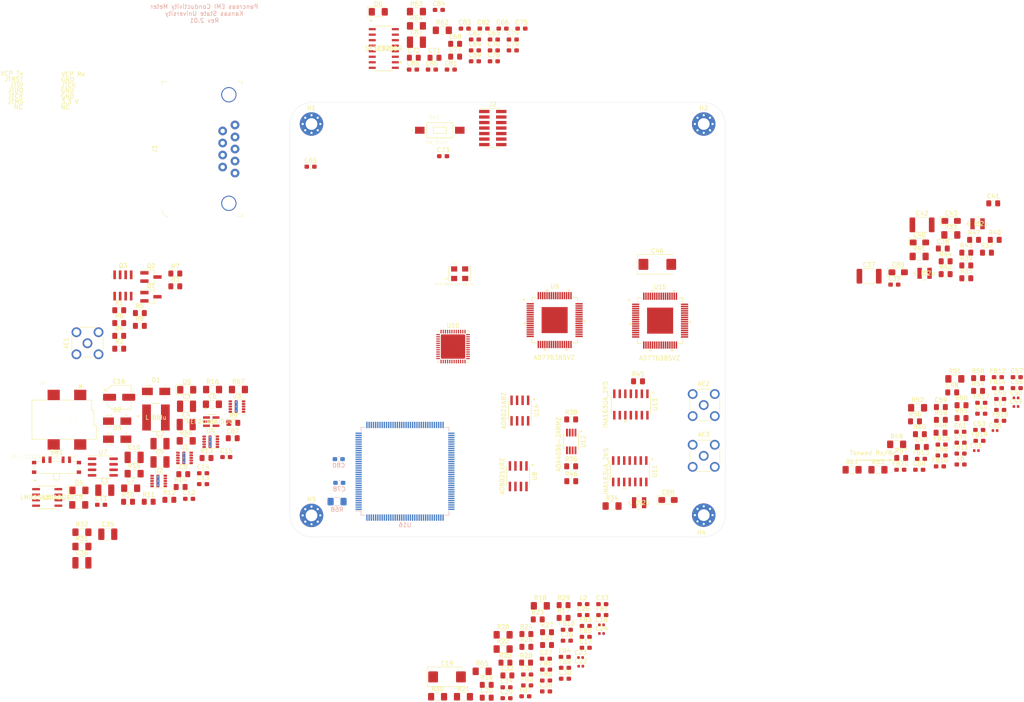
<source format=kicad_pcb>
(kicad_pcb (version 20171130) (host pcbnew "(5.1.2)-1")
  (layers (0 F.Cu signal) (1 In1.Cu power) (2 In2.Cu power) (31 B.Cu signal) (34 B.Paste user) (35 F.Paste user) (36 B.SilkS user) (37 F.SilkS user) (38 B.Mask user) (39 F.Mask user) (44 Edge.Cuts user))
  (net 0 "")
  (net 1 "Net-(AE1-Pad2)")
  (net 2 "Net-(AE1-Pad1)")
  (net 3 BxCoilsig)
  (net 4 ADR0r)
  (net 5 +BATT)
  (net 6 -5V)
  (net 7 +5V)
  (net 8 VDD1)
  (net 9 +2V5)
  (net 10 Vref2.1)
  (net 11 "Net-(C12-Pad1)")
  (net 12 "Net-(C14-Pad2)")
  (net 13 "Net-(C14-Pad1)")
  (net 14 Vref4.1)
  (net 15 +1V2)
  (net 16 "Net-(C17-Pad1)")
  (net 17 "Net-(C18-Pad1)")
  (net 18 "Net-(C19-Pad1)")
  (net 19 "Net-(C20-Pad1)")
  (net 20 "Net-(C21-Pad1)")
  (net 21 Pin19b)
  (net 22 Pin20b)
  (net 23 Pin21b-)
  (net 24 Pin22b+)
  (net 25 Pin4b)
  (net 26 Pin6b)
  (net 27 Pin44b)
  (net 28 Pin15b)
  (net 29 Pin33b)
  (net 30 Pin63b)
  (net 31 Pin14b)
  (net 32 "Net-(C32-Pad1)")
  (net 33 Pin24b)
  (net 34 Pin41b)
  (net 35 "Net-(C35-Pad1)")
  (net 36 "Net-(C37-Pad2)")
  (net 37 "Net-(C37-Pad1)")
  (net 38 "Net-(C41-Pad2)")
  (net 39 "Net-(C42-Pad1)")
  (net 40 "Net-(C44-Pad1)")
  (net 41 "Net-(C45-Pad1)")
  (net 42 "Net-(C46-Pad1)")
  (net 43 "Net-(C47-Pad1)")
  (net 44 "Net-(C48-Pad1)")
  (net 45 Pin20r)
  (net 46 Pin19r)
  (net 47 Pin21r-)
  (net 48 Pin22r+)
  (net 49 Pin4r)
  (net 50 Pin6r)
  (net 51 Pin44r)
  (net 52 Pin15r)
  (net 53 Pin33r)
  (net 54 Pin63r)
  (net 55 Pin14r)
  (net 56 "Net-(C59-Pad1)")
  (net 57 Pin24r)
  (net 58 Pin41r)
  (net 59 "Net-(C62-Pad2)")
  (net 60 "Net-(C62-Pad1)")
  (net 61 "Net-(C63-Pad2)")
  (net 62 "Net-(C63-Pad1)")
  (net 63 "Net-(C64-Pad1)")
  (net 64 "Net-(C65-Pad2)")
  (net 65 "Net-(C69-Pad2)")
  (net 66 "Net-(C70-Pad2)")
  (net 67 "Net-(C73-Pad1)")
  (net 68 "Net-(C87-Pad2)")
  (net 69 "Net-(CR2-Pad7)")
  (net 70 "Net-(CR2-Pad8)")
  (net 71 "Net-(CR2-Pad9)")
  (net 72 "Net-(CR2-Pad10)")
  (net 73 DO_Tx)
  (net 74 DO_Rx)
  (net 75 "Net-(CR2-Pad13)")
  (net 76 "Net-(CR2-Pad14)")
  (net 77 Pwr1)
  (net 78 "Net-(D2-PadA)")
  (net 79 Pin12b)
  (net 80 Pin12r)
  (net 81 RxCoilsig+)
  (net 82 "Net-(J2-Pad1)")
  (net 83 "Net-(J2-Pad2)")
  (net 84 JTMS)
  (net 85 JTCK)
  (net 86 JTDO)
  (net 87 JTDI)
  (net 88 JTRST)
  (net 89 VCP_Rx)
  (net 90 VCP_Tx)
  (net 91 PWROn)
  (net 92 "Net-(J3-Pad6)")
  (net 93 "Net-(J3-Pad7)")
  (net 94 "Net-(J3-Pad8)")
  (net 95 "Net-(J3-Pad4)")
  (net 96 5vComm)
  (net 97 Pin27b)
  (net 98 "Net-(L3-Pad2)")
  (net 99 "Net-(L4-Pad1)")
  (net 100 "Net-(L5-Pad2)")
  (net 101 Pin27r)
  (net 102 "Net-(Q1-Pad3)")
  (net 103 "Net-(Q1-Pad1)")
  (net 104 "Net-(Q2-Pad1)")
  (net 105 "Net-(Q2-Pad3)")
  (net 106 "Net-(Q3-Pad1)")
  (net 107 "Net-(Q3-Pad4)")
  (net 108 "Net-(Q3-Pad5)")
  (net 109 "Net-(Q3-Pad8)")
  (net 110 TxC1)
  (net 111 TxC2)
  (net 112 "Net-(R10-Pad1)")
  (net 113 "Net-(R11-Pad2)")
  (net 114 "Net-(R13-Pad2)")
  (net 115 "Net-(R17-Pad1)")
  (net 116 BxFiltered)
  (net 117 ADR0b)
  (net 118 "Net-(R19-Pad2)")
  (net 119 "Net-(R21-Pad1)")
  (net 120 "Net-(R23-Pad1)")
  (net 121 "Net-(R24-Pad1)")
  (net 122 "Net-(R25-Pad1)")
  (net 123 FPGA_CDONE)
  (net 124 RxCoilAmp)
  (net 125 RxFiltered)
  (net 126 "Net-(R37-Pad1)")
  (net 127 "Net-(R37-Pad2)")
  (net 128 "Net-(R39-Pad1)")
  (net 129 "Net-(R42-Pad2)")
  (net 130 "Net-(R45-Pad2)")
  (net 131 "Net-(R45-Pad1)")
  (net 132 BxCoilAmp)
  (net 133 "Net-(R48-Pad1)")
  (net 134 "Net-(R50-Pad2)")
  (net 135 "Net-(R52-Pad1)")
  (net 136 "Net-(R54-Pad1)")
  (net 137 "Net-(R55-Pad1)")
  (net 138 "Net-(R56-Pad1)")
  (net 139 "Net-(R62-Pad1)")
  (net 140 "Net-(R63-Pad2)")
  (net 141 "Net-(R64-Pad2)")
  (net 142 "Net-(SW1-Pad2)")
  (net 143 "Net-(U1-Pad5)")
  (net 144 "Net-(U1-Pad8)")
  (net 145 "Net-(U1-Pad9)")
  (net 146 "Net-(U1-Pad10)")
  (net 147 "Net-(U2-Pad10)")
  (net 148 "Net-(U2-Pad9)")
  (net 149 "Net-(U2-Pad8)")
  (net 150 "Net-(U2-Pad5)")
  (net 151 "Net-(U3-Pad5)")
  (net 152 "Net-(U3-Pad8)")
  (net 153 "Net-(U3-Pad9)")
  (net 154 "Net-(U3-Pad10)")
  (net 155 "Net-(U4-Pad10)")
  (net 156 "Net-(U4-Pad9)")
  (net 157 "Net-(U4-Pad8)")
  (net 158 "Net-(U4-Pad5)")
  (net 159 MCLK)
  (net 160 ADCSync)
  (net 161 ADCReset)
  (net 162 DRDY)
  (net 163 SDLb)
  (net 164 FSI)
  (net 165 SDI)
  (net 166 SDO)
  (net 167 SCO)
  (net 168 FSOb)
  (net 169 "Net-(U10-Pad2)")
  (net 170 "Net-(U10-Pad3)")
  (net 171 "Net-(U10-Pad4)")
  (net 172 "Net-(U10-Pad6)")
  (net 173 FPGA_Config)
  (net 174 "Net-(U10-Pad9)")
  (net 175 "Net-(U10-Pad10)")
  (net 176 "Net-(U10-Pad11)")
  (net 177 "Net-(U10-Pad12)")
  (net 178 "Net-(U10-Pad13)")
  (net 179 FPGA_MISO)
  (net 180 FPGA_CLK)
  (net 181 FPGA_SS)
  (net 182 FPGA_MOSI)
  (net 183 "Net-(U10-Pad18)")
  (net 184 "Net-(U10-Pad19)")
  (net 185 TX_On)
  (net 186 "Net-(U10-Pad21)")
  (net 187 SDLr)
  (net 188 FSOr)
  (net 189 "Net-(U10-Pad39)")
  (net 190 "Net-(U10-Pad40)")
  (net 191 "Net-(U10-Pad41)")
  (net 192 "Net-(U10-Pad44)")
  (net 193 "Net-(U10-Pad45)")
  (net 194 "Net-(U10-Pad46)")
  (net 195 "Net-(U10-Pad47)")
  (net 196 "Net-(U10-Pad48)")
  (net 197 "Net-(U11-Pad1)")
  (net 198 "Net-(U11-Pad2)")
  (net 199 "Net-(U11-Pad7)")
  (net 200 "Net-(U11-Pad13)")
  (net 201 "Net-(U11-Pad14)")
  (net 202 "Net-(U13-Pad14)")
  (net 203 "Net-(U13-Pad13)")
  (net 204 "Net-(U13-Pad7)")
  (net 205 "Net-(U13-Pad2)")
  (net 206 "Net-(U13-Pad1)")
  (net 207 "Net-(U16-Pad1)")
  (net 208 "Net-(U16-Pad2)")
  (net 209 "Net-(U16-Pad3)")
  (net 210 "Net-(U16-Pad4)")
  (net 211 "Net-(U16-Pad5)")
  (net 212 "Net-(U16-Pad7)")
  (net 213 "Net-(U16-Pad8)")
  (net 214 "Net-(U16-Pad9)")
  (net 215 "Net-(U16-Pad10)")
  (net 216 "Net-(U16-Pad11)")
  (net 217 "Net-(U16-Pad12)")
  (net 218 "Net-(U16-Pad13)")
  (net 219 "Net-(U16-Pad14)")
  (net 220 "Net-(U16-Pad15)")
  (net 221 "Net-(U16-Pad18)")
  (net 222 "Net-(U16-Pad19)")
  (net 223 "Net-(U16-Pad20)")
  (net 224 "Net-(U16-Pad21)")
  (net 225 "Net-(U16-Pad22)")
  (net 226 "Net-(U16-Pad23)")
  (net 227 "Net-(U16-Pad24)")
  (net 228 "Net-(U16-Pad26)")
  (net 229 "Net-(U16-Pad27)")
  (net 230 "Net-(U16-Pad28)")
  (net 231 "Net-(U16-Pad29)")
  (net 232 "Net-(U16-Pad46)")
  (net 233 "Net-(U16-Pad47)")
  (net 234 "Net-(U16-Pad49)")
  (net 235 "Net-(U16-Pad50)")
  (net 236 "Net-(U16-Pad53)")
  (net 237 "Net-(U16-Pad54)")
  (net 238 "Net-(U16-Pad55)")
  (net 239 "Net-(U16-Pad56)")
  (net 240 "Net-(U16-Pad57)")
  (net 241 "Net-(U16-Pad58)")
  (net 242 "Net-(U16-Pad59)")
  (net 243 "Net-(U16-Pad60)")
  (net 244 "Net-(U16-Pad63)")
  (net 245 "Net-(U16-Pad64)")
  (net 246 "Net-(U16-Pad65)")
  (net 247 "Net-(U16-Pad66)")
  (net 248 "Net-(U16-Pad67)")
  (net 249 "Net-(U16-Pad68)")
  (net 250 "Net-(U16-Pad69)")
  (net 251 "Net-(U16-Pad70)")
  (net 252 "Net-(U16-Pad73)")
  (net 253 "Net-(U16-Pad74)")
  (net 254 "Net-(U16-Pad75)")
  (net 255 "Net-(U16-Pad77)")
  (net 256 "Net-(U16-Pad78)")
  (net 257 "Net-(U16-Pad79)")
  (net 258 "Net-(U16-Pad80)")
  (net 259 "Net-(U16-Pad81)")
  (net 260 "Net-(U16-Pad82)")
  (net 261 "Net-(U16-Pad85)")
  (net 262 "Net-(U16-Pad86)")
  (net 263 "Net-(U16-Pad87)")
  (net 264 "Net-(U16-Pad88)")
  (net 265 "Net-(U16-Pad89)")
  (net 266 "Net-(U16-Pad90)")
  (net 267 "Net-(U16-Pad91)")
  (net 268 "Net-(U16-Pad92)")
  (net 269 "Net-(U16-Pad93)")
  (net 270 "Net-(U16-Pad99)")
  (net 271 "Net-(U16-Pad103)")
  (net 272 "Net-(U16-Pad104)")
  (net 273 "Net-(U16-Pad111)")
  (net 274 "Net-(U16-Pad112)")
  (net 275 "Net-(U16-Pad113)")
  (net 276 "Net-(U16-Pad114)")
  (net 277 "Net-(U16-Pad115)")
  (net 278 "Net-(U16-Pad116)")
  (net 279 "Net-(U16-Pad117)")
  (net 280 "Net-(U16-Pad118)")
  (net 281 "Net-(U16-Pad119)")
  (net 282 "Net-(U16-Pad122)")
  (net 283 "Net-(U16-Pad123)")
  (net 284 "Net-(U16-Pad124)")
  (net 285 "Net-(U16-Pad125)")
  (net 286 "Net-(U16-Pad126)")
  (net 287 "Net-(U16-Pad127)")
  (net 288 "Net-(U16-Pad128)")
  (net 289 "Net-(U16-Pad129)")
  (net 290 "Net-(U16-Pad132)")
  (net 291 "Net-(U16-Pad135)")
  (net 292 "Net-(U16-Pad136)")
  (net 293 "Net-(U16-Pad137)")
  (net 294 "Net-(U16-Pad139)")
  (net 295 "Net-(U16-Pad140)")
  (net 296 "Net-(U16-Pad141)")
  (net 297 "Net-(U16-Pad142)")
  (net 298 "Net-(Y1-Pad1)")
  (net 299 "Net-(U10-Pad23)")
  (net 300 "Net-(U10-Pad28)")
  (net 301 "Net-(U10-Pad27)")
  (net 302 "Net-(U10-Pad26)")
  (net 303 "Net-(U16-Pad36)")
  (net 304 "Net-(U16-Pad37)")
  (net 305 SH0r)
  (net 306 SH0b)
  (net 307 "Net-(D3-PadA)")
  (net 308 "Net-(D4-Pad1)")
  (net 309 "Net-(D5-Pad1)")
  (net 310 "Net-(D6-Pad2)")
  (net 311 "Net-(D6-Pad1)")
  (module ECS-3963-400-BN-TR:OSC_ECS-3963-400-BN-TR (layer F.Cu) (at 134.874 86.106)
    (fp_text reference Y1 (at -1.3942 -2.46882) (layer F.SilkS) (effects (font (size 0.481173 0.481173) (thickness 0.05))))
    (fp_text value ECS-3963-400-BN-TR (at -1.18798 2.41422) (layer F.SilkS) (effects (font (size 0.480801 0.480801) (thickness 0.05))))
    (pad 4 smd rect (at -1.27 -1.1 180) (size 1.4 1.2) (layers F.Cu F.Paste F.Mask) (net 7 +5V))
    (pad 3 smd rect (at 1.27 -1.1 180) (size 1.4 1.2) (layers F.Cu F.Paste F.Mask) (net 159 MCLK))
    (pad 2 smd rect (at 1.27 1.1 180) (size 1.4 1.2) (layers F.Cu F.Paste F.Mask) (net 4 ADR0r))
    (pad 1 smd rect (at -1.27 1.1 180) (size 1.4 1.2) (layers F.Cu F.Paste F.Mask) (net 298 "Net-(Y1-Pad1)"))
  )
  (module Package_QFP:LQFP-144_20x20mm_P0.5mm (layer B.Cu) (at 122.301 131.572)
    (fp_text reference U16 (at 0 12.35) (layer B.SilkS) (effects (justify mirror)))
    (fp_text value STM32F412ZETx)
    (pad 144 smd roundrect (at -8.75 10.6625) (size 0.3 1.475) (layers B.Cu B.Paste B.Mask) (net 8 VDD1))
    (pad 143 smd roundrect (at -8.25 10.6625) (size 0.3 1.475) (layers B.Cu B.Paste B.Mask) (net 140 "Net-(R63-Pad2)"))
    (pad 142 smd roundrect (at -7.75 10.6625) (size 0.3 1.475) (layers B.Cu B.Paste B.Mask) (net 297 "Net-(U16-Pad142)"))
    (pad 141 smd roundrect (at -7.25 10.6625) (size 0.3 1.475) (layers B.Cu B.Paste B.Mask) (net 296 "Net-(U16-Pad141)"))
    (pad 140 smd roundrect (at -6.75 10.6625) (size 0.3 1.475) (layers B.Cu B.Paste B.Mask) (net 295 "Net-(U16-Pad140)"))
    (pad 139 smd roundrect (at -6.25 10.6625) (size 0.3 1.475) (layers B.Cu B.Paste B.Mask) (net 294 "Net-(U16-Pad139)"))
    (pad 138 smd roundrect (at -5.75 10.6625) (size 0.3 1.475) (layers B.Cu B.Paste B.Mask) (net 141 "Net-(R64-Pad2)"))
    (pad 137 smd roundrect (at -5.25 10.6625) (size 0.3 1.475) (layers B.Cu B.Paste B.Mask) (net 293 "Net-(U16-Pad137)"))
    (pad 136 smd roundrect (at -4.75 10.6625) (size 0.3 1.475) (layers B.Cu B.Paste B.Mask) (net 292 "Net-(U16-Pad136)"))
    (pad 135 smd roundrect (at -4.25 10.6625) (size 0.3 1.475) (layers B.Cu B.Paste B.Mask) (net 291 "Net-(U16-Pad135)"))
    (pad 134 smd roundrect (at -3.75 10.6625) (size 0.3 1.475) (layers B.Cu B.Paste B.Mask) (net 88 JTRST))
    (pad 133 smd roundrect (at -3.25 10.6625) (size 0.3 1.475) (layers B.Cu B.Paste B.Mask) (net 86 JTDO))
    (pad 132 smd roundrect (at -2.75 10.6625) (size 0.3 1.475) (layers B.Cu B.Paste B.Mask) (net 290 "Net-(U16-Pad132)"))
    (pad 131 smd roundrect (at -2.25 10.6625) (size 0.3 1.475) (layers B.Cu B.Paste B.Mask) (net 8 VDD1))
    (pad 130 smd roundrect (at -1.75 10.6625) (size 0.3 1.475) (layers B.Cu B.Paste B.Mask) (net 4 ADR0r))
    (pad 129 smd roundrect (at -1.25 10.6625) (size 0.3 1.475) (layers B.Cu B.Paste B.Mask) (net 289 "Net-(U16-Pad129)"))
    (pad 128 smd roundrect (at -0.75 10.6625) (size 0.3 1.475) (layers B.Cu B.Paste B.Mask) (net 288 "Net-(U16-Pad128)"))
    (pad 127 smd roundrect (at -0.25 10.6625) (size 0.3 1.475) (layers B.Cu B.Paste B.Mask) (net 287 "Net-(U16-Pad127)"))
    (pad 126 smd roundrect (at 0.25 10.6625) (size 0.3 1.475) (layers B.Cu B.Paste B.Mask) (net 286 "Net-(U16-Pad126)"))
    (pad 125 smd roundrect (at 0.75 10.6625) (size 0.3 1.475) (layers B.Cu B.Paste B.Mask) (net 285 "Net-(U16-Pad125)"))
    (pad 124 smd roundrect (at 1.25 10.6625) (size 0.3 1.475) (layers B.Cu B.Paste B.Mask) (net 284 "Net-(U16-Pad124)"))
    (pad 123 smd roundrect (at 1.75 10.6625) (size 0.3 1.475) (layers B.Cu B.Paste B.Mask) (net 283 "Net-(U16-Pad123)"))
    (pad 122 smd roundrect (at 2.25 10.6625) (size 0.3 1.475) (layers B.Cu B.Paste B.Mask) (net 282 "Net-(U16-Pad122)"))
    (pad 121 smd roundrect (at 2.75 10.6625) (size 0.3 1.475) (layers B.Cu B.Paste B.Mask) (net 8 VDD1))
    (pad 120 smd roundrect (at 3.25 10.6625) (size 0.3 1.475) (layers B.Cu B.Paste B.Mask) (net 4 ADR0r))
    (pad 119 smd roundrect (at 3.75 10.6625) (size 0.3 1.475) (layers B.Cu B.Paste B.Mask) (net 281 "Net-(U16-Pad119)"))
    (pad 118 smd roundrect (at 4.25 10.6625) (size 0.3 1.475) (layers B.Cu B.Paste B.Mask) (net 280 "Net-(U16-Pad118)"))
    (pad 117 smd roundrect (at 4.75 10.6625) (size 0.3 1.475) (layers B.Cu B.Paste B.Mask) (net 279 "Net-(U16-Pad117)"))
    (pad 116 smd roundrect (at 5.25 10.6625) (size 0.3 1.475) (layers B.Cu B.Paste B.Mask) (net 278 "Net-(U16-Pad116)"))
    (pad 115 smd roundrect (at 5.75 10.6625) (size 0.3 1.475) (layers B.Cu B.Paste B.Mask) (net 277 "Net-(U16-Pad115)"))
    (pad 114 smd roundrect (at 6.25 10.6625) (size 0.3 1.475) (layers B.Cu B.Paste B.Mask) (net 276 "Net-(U16-Pad114)"))
    (pad 113 smd roundrect (at 6.75 10.6625) (size 0.3 1.475) (layers B.Cu B.Paste B.Mask) (net 275 "Net-(U16-Pad113)"))
    (pad 112 smd roundrect (at 7.25 10.6625) (size 0.3 1.475) (layers B.Cu B.Paste B.Mask) (net 274 "Net-(U16-Pad112)"))
    (pad 111 smd roundrect (at 7.75 10.6625) (size 0.3 1.475) (layers B.Cu B.Paste B.Mask) (net 273 "Net-(U16-Pad111)"))
    (pad 110 smd roundrect (at 8.25 10.6625) (size 0.3 1.475) (layers B.Cu B.Paste B.Mask) (net 87 JTDI))
    (pad 109 smd roundrect (at 8.75 10.6625) (size 0.3 1.475) (layers B.Cu B.Paste B.Mask) (net 85 JTCK))
    (pad 108 smd roundrect (at 10.6625 8.75) (size 1.475 0.3) (layers B.Cu B.Paste B.Mask) (net 8 VDD1))
    (pad 107 smd roundrect (at 10.6625 8.25) (size 1.475 0.3) (layers B.Cu B.Paste B.Mask) (net 4 ADR0r))
    (pad 106 smd roundrect (at 10.6625 7.75) (size 1.475 0.3) (layers B.Cu B.Paste B.Mask) (net 65 "Net-(C69-Pad2)"))
    (pad 105 smd roundrect (at 10.6625 7.25) (size 1.475 0.3) (layers B.Cu B.Paste B.Mask) (net 84 JTMS))
    (pad 104 smd roundrect (at 10.6625 6.75) (size 1.475 0.3) (layers B.Cu B.Paste B.Mask) (net 272 "Net-(U16-Pad104)"))
    (pad 103 smd roundrect (at 10.6625 6.25) (size 1.475 0.3) (layers B.Cu B.Paste B.Mask) (net 271 "Net-(U16-Pad103)"))
    (pad 102 smd roundrect (at 10.6625 5.75) (size 1.475 0.3) (layers B.Cu B.Paste B.Mask) (net 89 VCP_Rx))
    (pad 101 smd roundrect (at 10.6625 5.25) (size 1.475 0.3) (layers B.Cu B.Paste B.Mask) (net 90 VCP_Tx))
    (pad 100 smd roundrect (at 10.6625 4.75) (size 1.475 0.3) (layers B.Cu B.Paste B.Mask) (net 110 TxC1))
    (pad 99 smd roundrect (at 10.6625 4.25) (size 1.475 0.3) (layers B.Cu B.Paste B.Mask) (net 270 "Net-(U16-Pad99)"))
    (pad 98 smd roundrect (at 10.6625 3.75) (size 1.475 0.3) (layers B.Cu B.Paste B.Mask) (net 111 TxC2))
    (pad 97 smd roundrect (at 10.6625 3.25) (size 1.475 0.3) (layers B.Cu B.Paste B.Mask) (net 74 DO_Rx))
    (pad 96 smd roundrect (at 10.6625 2.75) (size 1.475 0.3) (layers B.Cu B.Paste B.Mask) (net 73 DO_Tx))
    (pad 95 smd roundrect (at 10.6625 2.25) (size 1.475 0.3) (layers B.Cu B.Paste B.Mask) (net 8 VDD1))
    (pad 94 smd roundrect (at 10.6625 1.75) (size 1.475 0.3) (layers B.Cu B.Paste B.Mask) (net 4 ADR0r))
    (pad 93 smd roundrect (at 10.6625 1.25) (size 1.475 0.3) (layers B.Cu B.Paste B.Mask) (net 269 "Net-(U16-Pad93)"))
    (pad 92 smd roundrect (at 10.6625 0.75) (size 1.475 0.3) (layers B.Cu B.Paste B.Mask) (net 268 "Net-(U16-Pad92)"))
    (pad 91 smd roundrect (at 10.6625 0.25) (size 1.475 0.3) (layers B.Cu B.Paste B.Mask) (net 267 "Net-(U16-Pad91)"))
    (pad 90 smd roundrect (at 10.6625 -0.25) (size 1.475 0.3) (layers B.Cu B.Paste B.Mask) (net 266 "Net-(U16-Pad90)"))
    (pad 89 smd roundrect (at 10.6625 -0.75) (size 1.475 0.3) (layers B.Cu B.Paste B.Mask) (net 265 "Net-(U16-Pad89)"))
    (pad 88 smd roundrect (at 10.6625 -1.25) (size 1.475 0.3) (layers B.Cu B.Paste B.Mask) (net 264 "Net-(U16-Pad88)"))
    (pad 87 smd roundrect (at 10.6625 -1.75) (size 1.475 0.3) (layers B.Cu B.Paste B.Mask) (net 263 "Net-(U16-Pad87)"))
    (pad 86 smd roundrect (at 10.6625 -2.25) (size 1.475 0.3) (layers B.Cu B.Paste B.Mask) (net 262 "Net-(U16-Pad86)"))
    (pad 85 smd roundrect (at 10.6625 -2.75) (size 1.475 0.3) (layers B.Cu B.Paste B.Mask) (net 261 "Net-(U16-Pad85)"))
    (pad 84 smd roundrect (at 10.6625 -3.25) (size 1.475 0.3) (layers B.Cu B.Paste B.Mask) (net 8 VDD1))
    (pad 83 smd roundrect (at 10.6625 -3.75) (size 1.475 0.3) (layers B.Cu B.Paste B.Mask) (net 4 ADR0r))
    (pad 82 smd roundrect (at 10.6625 -4.25) (size 1.475 0.3) (layers B.Cu B.Paste B.Mask) (net 260 "Net-(U16-Pad82)"))
    (pad 81 smd roundrect (at 10.6625 -4.75) (size 1.475 0.3) (layers B.Cu B.Paste B.Mask) (net 259 "Net-(U16-Pad81)"))
    (pad 80 smd roundrect (at 10.6625 -5.25) (size 1.475 0.3) (layers B.Cu B.Paste B.Mask) (net 258 "Net-(U16-Pad80)"))
    (pad 79 smd roundrect (at 10.6625 -5.75) (size 1.475 0.3) (layers B.Cu B.Paste B.Mask) (net 257 "Net-(U16-Pad79)"))
    (pad 78 smd roundrect (at 10.6625 -6.25) (size 1.475 0.3) (layers B.Cu B.Paste B.Mask) (net 256 "Net-(U16-Pad78)"))
    (pad 77 smd roundrect (at 10.6625 -6.75) (size 1.475 0.3) (layers B.Cu B.Paste B.Mask) (net 255 "Net-(U16-Pad77)"))
    (pad 76 smd roundrect (at 10.6625 -7.25) (size 1.475 0.3) (layers B.Cu B.Paste B.Mask) (net 310 "Net-(D6-Pad2)"))
    (pad 75 smd roundrect (at 10.6625 -7.75) (size 1.475 0.3) (layers B.Cu B.Paste B.Mask) (net 254 "Net-(U16-Pad75)"))
    (pad 74 smd roundrect (at 10.6625 -8.25) (size 1.475 0.3) (layers B.Cu B.Paste B.Mask) (net 253 "Net-(U16-Pad74)"))
    (pad 73 smd roundrect (at 10.6625 -8.75) (size 1.475 0.3) (layers B.Cu B.Paste B.Mask) (net 252 "Net-(U16-Pad73)"))
    (pad 72 smd roundrect (at 8.75 -10.6625) (size 0.3 1.475) (layers B.Cu B.Paste B.Mask) (net 8 VDD1))
    (pad 71 smd roundrect (at 8.25 -10.6625) (size 0.3 1.475) (layers B.Cu B.Paste B.Mask) (net 66 "Net-(C70-Pad2)"))
    (pad 70 smd roundrect (at 7.75 -10.6625) (size 0.3 1.475) (layers B.Cu B.Paste B.Mask) (net 251 "Net-(U16-Pad70)"))
    (pad 69 smd roundrect (at 7.25 -10.6625) (size 0.3 1.475) (layers B.Cu B.Paste B.Mask) (net 250 "Net-(U16-Pad69)"))
    (pad 68 smd roundrect (at 6.75 -10.6625) (size 0.3 1.475) (layers B.Cu B.Paste B.Mask) (net 249 "Net-(U16-Pad68)"))
    (pad 67 smd roundrect (at 6.25 -10.6625) (size 0.3 1.475) (layers B.Cu B.Paste B.Mask) (net 248 "Net-(U16-Pad67)"))
    (pad 66 smd roundrect (at 5.75 -10.6625) (size 0.3 1.475) (layers B.Cu B.Paste B.Mask) (net 247 "Net-(U16-Pad66)"))
    (pad 65 smd roundrect (at 5.25 -10.6625) (size 0.3 1.475) (layers B.Cu B.Paste B.Mask) (net 246 "Net-(U16-Pad65)"))
    (pad 64 smd roundrect (at 4.75 -10.6625) (size 0.3 1.475) (layers B.Cu B.Paste B.Mask) (net 245 "Net-(U16-Pad64)"))
    (pad 63 smd roundrect (at 4.25 -10.6625) (size 0.3 1.475) (layers B.Cu B.Paste B.Mask) (net 244 "Net-(U16-Pad63)"))
    (pad 62 smd roundrect (at 3.75 -10.6625) (size 0.3 1.475) (layers B.Cu B.Paste B.Mask) (net 8 VDD1))
    (pad 61 smd roundrect (at 3.25 -10.6625) (size 0.3 1.475) (layers B.Cu B.Paste B.Mask) (net 4 ADR0r))
    (pad 60 smd roundrect (at 2.75 -10.6625) (size 0.3 1.475) (layers B.Cu B.Paste B.Mask) (net 243 "Net-(U16-Pad60)"))
    (pad 59 smd roundrect (at 2.25 -10.6625) (size 0.3 1.475) (layers B.Cu B.Paste B.Mask) (net 242 "Net-(U16-Pad59)"))
    (pad 58 smd roundrect (at 1.75 -10.6625) (size 0.3 1.475) (layers B.Cu B.Paste B.Mask) (net 241 "Net-(U16-Pad58)"))
    (pad 57 smd roundrect (at 1.25 -10.6625) (size 0.3 1.475) (layers B.Cu B.Paste B.Mask) (net 240 "Net-(U16-Pad57)"))
    (pad 56 smd roundrect (at 0.75 -10.6625) (size 0.3 1.475) (layers B.Cu B.Paste B.Mask) (net 239 "Net-(U16-Pad56)"))
    (pad 55 smd roundrect (at 0.25 -10.6625) (size 0.3 1.475) (layers B.Cu B.Paste B.Mask) (net 238 "Net-(U16-Pad55)"))
    (pad 54 smd roundrect (at -0.25 -10.6625) (size 0.3 1.475) (layers B.Cu B.Paste B.Mask) (net 237 "Net-(U16-Pad54)"))
    (pad 53 smd roundrect (at -0.75 -10.6625) (size 0.3 1.475) (layers B.Cu B.Paste B.Mask) (net 236 "Net-(U16-Pad53)"))
    (pad 52 smd roundrect (at -1.25 -10.6625) (size 0.3 1.475) (layers B.Cu B.Paste B.Mask) (net 8 VDD1))
    (pad 51 smd roundrect (at -1.75 -10.6625) (size 0.3 1.475) (layers B.Cu B.Paste B.Mask) (net 4 ADR0r))
    (pad 50 smd roundrect (at -2.25 -10.6625) (size 0.3 1.475) (layers B.Cu B.Paste B.Mask) (net 235 "Net-(U16-Pad50)"))
    (pad 49 smd roundrect (at -2.75 -10.6625) (size 0.3 1.475) (layers B.Cu B.Paste B.Mask) (net 234 "Net-(U16-Pad49)"))
    (pad 48 smd roundrect (at -3.25 -10.6625) (size 0.3 1.475) (layers B.Cu B.Paste B.Mask) (net 139 "Net-(R62-Pad1)"))
    (pad 47 smd roundrect (at -3.75 -10.6625) (size 0.3 1.475) (layers B.Cu B.Paste B.Mask) (net 233 "Net-(U16-Pad47)"))
    (pad 46 smd roundrect (at -4.25 -10.6625) (size 0.3 1.475) (layers B.Cu B.Paste B.Mask) (net 232 "Net-(U16-Pad46)"))
    (pad 45 smd roundrect (at -4.75 -10.6625) (size 0.3 1.475) (layers B.Cu B.Paste B.Mask) (net 123 FPGA_CDONE))
    (pad 44 smd roundrect (at -5.25 -10.6625) (size 0.3 1.475) (layers B.Cu B.Paste B.Mask) (net 173 FPGA_Config))
    (pad 43 smd roundrect (at -5.75 -10.6625) (size 0.3 1.475) (layers B.Cu B.Paste B.Mask) (net 182 FPGA_MOSI))
    (pad 42 smd roundrect (at -6.25 -10.6625) (size 0.3 1.475) (layers B.Cu B.Paste B.Mask) (net 179 FPGA_MISO))
    (pad 41 smd roundrect (at -6.75 -10.6625) (size 0.3 1.475) (layers B.Cu B.Paste B.Mask) (net 180 FPGA_CLK))
    (pad 40 smd roundrect (at -7.25 -10.6625) (size 0.3 1.475) (layers B.Cu B.Paste B.Mask) (net 181 FPGA_SS))
    (pad 39 smd roundrect (at -7.75 -10.6625) (size 0.3 1.475) (layers B.Cu B.Paste B.Mask) (net 8 VDD1))
    (pad 38 smd roundrect (at -8.25 -10.6625) (size 0.3 1.475) (layers B.Cu B.Paste B.Mask) (net 4 ADR0r))
    (pad 37 smd roundrect (at -8.75 -10.6625) (size 0.3 1.475) (layers B.Cu B.Paste B.Mask) (net 304 "Net-(U16-Pad37)"))
    (pad 36 smd roundrect (at -10.6625 -8.75) (size 1.475 0.3) (layers B.Cu B.Paste B.Mask) (net 303 "Net-(U16-Pad36)"))
    (pad 35 smd roundrect (at -10.6625 -8.25) (size 1.475 0.3) (layers B.Cu B.Paste B.Mask) (net 185 TX_On))
    (pad 34 smd roundrect (at -10.6625 -7.75) (size 1.475 0.3) (layers B.Cu B.Paste B.Mask) (net 160 ADCSync))
    (pad 33 smd roundrect (at -10.6625 -7.25) (size 1.475 0.3) (layers B.Cu B.Paste B.Mask) (net 8 VDD1))
    (pad 32 smd roundrect (at -10.6625 -6.75) (size 1.475 0.3) (layers B.Cu B.Paste B.Mask) (net 10 Vref2.1))
    (pad 31 smd roundrect (at -10.6625 -6.25) (size 1.475 0.3) (layers B.Cu B.Paste B.Mask) (net 4 ADR0r))
    (pad 30 smd roundrect (at -10.6625 -5.75) (size 1.475 0.3) (layers B.Cu B.Paste B.Mask) (net 8 VDD1))
    (pad 29 smd roundrect (at -10.6625 -5.25) (size 1.475 0.3) (layers B.Cu B.Paste B.Mask) (net 231 "Net-(U16-Pad29)"))
    (pad 28 smd roundrect (at -10.6625 -4.75) (size 1.475 0.3) (layers B.Cu B.Paste B.Mask) (net 230 "Net-(U16-Pad28)"))
    (pad 27 smd roundrect (at -10.6625 -4.25) (size 1.475 0.3) (layers B.Cu B.Paste B.Mask) (net 229 "Net-(U16-Pad27)"))
    (pad 26 smd roundrect (at -10.6625 -3.75) (size 1.475 0.3) (layers B.Cu B.Paste B.Mask) (net 228 "Net-(U16-Pad26)"))
    (pad 25 smd roundrect (at -10.6625 -3.25) (size 1.475 0.3) (layers B.Cu B.Paste B.Mask) (net 67 "Net-(C73-Pad1)"))
    (pad 24 smd roundrect (at -10.6625 -2.75) (size 1.475 0.3) (layers B.Cu B.Paste B.Mask) (net 227 "Net-(U16-Pad24)"))
    (pad 23 smd roundrect (at -10.6625 -2.25) (size 1.475 0.3) (layers B.Cu B.Paste B.Mask) (net 226 "Net-(U16-Pad23)"))
    (pad 22 smd roundrect (at -10.6625 -1.75) (size 1.475 0.3) (layers B.Cu B.Paste B.Mask) (net 225 "Net-(U16-Pad22)"))
    (pad 21 smd roundrect (at -10.6625 -1.25) (size 1.475 0.3) (layers B.Cu B.Paste B.Mask) (net 224 "Net-(U16-Pad21)"))
    (pad 20 smd roundrect (at -10.6625 -0.75) (size 1.475 0.3) (layers B.Cu B.Paste B.Mask) (net 223 "Net-(U16-Pad20)"))
    (pad 19 smd roundrect (at -10.6625 -0.25) (size 1.475 0.3) (layers B.Cu B.Paste B.Mask) (net 222 "Net-(U16-Pad19)"))
    (pad 18 smd roundrect (at -10.6625 0.25) (size 1.475 0.3) (layers B.Cu B.Paste B.Mask) (net 221 "Net-(U16-Pad18)"))
    (pad 17 smd roundrect (at -10.6625 0.75) (size 1.475 0.3) (layers B.Cu B.Paste B.Mask) (net 8 VDD1))
    (pad 16 smd roundrect (at -10.6625 1.25) (size 1.475 0.3) (layers B.Cu B.Paste B.Mask) (net 4 ADR0r))
    (pad 15 smd roundrect (at -10.6625 1.75) (size 1.475 0.3) (layers B.Cu B.Paste B.Mask) (net 220 "Net-(U16-Pad15)"))
    (pad 14 smd roundrect (at -10.6625 2.25) (size 1.475 0.3) (layers B.Cu B.Paste B.Mask) (net 219 "Net-(U16-Pad14)"))
    (pad 13 smd roundrect (at -10.6625 2.75) (size 1.475 0.3) (layers B.Cu B.Paste B.Mask) (net 218 "Net-(U16-Pad13)"))
    (pad 12 smd roundrect (at -10.6625 3.25) (size 1.475 0.3) (layers B.Cu B.Paste B.Mask) (net 217 "Net-(U16-Pad12)"))
    (pad 11 smd roundrect (at -10.6625 3.75) (size 1.475 0.3) (layers B.Cu B.Paste B.Mask) (net 216 "Net-(U16-Pad11)"))
    (pad 10 smd roundrect (at -10.6625 4.25) (size 1.475 0.3) (layers B.Cu B.Paste B.Mask) (net 215 "Net-(U16-Pad10)"))
    (pad 9 smd roundrect (at -10.6625 4.75) (size 1.475 0.3) (layers B.Cu B.Paste B.Mask) (net 214 "Net-(U16-Pad9)"))
    (pad 8 smd roundrect (at -10.6625 5.25) (size 1.475 0.3) (layers B.Cu B.Paste B.Mask) (net 213 "Net-(U16-Pad8)"))
    (pad 7 smd roundrect (at -10.6625 5.75) (size 1.475 0.3) (layers B.Cu B.Paste B.Mask) (net 212 "Net-(U16-Pad7)"))
    (pad 6 smd roundrect (at -10.6625 6.25) (size 1.475 0.3) (layers B.Cu B.Paste B.Mask) (net 8 VDD1))
    (pad 5 smd roundrect (at -10.6625 6.75) (size 1.475 0.3) (layers B.Cu B.Paste B.Mask) (net 211 "Net-(U16-Pad5)"))
    (pad 4 smd roundrect (at -10.6625 7.25) (size 1.475 0.3) (layers B.Cu B.Paste B.Mask) (net 210 "Net-(U16-Pad4)"))
    (pad 3 smd roundrect (at -10.6625 7.75) (size 1.475 0.3) (layers B.Cu B.Paste B.Mask) (net 209 "Net-(U16-Pad3)"))
    (pad 2 smd roundrect (at -10.6625 8.25) (size 1.475 0.3) (layers B.Cu B.Paste B.Mask) (net 208 "Net-(U16-Pad2)"))
    (pad 1 smd roundrect (at -10.6625 8.75) (size 1.475 0.3) (layers B.Cu B.Paste B.Mask) (net 207 "Net-(U16-Pad1)"))
  )
  (module footprints:AD7763BSVZ (layer F.Cu) (at 180.975 96.901)
    (fp_text reference U15 (at 0 -7.747) (layer F.SilkS))
    (fp_text value AD7763BSVZ (at -0.127 8.636) (layer F.SilkS))
    (fp_text user * (at -7.0866 -4.381) (layer F.SilkS))
    (pad EP smd rect (at 0 0) (size 5.9944 5.9944) (layers F.Cu F.Paste F.Mask) (net 4 ADR0r))
    (pad 64 smd rect (at -3.75 -5.61975) (size 0.3302 1.6637) (layers F.Cu F.Paste F.Mask) (net 4 ADR0r))
    (pad 63 smd rect (at -3.250001 -5.61975) (size 0.3302 1.6637) (layers F.Cu F.Paste F.Mask) (net 54 Pin63r))
    (pad 62 smd rect (at -2.75 -5.61975) (size 0.3302 1.6637) (layers F.Cu F.Paste F.Mask) (net 4 ADR0r))
    (pad 61 smd rect (at -2.250001 -5.61975) (size 0.3302 1.6637) (layers F.Cu F.Paste F.Mask) (net 4 ADR0r))
    (pad 60 smd rect (at -1.749999 -5.61975) (size 0.3302 1.6637) (layers F.Cu F.Paste F.Mask) (net 4 ADR0r))
    (pad 59 smd rect (at -1.25 -5.61975) (size 0.3302 1.6637) (layers F.Cu F.Paste F.Mask) (net 4 ADR0r))
    (pad 58 smd rect (at -0.750001 -5.61975) (size 0.3302 1.6637) (layers F.Cu F.Paste F.Mask) (net 4 ADR0r))
    (pad 57 smd rect (at -0.25 -5.61975) (size 0.3302 1.6637) (layers F.Cu F.Paste F.Mask) (net 4 ADR0r))
    (pad 56 smd rect (at 0.25 -5.61975) (size 0.3302 1.6637) (layers F.Cu F.Paste F.Mask) (net 188 FSOr))
    (pad 55 smd rect (at 0.750001 -5.61975) (size 0.3302 1.6637) (layers F.Cu F.Paste F.Mask) (net 167 SCO))
    (pad 54 smd rect (at 1.25 -5.61975) (size 0.3302 1.6637) (layers F.Cu F.Paste F.Mask) (net 166 SDO))
    (pad 53 smd rect (at 1.749999 -5.61975) (size 0.3302 1.6637) (layers F.Cu F.Paste F.Mask) (net 4 ADR0r))
    (pad 52 smd rect (at 2.250001 -5.61975) (size 0.3302 1.6637) (layers F.Cu F.Paste F.Mask) (net 165 SDI))
    (pad 51 smd rect (at 2.75 -5.61975) (size 0.3302 1.6637) (layers F.Cu F.Paste F.Mask) (net 164 FSI))
    (pad 50 smd rect (at 3.250001 -5.61975) (size 0.3302 1.6637) (layers F.Cu F.Paste F.Mask) (net 187 SDLr))
    (pad 49 smd rect (at 3.75 -5.61975) (size 0.3302 1.6637) (layers F.Cu F.Paste F.Mask) (net 4 ADR0r))
    (pad 48 smd rect (at 5.61975 -3.75 90) (size 0.3302 1.6637) (layers F.Cu F.Paste F.Mask) (net 4 ADR0r))
    (pad 47 smd rect (at 5.61975 -3.250001 90) (size 0.3302 1.6637) (layers F.Cu F.Paste F.Mask) (net 4 ADR0r))
    (pad 46 smd rect (at 5.61975 -2.75 90) (size 0.3302 1.6637) (layers F.Cu F.Paste F.Mask) (net 4 ADR0r))
    (pad 45 smd rect (at 5.61975 -2.250001 90) (size 0.3302 1.6637) (layers F.Cu F.Paste F.Mask) (net 305 SH0r))
    (pad 44 smd rect (at 5.61975 -1.749999 90) (size 0.3302 1.6637) (layers F.Cu F.Paste F.Mask) (net 51 Pin44r))
    (pad 43 smd rect (at 5.61975 -1.25 90) (size 0.3302 1.6637) (layers F.Cu F.Paste F.Mask) (net 4 ADR0r))
    (pad 42 smd rect (at 5.61975 -0.750001 90) (size 0.3302 1.6637) (layers F.Cu F.Paste F.Mask) (net 4 ADR0r))
    (pad 41 smd rect (at 5.61975 -0.25 90) (size 0.3302 1.6637) (layers F.Cu F.Paste F.Mask) (net 58 Pin41r))
    (pad 40 smd rect (at 5.61975 0.25 90) (size 0.3302 1.6637) (layers F.Cu F.Paste F.Mask) (net 4 ADR0r))
    (pad 39 smd rect (at 5.61975 0.750001 90) (size 0.3302 1.6637) (layers F.Cu F.Paste F.Mask) (net 4 ADR0r))
    (pad 38 smd rect (at 5.61975 1.25 90) (size 0.3302 1.6637) (layers F.Cu F.Paste F.Mask) (net 162 DRDY))
    (pad 37 smd rect (at 5.61975 1.749999 90) (size 0.3302 1.6637) (layers F.Cu F.Paste F.Mask) (net 161 ADCReset))
    (pad 36 smd rect (at 5.61975 2.250001 90) (size 0.3302 1.6637) (layers F.Cu F.Paste F.Mask) (net 160 ADCSync))
    (pad 35 smd rect (at 5.61975 2.75 90) (size 0.3302 1.6637) (layers F.Cu F.Paste F.Mask) (net 4 ADR0r))
    (pad 34 smd rect (at 5.61975 3.250001 90) (size 0.3302 1.6637) (layers F.Cu F.Paste F.Mask) (net 4 ADR0r))
    (pad 33 smd rect (at 5.61975 3.75 90) (size 0.3302 1.6637) (layers F.Cu F.Paste F.Mask) (net 53 Pin33r))
    (pad 32 smd rect (at 3.75 5.61975) (size 0.3302 1.6637) (layers F.Cu F.Paste F.Mask) (net 4 ADR0r))
    (pad 31 smd rect (at 3.250001 5.61975) (size 0.3302 1.6637) (layers F.Cu F.Paste F.Mask) (net 4 ADR0r))
    (pad 30 smd rect (at 2.75 5.61975) (size 0.3302 1.6637) (layers F.Cu F.Paste F.Mask) (net 41 "Net-(C45-Pad1)"))
    (pad 29 smd rect (at 2.250001 5.61975) (size 0.3302 1.6637) (layers F.Cu F.Paste F.Mask) (net 4 ADR0r))
    (pad 28 smd rect (at 1.749999 5.61975) (size 0.3302 1.6637) (layers F.Cu F.Paste F.Mask) (net 4 ADR0r))
    (pad 27 smd rect (at 1.25 5.61975) (size 0.3302 1.6637) (layers F.Cu F.Paste F.Mask) (net 101 Pin27r))
    (pad 26 smd rect (at 0.750001 5.61975) (size 0.3302 1.6637) (layers F.Cu F.Paste F.Mask) (net 137 "Net-(R55-Pad1)"))
    (pad 25 smd rect (at 0.25 5.61975) (size 0.3302 1.6637) (layers F.Cu F.Paste F.Mask) (net 138 "Net-(R56-Pad1)"))
    (pad 24 smd rect (at -0.25 5.61975) (size 0.3302 1.6637) (layers F.Cu F.Paste F.Mask) (net 57 Pin24r))
    (pad 23 smd rect (at -0.750001 5.61975) (size 0.3302 1.6637) (layers F.Cu F.Paste F.Mask) (net 4 ADR0r))
    (pad 22 smd rect (at -1.25 5.61975) (size 0.3302 1.6637) (layers F.Cu F.Paste F.Mask) (net 48 Pin22r+))
    (pad 21 smd rect (at -1.749999 5.61975) (size 0.3302 1.6637) (layers F.Cu F.Paste F.Mask) (net 47 Pin21r-))
    (pad 20 smd rect (at -2.250001 5.61975) (size 0.3302 1.6637) (layers F.Cu F.Paste F.Mask) (net 45 Pin20r))
    (pad 19 smd rect (at -2.75 5.61975) (size 0.3302 1.6637) (layers F.Cu F.Paste F.Mask) (net 46 Pin19r))
    (pad 18 smd rect (at -3.250001 5.61975) (size 0.3302 1.6637) (layers F.Cu F.Paste F.Mask) (net 4 ADR0r))
    (pad 17 smd rect (at -3.75 5.61975) (size 0.3302 1.6637) (layers F.Cu F.Paste F.Mask) (net 135 "Net-(R52-Pad1)"))
    (pad 16 smd rect (at -5.61975 3.75 90) (size 0.3302 1.6637) (layers F.Cu F.Paste F.Mask) (net 4 ADR0r))
    (pad 15 smd rect (at -5.61975 3.250001 90) (size 0.3302 1.6637) (layers F.Cu F.Paste F.Mask) (net 52 Pin15r))
    (pad 14 smd rect (at -5.61975 2.75 90) (size 0.3302 1.6637) (layers F.Cu F.Paste F.Mask) (net 55 Pin14r))
    (pad 13 smd rect (at -5.61975 2.250001 90) (size 0.3302 1.6637) (layers F.Cu F.Paste F.Mask) (net 4 ADR0r))
    (pad 12 smd rect (at -5.61975 1.749999 90) (size 0.3302 1.6637) (layers F.Cu F.Paste F.Mask) (net 80 Pin12r))
    (pad 11 smd rect (at -5.61975 1.25 90) (size 0.3302 1.6637) (layers F.Cu F.Paste F.Mask) (net 4 ADR0r))
    (pad 10 smd rect (at -5.61975 0.750001 90) (size 0.3302 1.6637) (layers F.Cu F.Paste F.Mask) (net 44 "Net-(C48-Pad1)"))
    (pad 9 smd rect (at -5.61975 0.25 90) (size 0.3302 1.6637) (layers F.Cu F.Paste F.Mask) (net 4 ADR0r))
    (pad 8 smd rect (at -5.61975 -0.25 90) (size 0.3302 1.6637) (layers F.Cu F.Paste F.Mask) (net 40 "Net-(C44-Pad1)"))
    (pad 7 smd rect (at -5.61975 -0.750001 90) (size 0.3302 1.6637) (layers F.Cu F.Paste F.Mask) (net 4 ADR0r))
    (pad 6 smd rect (at -5.61975 -1.25 90) (size 0.3302 1.6637) (layers F.Cu F.Paste F.Mask) (net 50 Pin6r))
    (pad 5 smd rect (at -5.61975 -1.749999 90) (size 0.3302 1.6637) (layers F.Cu F.Paste F.Mask) (net 4 ADR0r))
    (pad 4 smd rect (at -5.61975 -2.250001 90) (size 0.3302 1.6637) (layers F.Cu F.Paste F.Mask) (net 49 Pin4r))
    (pad 3 smd rect (at -5.61975 -2.75 90) (size 0.3302 1.6637) (layers F.Cu F.Paste F.Mask) (net 159 MCLK))
    (pad 2 smd rect (at -5.61975 -3.250001 90) (size 0.3302 1.6637) (layers F.Cu F.Paste F.Mask) (net 4 ADR0r))
    (pad 1 smd rect (at -5.61975 -3.75 90) (size 0.3302 1.6637) (layers F.Cu F.Paste F.Mask) (net 4 ADR0r))
  )
  (module footprints:AD8021ARZ (layer F.Cu) (at 148.717 117.602 270)
    (fp_text reference U14 (at 0 -3.81 90) (layer F.SilkS))
    (fp_text value AD8021ARZ (at 0 3.683 90) (layer F.SilkS))
    (fp_text user * (at -2.6162 -3.6068 90) (layer F.SilkS))
    (pad 8 smd rect (at 2.3622 -1.905 270) (size 2.1844 0.5588) (layers F.Cu F.Paste F.Mask) (net 7 +5V))
    (pad 7 smd rect (at 2.3622 -0.635 270) (size 2.1844 0.5588) (layers F.Cu F.Paste F.Mask) (net 7 +5V))
    (pad 6 smd rect (at 2.3622 0.635 270) (size 2.1844 0.5588) (layers F.Cu F.Paste F.Mask) (net 136 "Net-(R54-Pad1)"))
    (pad 5 smd rect (at 2.3622 1.905 270) (size 2.1844 0.5588) (layers F.Cu F.Paste F.Mask) (net 43 "Net-(C47-Pad1)"))
    (pad 4 smd rect (at -2.3622 1.905 270) (size 2.1844 0.5588) (layers F.Cu F.Paste F.Mask) (net 6 -5V))
    (pad 3 smd rect (at -2.3622 0.635 270) (size 2.1844 0.5588) (layers F.Cu F.Paste F.Mask) (net 134 "Net-(R50-Pad2)"))
    (pad 2 smd rect (at -2.3622 -0.635 270) (size 2.1844 0.5588) (layers F.Cu F.Paste F.Mask) (net 133 "Net-(R48-Pad1)"))
    (pad 1 smd rect (at -2.3622 -1.905 270) (size 2.1844 0.5588) (layers F.Cu F.Paste F.Mask) (net 4 ADR0r))
  )
  (module footprints:INA163UA&slash_2K5 (layer F.Cu) (at 174.244 116.205 270)
    (fp_text reference U13 (at 0 -5.588 90) (layer F.SilkS))
    (fp_text value INA163UA_2K5 (at 0 5.842 90) (layer F.SilkS))
    (fp_text user * (at -2.7178 -5.5118 90) (layer F.SilkS))
    (pad 14 smd rect (at 2.4638 -3.81 270) (size 1.9812 0.5588) (layers F.Cu F.Paste F.Mask) (net 202 "Net-(U13-Pad14)"))
    (pad 13 smd rect (at 2.4638 -2.54 270) (size 1.9812 0.5588) (layers F.Cu F.Paste F.Mask) (net 203 "Net-(U13-Pad13)"))
    (pad 12 smd rect (at 2.4638 -1.27 270) (size 1.9812 0.5588) (layers F.Cu F.Paste F.Mask) (net 131 "Net-(R45-Pad1)"))
    (pad 11 smd rect (at 2.4638 0 270) (size 1.9812 0.5588) (layers F.Cu F.Paste F.Mask) (net 7 +5V))
    (pad 10 smd rect (at 2.4638 1.27 270) (size 1.9812 0.5588) (layers F.Cu F.Paste F.Mask) (net 4 ADR0r))
    (pad 9 smd rect (at 2.4638 2.54 270) (size 1.9812 0.5588) (layers F.Cu F.Paste F.Mask) (net 132 BxCoilAmp))
    (pad 8 smd rect (at 2.4638 3.81 270) (size 1.9812 0.5588) (layers F.Cu F.Paste F.Mask) (net 132 BxCoilAmp))
    (pad 7 smd rect (at -2.4638 3.81 270) (size 1.9812 0.5588) (layers F.Cu F.Paste F.Mask) (net 204 "Net-(U13-Pad7)"))
    (pad 6 smd rect (at -2.4638 2.54 270) (size 1.9812 0.5588) (layers F.Cu F.Paste F.Mask) (net 6 -5V))
    (pad 5 smd rect (at -2.4638 1.27 270) (size 1.9812 0.5588) (layers F.Cu F.Paste F.Mask) (net 4 ADR0r))
    (pad 4 smd rect (at -2.4638 0 270) (size 1.9812 0.5588) (layers F.Cu F.Paste F.Mask) (net 100 "Net-(L5-Pad2)"))
    (pad 3 smd rect (at -2.4638 -1.27 270) (size 1.9812 0.5588) (layers F.Cu F.Paste F.Mask) (net 130 "Net-(R45-Pad2)"))
    (pad 2 smd rect (at -2.4638 -2.54 270) (size 1.9812 0.5588) (layers F.Cu F.Paste F.Mask) (net 205 "Net-(U13-Pad2)"))
    (pad 1 smd rect (at -2.4638 -3.81 270) (size 1.9812 0.5588) (layers F.Cu F.Paste F.Mask) (net 206 "Net-(U13-Pad1)"))
  )
  (module footprints:ADA4096-2ARMZ (layer F.Cu) (at 160.528 124.714 270)
    (fp_text reference U12 (at 0 -2.794 90) (layer F.SilkS))
    (fp_text value ADA4096-2ARMZ (at 0.635 2.921 90) (layer F.SilkS))
    (fp_text user * (at -2.2987 -2.5498 90) (layer F.SilkS))
    (pad 8 smd rect (at 2.0447 -0.974999 270) (size 1.778 0.4318) (layers F.Cu F.Paste F.Mask) (net 7 +5V))
    (pad 7 smd rect (at 2.0447 -0.325001 270) (size 1.778 0.4318) (layers F.Cu F.Paste F.Mask) (net 116 BxFiltered))
    (pad 6 smd rect (at 2.0447 0.325001 270) (size 1.778 0.4318) (layers F.Cu F.Paste F.Mask) (net 129 "Net-(R42-Pad2)"))
    (pad 5 smd rect (at 2.0447 0.974999 270) (size 1.778 0.4318) (layers F.Cu F.Paste F.Mask) (net 38 "Net-(C41-Pad2)"))
    (pad 4 smd rect (at -2.0447 0.974999 270) (size 1.778 0.4318) (layers F.Cu F.Paste F.Mask) (net 6 -5V))
    (pad 3 smd rect (at -2.0447 0.325001 270) (size 1.778 0.4318) (layers F.Cu F.Paste F.Mask) (net 37 "Net-(C37-Pad1)"))
    (pad 2 smd rect (at -2.0447 -0.325001 270) (size 1.778 0.4318) (layers F.Cu F.Paste F.Mask) (net 128 "Net-(R39-Pad1)"))
    (pad 1 smd rect (at -2.0447 -0.974999 270) (size 1.778 0.4318) (layers F.Cu F.Paste F.Mask) (net 125 RxFiltered))
  )
  (module footprints:INA163UA&slash_2K5 (layer F.Cu) (at 173.99 131.572 270)
    (fp_text reference U11 (at 0 -5.715 270) (layer F.SilkS))
    (fp_text value INA163UA_2K5 (at 0 5.461 90) (layer F.SilkS))
    (fp_text user * (at -2.7178 -5.5118 90) (layer F.SilkS))
    (pad 14 smd rect (at 2.4638 -3.81 270) (size 1.9812 0.5588) (layers F.Cu F.Paste F.Mask) (net 201 "Net-(U11-Pad14)"))
    (pad 13 smd rect (at 2.4638 -2.54 270) (size 1.9812 0.5588) (layers F.Cu F.Paste F.Mask) (net 200 "Net-(U11-Pad13)"))
    (pad 12 smd rect (at 2.4638 -1.27 270) (size 1.9812 0.5588) (layers F.Cu F.Paste F.Mask) (net 126 "Net-(R37-Pad1)"))
    (pad 11 smd rect (at 2.4638 0 270) (size 1.9812 0.5588) (layers F.Cu F.Paste F.Mask) (net 7 +5V))
    (pad 10 smd rect (at 2.4638 1.27 270) (size 1.9812 0.5588) (layers F.Cu F.Paste F.Mask) (net 4 ADR0r))
    (pad 9 smd rect (at 2.4638 2.54 270) (size 1.9812 0.5588) (layers F.Cu F.Paste F.Mask) (net 124 RxCoilAmp))
    (pad 8 smd rect (at 2.4638 3.81 270) (size 1.9812 0.5588) (layers F.Cu F.Paste F.Mask) (net 124 RxCoilAmp))
    (pad 7 smd rect (at -2.4638 3.81 270) (size 1.9812 0.5588) (layers F.Cu F.Paste F.Mask) (net 199 "Net-(U11-Pad7)"))
    (pad 6 smd rect (at -2.4638 2.54 270) (size 1.9812 0.5588) (layers F.Cu F.Paste F.Mask) (net 6 -5V))
    (pad 5 smd rect (at -2.4638 1.27 270) (size 1.9812 0.5588) (layers F.Cu F.Paste F.Mask) (net 99 "Net-(L4-Pad1)"))
    (pad 4 smd rect (at -2.4638 0 270) (size 1.9812 0.5588) (layers F.Cu F.Paste F.Mask) (net 98 "Net-(L3-Pad2)"))
    (pad 3 smd rect (at -2.4638 -1.27 270) (size 1.9812 0.5588) (layers F.Cu F.Paste F.Mask) (net 127 "Net-(R37-Pad2)"))
    (pad 2 smd rect (at -2.4638 -2.54 270) (size 1.9812 0.5588) (layers F.Cu F.Paste F.Mask) (net 198 "Net-(U11-Pad2)"))
    (pad 1 smd rect (at -2.4638 -3.81 270) (size 1.9812 0.5588) (layers F.Cu F.Paste F.Mask) (net 197 "Net-(U11-Pad1)"))
  )
  (module Package_DFN_QFN:QFN-48-1EP_7x7mm_P0.5mm_EP5.6x5.6mm (layer F.Cu) (at 133.35 102.87)
    (fp_text reference U10 (at 0 -4.82) (layer F.SilkS))
    (fp_text value ICE40UP5K-SG48ITR)
    (pad 48 smd roundrect (at -2.75 -3.4375) (size 0.25 0.875) (layers F.Cu F.Paste F.Mask) (net 196 "Net-(U10-Pad48)"))
    (pad 47 smd roundrect (at -2.25 -3.4375) (size 0.25 0.875) (layers F.Cu F.Paste F.Mask) (net 195 "Net-(U10-Pad47)"))
    (pad 46 smd roundrect (at -1.75 -3.4375) (size 0.25 0.875) (layers F.Cu F.Paste F.Mask) (net 194 "Net-(U10-Pad46)"))
    (pad 45 smd roundrect (at -1.25 -3.4375) (size 0.25 0.875) (layers F.Cu F.Paste F.Mask) (net 193 "Net-(U10-Pad45)"))
    (pad 44 smd roundrect (at -0.75 -3.4375) (size 0.25 0.875) (layers F.Cu F.Paste F.Mask) (net 192 "Net-(U10-Pad44)"))
    (pad 43 smd roundrect (at -0.25 -3.4375) (size 0.25 0.875) (layers F.Cu F.Paste F.Mask) (net 164 FSI))
    (pad 42 smd roundrect (at 0.25 -3.4375) (size 0.25 0.875) (layers F.Cu F.Paste F.Mask) (net 165 SDI))
    (pad 41 smd roundrect (at 0.75 -3.4375) (size 0.25 0.875) (layers F.Cu F.Paste F.Mask) (net 191 "Net-(U10-Pad41)"))
    (pad 40 smd roundrect (at 1.25 -3.4375) (size 0.25 0.875) (layers F.Cu F.Paste F.Mask) (net 190 "Net-(U10-Pad40)"))
    (pad 39 smd roundrect (at 1.75 -3.4375) (size 0.25 0.875) (layers F.Cu F.Paste F.Mask) (net 189 "Net-(U10-Pad39)"))
    (pad 38 smd roundrect (at 2.25 -3.4375) (size 0.25 0.875) (layers F.Cu F.Paste F.Mask) (net 166 SDO))
    (pad 37 smd roundrect (at 2.75 -3.4375) (size 0.25 0.875) (layers F.Cu F.Paste F.Mask) (net 167 SCO))
    (pad 36 smd roundrect (at 3.4375 -2.75) (size 0.875 0.25) (layers F.Cu F.Paste F.Mask) (net 188 FSOr))
    (pad 35 smd roundrect (at 3.4375 -2.25) (size 0.875 0.25) (layers F.Cu F.Paste F.Mask) (net 187 SDLr))
    (pad 34 smd roundrect (at 3.4375 -1.75) (size 0.875 0.25) (layers F.Cu F.Paste F.Mask) (net 168 FSOb))
    (pad 33 smd roundrect (at 3.4375 -1.25) (size 0.875 0.25) (layers F.Cu F.Paste F.Mask) (net 9 +2V5))
    (pad 32 smd roundrect (at 3.4375 -0.75) (size 0.875 0.25) (layers F.Cu F.Paste F.Mask) (net 163 SDLb))
    (pad 31 smd roundrect (at 3.4375 -0.25) (size 0.875 0.25) (layers F.Cu F.Paste F.Mask) (net 162 DRDY))
    (pad 30 smd roundrect (at 3.4375 0.25) (size 0.875 0.25) (layers F.Cu F.Paste F.Mask) (net 15 +1V2))
    (pad 29 smd roundrect (at 3.4375 0.75) (size 0.875 0.25) (layers F.Cu F.Paste F.Mask) (net 35 "Net-(C35-Pad1)"))
    (pad 28 smd roundrect (at 3.4375 1.25) (size 0.875 0.25) (layers F.Cu F.Paste F.Mask) (net 300 "Net-(U10-Pad28)"))
    (pad 27 smd roundrect (at 3.4375 1.75) (size 0.875 0.25) (layers F.Cu F.Paste F.Mask) (net 301 "Net-(U10-Pad27)"))
    (pad 26 smd roundrect (at 3.4375 2.25) (size 0.875 0.25) (layers F.Cu F.Paste F.Mask) (net 302 "Net-(U10-Pad26)"))
    (pad 25 smd roundrect (at 3.4375 2.75) (size 0.875 0.25) (layers F.Cu F.Paste F.Mask) (net 161 ADCReset))
    (pad 24 smd roundrect (at 2.75 3.4375) (size 0.25 0.875) (layers F.Cu F.Paste F.Mask) (net 9 +2V5))
    (pad 23 smd roundrect (at 2.25 3.4375) (size 0.25 0.875) (layers F.Cu F.Paste F.Mask) (net 299 "Net-(U10-Pad23)"))
    (pad 22 smd roundrect (at 1.75 3.4375) (size 0.25 0.875) (layers F.Cu F.Paste F.Mask) (net 8 VDD1))
    (pad 21 smd roundrect (at 1.25 3.4375) (size 0.25 0.875) (layers F.Cu F.Paste F.Mask) (net 186 "Net-(U10-Pad21)"))
    (pad 20 smd roundrect (at 0.75 3.4375) (size 0.25 0.875) (layers F.Cu F.Paste F.Mask) (net 185 TX_On))
    (pad 19 smd roundrect (at 0.25 3.4375) (size 0.25 0.875) (layers F.Cu F.Paste F.Mask) (net 184 "Net-(U10-Pad19)"))
    (pad 18 smd roundrect (at -0.25 3.4375) (size 0.25 0.875) (layers F.Cu F.Paste F.Mask) (net 183 "Net-(U10-Pad18)"))
    (pad 17 smd roundrect (at -0.75 3.4375) (size 0.25 0.875) (layers F.Cu F.Paste F.Mask) (net 182 FPGA_MOSI))
    (pad 16 smd roundrect (at -1.25 3.4375) (size 0.25 0.875) (layers F.Cu F.Paste F.Mask) (net 181 FPGA_SS))
    (pad 15 smd roundrect (at -1.75 3.4375) (size 0.25 0.875) (layers F.Cu F.Paste F.Mask) (net 180 FPGA_CLK))
    (pad 14 smd roundrect (at -2.25 3.4375) (size 0.25 0.875) (layers F.Cu F.Paste F.Mask) (net 179 FPGA_MISO))
    (pad 13 smd roundrect (at -2.75 3.4375) (size 0.25 0.875) (layers F.Cu F.Paste F.Mask) (net 178 "Net-(U10-Pad13)"))
    (pad 12 smd roundrect (at -3.4375 2.75) (size 0.875 0.25) (layers F.Cu F.Paste F.Mask) (net 177 "Net-(U10-Pad12)"))
    (pad 11 smd roundrect (at -3.4375 2.25) (size 0.875 0.25) (layers F.Cu F.Paste F.Mask) (net 176 "Net-(U10-Pad11)"))
    (pad 10 smd roundrect (at -3.4375 1.75) (size 0.875 0.25) (layers F.Cu F.Paste F.Mask) (net 175 "Net-(U10-Pad10)"))
    (pad 9 smd roundrect (at -3.4375 1.25) (size 0.875 0.25) (layers F.Cu F.Paste F.Mask) (net 174 "Net-(U10-Pad9)"))
    (pad 8 smd roundrect (at -3.4375 0.75) (size 0.875 0.25) (layers F.Cu F.Paste F.Mask) (net 173 FPGA_Config))
    (pad 7 smd roundrect (at -3.4375 0.25) (size 0.875 0.25) (layers F.Cu F.Paste F.Mask) (net 123 FPGA_CDONE))
    (pad 6 smd roundrect (at -3.4375 -0.25) (size 0.875 0.25) (layers F.Cu F.Paste F.Mask) (net 172 "Net-(U10-Pad6)"))
    (pad 5 smd roundrect (at -3.4375 -0.75) (size 0.875 0.25) (layers F.Cu F.Paste F.Mask) (net 15 +1V2))
    (pad 4 smd roundrect (at -3.4375 -1.25) (size 0.875 0.25) (layers F.Cu F.Paste F.Mask) (net 171 "Net-(U10-Pad4)"))
    (pad 3 smd roundrect (at -3.4375 -1.75) (size 0.875 0.25) (layers F.Cu F.Paste F.Mask) (net 170 "Net-(U10-Pad3)"))
    (pad 2 smd roundrect (at -3.4375 -2.25) (size 0.875 0.25) (layers F.Cu F.Paste F.Mask) (net 169 "Net-(U10-Pad2)"))
    (pad 1 smd roundrect (at -3.4375 -2.75) (size 0.875 0.25) (layers F.Cu F.Paste F.Mask) (net 8 VDD1))
    (pad 49 smd roundrect (at 0 0) (size 5.6 5.6) (layers F.Cu F.Mask) (roundrect_rratio 0.044643) (net 4 ADR0r))
  )
  (module footprints:AD7763BSVZ (layer F.Cu) (at 156.718 96.774)
    (fp_text reference U9 (at 0 -7.747) (layer F.SilkS))
    (fp_text value AD7763BSVZ (at -0.127 8.636) (layer F.SilkS))
    (fp_text user * (at -7.0866 -4.381) (layer F.SilkS))
    (pad EP smd rect (at 0 0) (size 5.9944 5.9944) (layers F.Cu F.Paste F.Mask) (net 4 ADR0r))
    (pad 64 smd rect (at -3.75 -5.61975) (size 0.3302 1.6637) (layers F.Cu F.Paste F.Mask) (net 4 ADR0r))
    (pad 63 smd rect (at -3.250001 -5.61975) (size 0.3302 1.6637) (layers F.Cu F.Paste F.Mask) (net 30 Pin63b))
    (pad 62 smd rect (at -2.75 -5.61975) (size 0.3302 1.6637) (layers F.Cu F.Paste F.Mask) (net 4 ADR0r))
    (pad 61 smd rect (at -2.250001 -5.61975) (size 0.3302 1.6637) (layers F.Cu F.Paste F.Mask) (net 4 ADR0r))
    (pad 60 smd rect (at -1.749999 -5.61975) (size 0.3302 1.6637) (layers F.Cu F.Paste F.Mask) (net 4 ADR0r))
    (pad 59 smd rect (at -1.25 -5.61975) (size 0.3302 1.6637) (layers F.Cu F.Paste F.Mask) (net 4 ADR0r))
    (pad 58 smd rect (at -0.750001 -5.61975) (size 0.3302 1.6637) (layers F.Cu F.Paste F.Mask) (net 4 ADR0r))
    (pad 57 smd rect (at -0.25 -5.61975) (size 0.3302 1.6637) (layers F.Cu F.Paste F.Mask) (net 4 ADR0r))
    (pad 56 smd rect (at 0.25 -5.61975) (size 0.3302 1.6637) (layers F.Cu F.Paste F.Mask) (net 168 FSOb))
    (pad 55 smd rect (at 0.750001 -5.61975) (size 0.3302 1.6637) (layers F.Cu F.Paste F.Mask) (net 167 SCO))
    (pad 54 smd rect (at 1.25 -5.61975) (size 0.3302 1.6637) (layers F.Cu F.Paste F.Mask) (net 166 SDO))
    (pad 53 smd rect (at 1.749999 -5.61975) (size 0.3302 1.6637) (layers F.Cu F.Paste F.Mask) (net 4 ADR0r))
    (pad 52 smd rect (at 2.250001 -5.61975) (size 0.3302 1.6637) (layers F.Cu F.Paste F.Mask) (net 165 SDI))
    (pad 51 smd rect (at 2.75 -5.61975) (size 0.3302 1.6637) (layers F.Cu F.Paste F.Mask) (net 164 FSI))
    (pad 50 smd rect (at 3.250001 -5.61975) (size 0.3302 1.6637) (layers F.Cu F.Paste F.Mask) (net 163 SDLb))
    (pad 49 smd rect (at 3.75 -5.61975) (size 0.3302 1.6637) (layers F.Cu F.Paste F.Mask) (net 4 ADR0r))
    (pad 48 smd rect (at 5.61975 -3.75 90) (size 0.3302 1.6637) (layers F.Cu F.Paste F.Mask) (net 117 ADR0b))
    (pad 47 smd rect (at 5.61975 -3.250001 90) (size 0.3302 1.6637) (layers F.Cu F.Paste F.Mask) (net 4 ADR0r))
    (pad 46 smd rect (at 5.61975 -2.75 90) (size 0.3302 1.6637) (layers F.Cu F.Paste F.Mask) (net 4 ADR0r))
    (pad 45 smd rect (at 5.61975 -2.250001 90) (size 0.3302 1.6637) (layers F.Cu F.Paste F.Mask) (net 306 SH0b))
    (pad 44 smd rect (at 5.61975 -1.749999 90) (size 0.3302 1.6637) (layers F.Cu F.Paste F.Mask) (net 27 Pin44b))
    (pad 43 smd rect (at 5.61975 -1.25 90) (size 0.3302 1.6637) (layers F.Cu F.Paste F.Mask) (net 4 ADR0r))
    (pad 42 smd rect (at 5.61975 -0.750001 90) (size 0.3302 1.6637) (layers F.Cu F.Paste F.Mask) (net 4 ADR0r))
    (pad 41 smd rect (at 5.61975 -0.25 90) (size 0.3302 1.6637) (layers F.Cu F.Paste F.Mask) (net 34 Pin41b))
    (pad 40 smd rect (at 5.61975 0.25 90) (size 0.3302 1.6637) (layers F.Cu F.Paste F.Mask) (net 4 ADR0r))
    (pad 39 smd rect (at 5.61975 0.750001 90) (size 0.3302 1.6637) (layers F.Cu F.Paste F.Mask) (net 4 ADR0r))
    (pad 38 smd rect (at 5.61975 1.25 90) (size 0.3302 1.6637) (layers F.Cu F.Paste F.Mask) (net 162 DRDY))
    (pad 37 smd rect (at 5.61975 1.749999 90) (size 0.3302 1.6637) (layers F.Cu F.Paste F.Mask) (net 161 ADCReset))
    (pad 36 smd rect (at 5.61975 2.250001 90) (size 0.3302 1.6637) (layers F.Cu F.Paste F.Mask) (net 160 ADCSync))
    (pad 35 smd rect (at 5.61975 2.75 90) (size 0.3302 1.6637) (layers F.Cu F.Paste F.Mask) (net 4 ADR0r))
    (pad 34 smd rect (at 5.61975 3.250001 90) (size 0.3302 1.6637) (layers F.Cu F.Paste F.Mask) (net 4 ADR0r))
    (pad 33 smd rect (at 5.61975 3.75 90) (size 0.3302 1.6637) (layers F.Cu F.Paste F.Mask) (net 29 Pin33b))
    (pad 32 smd rect (at 3.75 5.61975) (size 0.3302 1.6637) (layers F.Cu F.Paste F.Mask) (net 4 ADR0r))
    (pad 31 smd rect (at 3.250001 5.61975) (size 0.3302 1.6637) (layers F.Cu F.Paste F.Mask) (net 4 ADR0r))
    (pad 30 smd rect (at 2.75 5.61975) (size 0.3302 1.6637) (layers F.Cu F.Paste F.Mask) (net 17 "Net-(C18-Pad1)"))
    (pad 29 smd rect (at 2.250001 5.61975) (size 0.3302 1.6637) (layers F.Cu F.Paste F.Mask) (net 4 ADR0r))
    (pad 28 smd rect (at 1.749999 5.61975) (size 0.3302 1.6637) (layers F.Cu F.Paste F.Mask) (net 4 ADR0r))
    (pad 27 smd rect (at 1.25 5.61975) (size 0.3302 1.6637) (layers F.Cu F.Paste F.Mask) (net 97 Pin27b))
    (pad 26 smd rect (at 0.750001 5.61975) (size 0.3302 1.6637) (layers F.Cu F.Paste F.Mask) (net 121 "Net-(R24-Pad1)"))
    (pad 25 smd rect (at 0.25 5.61975) (size 0.3302 1.6637) (layers F.Cu F.Paste F.Mask) (net 122 "Net-(R25-Pad1)"))
    (pad 24 smd rect (at -0.25 5.61975) (size 0.3302 1.6637) (layers F.Cu F.Paste F.Mask) (net 33 Pin24b))
    (pad 23 smd rect (at -0.750001 5.61975) (size 0.3302 1.6637) (layers F.Cu F.Paste F.Mask) (net 4 ADR0r))
    (pad 22 smd rect (at -1.25 5.61975) (size 0.3302 1.6637) (layers F.Cu F.Paste F.Mask) (net 24 Pin22b+))
    (pad 21 smd rect (at -1.749999 5.61975) (size 0.3302 1.6637) (layers F.Cu F.Paste F.Mask) (net 23 Pin21b-))
    (pad 20 smd rect (at -2.250001 5.61975) (size 0.3302 1.6637) (layers F.Cu F.Paste F.Mask) (net 22 Pin20b))
    (pad 19 smd rect (at -2.75 5.61975) (size 0.3302 1.6637) (layers F.Cu F.Paste F.Mask) (net 21 Pin19b))
    (pad 18 smd rect (at -3.250001 5.61975) (size 0.3302 1.6637) (layers F.Cu F.Paste F.Mask) (net 4 ADR0r))
    (pad 17 smd rect (at -3.75 5.61975) (size 0.3302 1.6637) (layers F.Cu F.Paste F.Mask) (net 119 "Net-(R21-Pad1)"))
    (pad 16 smd rect (at -5.61975 3.75 90) (size 0.3302 1.6637) (layers F.Cu F.Paste F.Mask) (net 4 ADR0r))
    (pad 15 smd rect (at -5.61975 3.250001 90) (size 0.3302 1.6637) (layers F.Cu F.Paste F.Mask) (net 28 Pin15b))
    (pad 14 smd rect (at -5.61975 2.75 90) (size 0.3302 1.6637) (layers F.Cu F.Paste F.Mask) (net 31 Pin14b))
    (pad 13 smd rect (at -5.61975 2.250001 90) (size 0.3302 1.6637) (layers F.Cu F.Paste F.Mask) (net 4 ADR0r))
    (pad 12 smd rect (at -5.61975 1.749999 90) (size 0.3302 1.6637) (layers F.Cu F.Paste F.Mask) (net 79 Pin12b))
    (pad 11 smd rect (at -5.61975 1.25 90) (size 0.3302 1.6637) (layers F.Cu F.Paste F.Mask) (net 4 ADR0r))
    (pad 10 smd rect (at -5.61975 0.750001 90) (size 0.3302 1.6637) (layers F.Cu F.Paste F.Mask) (net 20 "Net-(C21-Pad1)"))
    (pad 9 smd rect (at -5.61975 0.25 90) (size 0.3302 1.6637) (layers F.Cu F.Paste F.Mask) (net 4 ADR0r))
    (pad 8 smd rect (at -5.61975 -0.25 90) (size 0.3302 1.6637) (layers F.Cu F.Paste F.Mask) (net 16 "Net-(C17-Pad1)"))
    (pad 7 smd rect (at -5.61975 -0.750001 90) (size 0.3302 1.6637) (layers F.Cu F.Paste F.Mask) (net 4 ADR0r))
    (pad 6 smd rect (at -5.61975 -1.25 90) (size 0.3302 1.6637) (layers F.Cu F.Paste F.Mask) (net 26 Pin6b))
    (pad 5 smd rect (at -5.61975 -1.749999 90) (size 0.3302 1.6637) (layers F.Cu F.Paste F.Mask) (net 4 ADR0r))
    (pad 4 smd rect (at -5.61975 -2.250001 90) (size 0.3302 1.6637) (layers F.Cu F.Paste F.Mask) (net 25 Pin4b))
    (pad 3 smd rect (at -5.61975 -2.75 90) (size 0.3302 1.6637) (layers F.Cu F.Paste F.Mask) (net 159 MCLK))
    (pad 2 smd rect (at -5.61975 -3.250001 90) (size 0.3302 1.6637) (layers F.Cu F.Paste F.Mask) (net 4 ADR0r))
    (pad 1 smd rect (at -5.61975 -3.75 90) (size 0.3302 1.6637) (layers F.Cu F.Paste F.Mask) (net 4 ADR0r))
  )
  (module footprints:AD8021ARZ (layer F.Cu) (at 148.336 132.715 270)
    (fp_text reference U8 (at 0 -3.81 90) (layer F.SilkS))
    (fp_text value AD8021ARZ (at 0 3.683 90) (layer F.SilkS))
    (fp_text user * (at -2.6162 -3.6068 90) (layer F.SilkS))
    (pad 8 smd rect (at 2.3622 -1.905 270) (size 2.1844 0.5588) (layers F.Cu F.Paste F.Mask) (net 7 +5V))
    (pad 7 smd rect (at 2.3622 -0.635 270) (size 2.1844 0.5588) (layers F.Cu F.Paste F.Mask) (net 7 +5V))
    (pad 6 smd rect (at 2.3622 0.635 270) (size 2.1844 0.5588) (layers F.Cu F.Paste F.Mask) (net 120 "Net-(R23-Pad1)"))
    (pad 5 smd rect (at 2.3622 1.905 270) (size 2.1844 0.5588) (layers F.Cu F.Paste F.Mask) (net 19 "Net-(C20-Pad1)"))
    (pad 4 smd rect (at -2.3622 1.905 270) (size 2.1844 0.5588) (layers F.Cu F.Paste F.Mask) (net 6 -5V))
    (pad 3 smd rect (at -2.3622 0.635 270) (size 2.1844 0.5588) (layers F.Cu F.Paste F.Mask) (net 118 "Net-(R19-Pad2)"))
    (pad 2 smd rect (at -2.3622 -0.635 270) (size 2.1844 0.5588) (layers F.Cu F.Paste F.Mask) (net 115 "Net-(R17-Pad1)"))
    (pad 1 smd rect (at -2.3622 -1.905 270) (size 2.1844 0.5588) (layers F.Cu F.Paste F.Mask) (net 4 ADR0r))
  )
  (module Package_SO:SOIC-8_3.9x4.9mm_P1.27mm (layer F.Cu) (at 52.806 130.6)
    (fp_text reference U7 (at 0 -3.4) (layer F.SilkS))
    (fp_text value ADG419BR)
    (pad 8 smd roundrect (at 2.475 -1.905) (size 1.95 0.6) (layers F.Cu F.Paste F.Mask) (net 5 +BATT))
    (pad 7 smd roundrect (at 2.475 -0.635) (size 1.95 0.6) (layers F.Cu F.Paste F.Mask) (net 4 ADR0r))
    (pad 6 smd roundrect (at 2.475 0.635) (size 1.95 0.6) (layers F.Cu F.Paste F.Mask) (net 91 PWROn))
    (pad 5 smd roundrect (at 2.475 1.905) (size 1.95 0.6) (layers F.Cu F.Paste F.Mask) (net 96 5vComm))
    (pad 4 smd roundrect (at -2.475 1.905) (size 1.95 0.6) (layers F.Cu F.Paste F.Mask) (net 5 +BATT))
    (pad 3 smd roundrect (at -2.475 0.635) (size 1.95 0.6) (layers F.Cu F.Paste F.Mask) (net 4 ADR0r))
    (pad 2 smd roundrect (at -2.475 -0.635) (size 1.95 0.6) (layers F.Cu F.Paste F.Mask) (net 4 ADR0r))
    (pad 1 smd roundrect (at -2.475 -1.905) (size 1.95 0.6) (layers F.Cu F.Paste F.Mask) (net 78 "Net-(D2-PadA)"))
  )
  (module footprints:LMR23610ADDAR (layer F.Cu) (at 40.0156 137.5944)
    (fp_text reference U6 (at 0 0) (layer F.SilkS))
    (fp_text value LMR23610ADDAR (at 0 0) (layer F.SilkS))
    (fp_text user * (at -2.8194 -3.5814) (layer F.SilkS))
    (pad 8 smd rect (at 2.5654 -1.905) (size 1.778 0.5334) (layers F.Cu F.Paste F.Mask) (net 4 ADR0r))
    (pad 7 smd rect (at 2.5654 -0.635) (size 1.778 0.5334) (layers F.Cu F.Paste F.Mask) (net 5 +BATT))
    (pad 6 smd rect (at 2.5654 0.635) (size 1.778 0.5334) (layers F.Cu F.Paste F.Mask) (net 4 ADR0r))
    (pad 5 smd rect (at 2.5654 1.905) (size 1.778 0.5334) (layers F.Cu F.Paste F.Mask) (net 77 Pwr1))
    (pad 4 smd rect (at -2.5654 1.905) (size 1.778 0.5334) (layers F.Cu F.Paste F.Mask) (net 68 "Net-(C87-Pad2)"))
    (pad 3 smd rect (at -2.5654 0.635) (size 1.778 0.5334) (layers F.Cu F.Paste F.Mask) (net 11 "Net-(C12-Pad1)"))
    (pad 2 smd rect (at -2.5654 -0.635) (size 1.778 0.5334) (layers F.Cu F.Paste F.Mask) (net 12 "Net-(C14-Pad2)"))
    (pad 1 smd rect (at -2.5654 -1.905) (size 1.778 0.5334) (layers F.Cu F.Paste F.Mask) (net 13 "Net-(C14-Pad1)"))
  )
  (module footprints:REF2041AIDDCT (layer F.Cu) (at 77.7408 120.1492)
    (fp_text reference U5 (at 0 0) (layer F.SilkS))
    (fp_text value REF2041AIDDCT (at 0 0) (layer F.SilkS))
    (fp_text user * (at -1.3462 -2.6518) (layer F.SilkS))
    (pad 5 smd rect (at 1.0922 -0.950001) (size 1.5748 0.5588) (layers F.Cu F.Paste F.Mask) (net 14 Vref4.1))
    (pad 4 smd rect (at 1.0922 0.950001) (size 1.5748 0.5588) (layers F.Cu F.Paste F.Mask) (net 7 +5V))
    (pad 3 smd rect (at -1.0922 0.950001) (size 1.5748 0.5588) (layers F.Cu F.Paste F.Mask) (net 7 +5V))
    (pad 2 smd rect (at -1.0922 0) (size 1.5748 0.5588) (layers F.Cu F.Paste F.Mask) (net 4 ADR0r))
    (pad 1 smd rect (at -1.0922 -0.950001) (size 1.5748 0.5588) (layers F.Cu F.Paste F.Mask) (net 10 Vref2.1))
  )
  (module Package_LGA:Texas_SIL0010A_MicroSiP-10-1EP_3.8x3mm_P0.6mm_EP0.7x2.9mm_ThermalVias (layer F.Cu) (at 77.636 124.77)
    (fp_text reference U4 (at 0 -2.45) (layer F.SilkS))
    (fp_text value LMZM23601)
    (pad 11 smd roundrect (at -0.175 0) (size 0.7 2.9) (layers F.Cu F.Mask) (net 4 ADR0r))
    (pad 11 thru_hole circle (at -0.175 -1.03) (size 0.5 0.5) (drill 0.2) (layers *.Cu) (net 4 ADR0r))
    (pad 11 thru_hole circle (at -0.175 0) (size 0.5 0.5) (drill 0.2) (layers *.Cu) (net 4 ADR0r))
    (pad 11 thru_hole circle (at -0.175 1.03) (size 0.5 0.5) (drill 0.2) (layers *.Cu) (net 4 ADR0r))
    (pad 11 smd roundrect (at -0.175 0) (size 0.5 2.56) (layers B.Cu) (net 4 ADR0r))
    (pad 1 smd roundrect (at -1.525 -1.2) (size 0.8 0.45) (layers F.Cu F.Paste F.Mask) (net 4 ADR0r))
    (pad 2 smd roundrect (at -1.525 -0.6) (size 0.8 0.45) (layers F.Cu F.Paste F.Mask) (net 5 +BATT))
    (pad 3 smd roundrect (at -1.525 0) (size 0.8 0.45) (layers F.Cu F.Paste F.Mask) (net 5 +BATT))
    (pad 4 smd roundrect (at -1.525 0.6) (size 0.8 0.45) (layers F.Cu F.Paste F.Mask) (net 77 Pwr1))
    (pad 5 smd roundrect (at -1.525 1.2) (size 0.8 0.45) (layers F.Cu F.Paste F.Mask) (net 158 "Net-(U4-Pad5)"))
    (pad 6 smd roundrect (at 1.525 1.2) (size 0.8 0.45) (layers F.Cu F.Paste F.Mask) (net 9 +2V5))
    (pad 7 smd roundrect (at 1.525 0.6) (size 0.8 0.45) (layers F.Cu F.Paste F.Mask) (net 114 "Net-(R13-Pad2)"))
    (pad 8 smd roundrect (at 1.525 0) (size 0.8 0.45) (layers F.Cu F.Paste F.Mask) (net 157 "Net-(U4-Pad8)"))
    (pad 9 smd roundrect (at 1.525 -0.6) (size 0.8 0.45) (layers F.Cu F.Paste F.Mask) (net 156 "Net-(U4-Pad9)"))
    (pad 10 smd roundrect (at 1.525 -1.2) (size 0.8 0.45) (layers F.Cu F.Paste F.Mask) (net 155 "Net-(U4-Pad10)"))
  )
  (module Package_LGA:Texas_SIL0010A_MicroSiP-10-1EP_3.8x3mm_P0.6mm_EP0.7x2.9mm_ThermalVias (layer F.Cu) (at 83.656 116.68)
    (fp_text reference U3 (at 0 -2.45) (layer F.SilkS))
    (fp_text value LMZM23601)
    (pad 11 smd roundrect (at -0.175 0) (size 0.7 2.9) (layers F.Cu F.Mask) (net 6 -5V))
    (pad 11 thru_hole circle (at -0.175 -1.03) (size 0.5 0.5) (drill 0.2) (layers *.Cu) (net 6 -5V))
    (pad 11 thru_hole circle (at -0.175 0) (size 0.5 0.5) (drill 0.2) (layers *.Cu) (net 6 -5V))
    (pad 11 thru_hole circle (at -0.175 1.03) (size 0.5 0.5) (drill 0.2) (layers *.Cu) (net 6 -5V))
    (pad 11 smd roundrect (at -0.175 0) (size 0.5 2.56) (layers B.Cu) (net 6 -5V))
    (pad 1 smd roundrect (at -1.525 -1.2) (size 0.8 0.45) (layers F.Cu F.Paste F.Mask) (net 6 -5V))
    (pad 2 smd roundrect (at -1.525 -0.6) (size 0.8 0.45) (layers F.Cu F.Paste F.Mask) (net 5 +BATT))
    (pad 3 smd roundrect (at -1.525 0) (size 0.8 0.45) (layers F.Cu F.Paste F.Mask) (net 5 +BATT))
    (pad 4 smd roundrect (at -1.525 0.6) (size 0.8 0.45) (layers F.Cu F.Paste F.Mask) (net 77 Pwr1))
    (pad 5 smd roundrect (at -1.525 1.2) (size 0.8 0.45) (layers F.Cu F.Paste F.Mask) (net 151 "Net-(U3-Pad5)"))
    (pad 6 smd roundrect (at 1.525 1.2) (size 0.8 0.45) (layers F.Cu F.Paste F.Mask) (net 4 ADR0r))
    (pad 7 smd roundrect (at 1.525 0.6) (size 0.8 0.45) (layers F.Cu F.Paste F.Mask) (net 112 "Net-(R10-Pad1)"))
    (pad 8 smd roundrect (at 1.525 0) (size 0.8 0.45) (layers F.Cu F.Paste F.Mask) (net 152 "Net-(U3-Pad8)"))
    (pad 9 smd roundrect (at 1.525 -0.6) (size 0.8 0.45) (layers F.Cu F.Paste F.Mask) (net 153 "Net-(U3-Pad9)"))
    (pad 10 smd roundrect (at 1.525 -1.2) (size 0.8 0.45) (layers F.Cu F.Paste F.Mask) (net 154 "Net-(U3-Pad10)"))
  )
  (module Package_LGA:Texas_SIL0010A_MicroSiP-10-1EP_3.8x3mm_P0.6mm_EP0.7x2.9mm_ThermalVias (layer F.Cu) (at 65.656 133.81)
    (fp_text reference U2 (at 0 -2.45) (layer F.SilkS))
    (fp_text value LMZM23601V5)
    (pad 11 smd roundrect (at -0.175 0) (size 0.7 2.9) (layers F.Cu F.Mask) (net 4 ADR0r))
    (pad 11 thru_hole circle (at -0.175 -1.03) (size 0.5 0.5) (drill 0.2) (layers *.Cu) (net 4 ADR0r))
    (pad 11 thru_hole circle (at -0.175 0) (size 0.5 0.5) (drill 0.2) (layers *.Cu) (net 4 ADR0r))
    (pad 11 thru_hole circle (at -0.175 1.03) (size 0.5 0.5) (drill 0.2) (layers *.Cu) (net 4 ADR0r))
    (pad 11 smd roundrect (at -0.175 0) (size 0.5 2.56) (layers B.Cu) (net 4 ADR0r))
    (pad 1 smd roundrect (at -1.525 -1.2) (size 0.8 0.45) (layers F.Cu F.Paste F.Mask) (net 4 ADR0r))
    (pad 2 smd roundrect (at -1.525 -0.6) (size 0.8 0.45) (layers F.Cu F.Paste F.Mask) (net 5 +BATT))
    (pad 3 smd roundrect (at -1.525 0) (size 0.8 0.45) (layers F.Cu F.Paste F.Mask) (net 5 +BATT))
    (pad 4 smd roundrect (at -1.525 0.6) (size 0.8 0.45) (layers F.Cu F.Paste F.Mask) (net 77 Pwr1))
    (pad 5 smd roundrect (at -1.525 1.2) (size 0.8 0.45) (layers F.Cu F.Paste F.Mask) (net 150 "Net-(U2-Pad5)"))
    (pad 6 smd roundrect (at 1.525 1.2) (size 0.8 0.45) (layers F.Cu F.Paste F.Mask) (net 7 +5V))
    (pad 7 smd roundrect (at 1.525 0.6) (size 0.8 0.45) (layers F.Cu F.Paste F.Mask) (net 7 +5V))
    (pad 8 smd roundrect (at 1.525 0) (size 0.8 0.45) (layers F.Cu F.Paste F.Mask) (net 149 "Net-(U2-Pad8)"))
    (pad 9 smd roundrect (at 1.525 -0.6) (size 0.8 0.45) (layers F.Cu F.Paste F.Mask) (net 148 "Net-(U2-Pad9)"))
    (pad 10 smd roundrect (at 1.525 -1.2) (size 0.8 0.45) (layers F.Cu F.Paste F.Mask) (net 147 "Net-(U2-Pad10)"))
  )
  (module Package_LGA:Texas_SIL0010A_MicroSiP-10-1EP_3.8x3mm_P0.6mm_EP0.7x2.9mm_ThermalVias (layer F.Cu) (at 71.606 128.49)
    (fp_text reference U1 (at 0 -2.45) (layer F.SilkS))
    (fp_text value LMZM23601)
    (pad 11 smd roundrect (at -0.175 0) (size 0.7 2.9) (layers F.Cu F.Mask) (net 4 ADR0r))
    (pad 11 thru_hole circle (at -0.175 -1.03) (size 0.5 0.5) (drill 0.2) (layers *.Cu) (net 4 ADR0r))
    (pad 11 thru_hole circle (at -0.175 0) (size 0.5 0.5) (drill 0.2) (layers *.Cu) (net 4 ADR0r))
    (pad 11 thru_hole circle (at -0.175 1.03) (size 0.5 0.5) (drill 0.2) (layers *.Cu) (net 4 ADR0r))
    (pad 11 smd roundrect (at -0.175 0) (size 0.5 2.56) (layers B.Cu) (net 4 ADR0r))
    (pad 1 smd roundrect (at -1.525 -1.2) (size 0.8 0.45) (layers F.Cu F.Paste F.Mask) (net 4 ADR0r))
    (pad 2 smd roundrect (at -1.525 -0.6) (size 0.8 0.45) (layers F.Cu F.Paste F.Mask) (net 5 +BATT))
    (pad 3 smd roundrect (at -1.525 0) (size 0.8 0.45) (layers F.Cu F.Paste F.Mask) (net 5 +BATT))
    (pad 4 smd roundrect (at -1.525 0.6) (size 0.8 0.45) (layers F.Cu F.Paste F.Mask) (net 77 Pwr1))
    (pad 5 smd roundrect (at -1.525 1.2) (size 0.8 0.45) (layers F.Cu F.Paste F.Mask) (net 143 "Net-(U1-Pad5)"))
    (pad 6 smd roundrect (at 1.525 1.2) (size 0.8 0.45) (layers F.Cu F.Paste F.Mask) (net 8 VDD1))
    (pad 7 smd roundrect (at 1.525 0.6) (size 0.8 0.45) (layers F.Cu F.Paste F.Mask) (net 113 "Net-(R11-Pad2)"))
    (pad 8 smd roundrect (at 1.525 0) (size 0.8 0.45) (layers F.Cu F.Paste F.Mask) (net 144 "Net-(U1-Pad8)"))
    (pad 9 smd roundrect (at 1.525 -0.6) (size 0.8 0.45) (layers F.Cu F.Paste F.Mask) (net 145 "Net-(U1-Pad9)"))
    (pad 10 smd roundrect (at 1.525 -1.2) (size 0.8 0.45) (layers F.Cu F.Paste F.Mask) (net 146 "Net-(U1-Pad10)"))
  )
  (module 1437566-4:SW_1437566-4 (layer F.Cu) (at 130.302 53.086)
    (fp_text reference SW2 (at -1.22002 -3.01302) (layer F.SilkS) (effects (font (size 0.801339 0.801339) (thickness 0.05))))
    (fp_text value SW_Push (at -0.710885 2.74543) (layer F.SilkS) (effects (font (size 0.801 0.801) (thickness 0.05))))
    (pad 2 smd rect (at 4.6 0) (size 2.18 1.6) (layers F.Cu F.Paste F.Mask) (net 4 ADR0r))
    (pad 1 smd rect (at -4.6 0) (size 2.18 1.6) (layers F.Cu F.Paste F.Mask) (net 67 "Net-(C73-Pad1)"))
  )
  (module Button_Switch_SMD:SW_SP3T_PCM13 (layer F.Cu) (at 42.156 130.35)
    (fp_text reference SW1 (at 0 -3.2) (layer F.SilkS))
    (fp_text value SW_SP3T)
    (pad "" smd rect (at -5.15 -0.78) (size 1 0.8) (layers F.Cu F.Paste F.Mask))
    (pad "" smd rect (at 5.15 -0.78) (size 1 0.8) (layers F.Cu F.Paste F.Mask))
    (pad "" smd rect (at 5.15 1.43) (size 1 0.8) (layers F.Cu F.Paste F.Mask))
    (pad "" smd rect (at -5.15 1.43) (size 1 0.8) (layers F.Cu F.Paste F.Mask))
    (pad 4 smd rect (at 3 -1.43) (size 0.7 1.5) (layers F.Cu F.Paste F.Mask) (net 4 ADR0r))
    (pad 3 smd rect (at 1.5 -1.43) (size 0.7 1.5) (layers F.Cu F.Paste F.Mask) (net 77 Pwr1))
    (pad 2 smd rect (at -1.5 -1.43) (size 0.7 1.5) (layers F.Cu F.Paste F.Mask) (net 142 "Net-(SW1-Pad2)"))
    (pad 1 smd rect (at -3 -1.43) (size 0.7 1.5) (layers F.Cu F.Paste F.Mask) (net 5 +BATT))
    (pad "" np_thru_hole circle (at 2.5 0.33) (size 0.9 0.9) (drill 0.9) (layers *.Cu *.Mask))
    (pad "" np_thru_hole circle (at -2.5 0.33) (size 0.9 0.9) (drill 0.9) (layers *.Cu *.Mask))
  )
  (module Resistor_SMD:R_1206_3216Metric_Pad1.42x1.75mm_HandSolder (layer B.Cu) (at 106.68 138.557)
    (fp_text reference R68 (at 0 1.82) (layer B.SilkS) (effects (justify mirror)))
    (fp_text value "R 100")
    (pad 2 smd roundrect (at 1.4875 0) (size 1.425 1.75) (layers B.Cu B.Paste B.Mask) (roundrect_rratio 0.175439) (net 4 ADR0r))
    (pad 1 smd roundrect (at -1.4875 0) (size 1.425 1.75) (layers B.Cu B.Paste B.Mask) (roundrect_rratio 0.175439) (net 311 "Net-(D6-Pad1)"))
  )
  (module Resistor_SMD:R_1206_3216Metric_Pad1.42x1.75mm_HandSolder (layer F.Cu) (at 83.996 112.76)
    (fp_text reference R67 (at 0 -1.82) (layer F.SilkS))
    (fp_text value "R 100")
    (pad 2 smd roundrect (at 1.4875 0) (size 1.425 1.75) (layers F.Cu F.Paste F.Mask) (roundrect_rratio 0.175439) (net 4 ADR0r))
    (pad 1 smd roundrect (at -1.4875 0) (size 1.425 1.75) (layers F.Cu F.Paste F.Mask) (roundrect_rratio 0.175439) (net 309 "Net-(D5-Pad1)"))
  )
  (module Resistor_SMD:R_1206_3216Metric_Pad1.42x1.75mm_HandSolder (layer F.Cu) (at 71.986 124.57)
    (fp_text reference R66 (at 0 -1.82) (layer F.SilkS))
    (fp_text value "R 100")
    (pad 2 smd roundrect (at 1.4875 0) (size 1.425 1.75) (layers F.Cu F.Paste F.Mask) (roundrect_rratio 0.175439) (net 4 ADR0r))
    (pad 1 smd roundrect (at -1.4875 0) (size 1.425 1.75) (layers F.Cu F.Paste F.Mask) (roundrect_rratio 0.175439) (net 308 "Net-(D4-Pad1)"))
  )
  (module Resistor_SMD:R_1206_3216Metric_Pad1.42x1.75mm_HandSolder (layer F.Cu) (at 140.048 177.614)
    (fp_text reference R65 (at 0 -1.82) (layer F.SilkS))
    (fp_text value "R 10k")
    (pad 2 smd roundrect (at 1.4875 0) (size 1.425 1.75) (layers F.Cu F.Paste F.Mask) (roundrect_rratio 0.175439) (net 306 SH0b))
    (pad 1 smd roundrect (at -1.4875 0) (size 1.425 1.75) (layers F.Cu F.Paste F.Mask) (roundrect_rratio 0.175439) (net 9 +2V5))
  )
  (module Resistor_SMD:R_1206_3216Metric_Pad1.42x1.75mm_HandSolder (layer F.Cu) (at 124.934 29.066)
    (fp_text reference R64 (at 0 -1.82) (layer F.SilkS))
    (fp_text value "R 10k")
    (pad 2 smd roundrect (at 1.4875 0) (size 1.425 1.75) (layers F.Cu F.Paste F.Mask) (roundrect_rratio 0.175439) (net 141 "Net-(R64-Pad2)"))
    (pad 1 smd roundrect (at -1.4875 0) (size 1.425 1.75) (layers F.Cu F.Paste F.Mask) (roundrect_rratio 0.175439) (net 8 VDD1))
  )
  (module Resistor_SMD:R_1206_3216Metric_Pad1.42x1.75mm_HandSolder (layer F.Cu) (at 124.934 25.776)
    (fp_text reference R63 (at 0 -1.82) (layer F.SilkS))
    (fp_text value "R 10k")
    (pad 2 smd roundrect (at 1.4875 0) (size 1.425 1.75) (layers F.Cu F.Paste F.Mask) (roundrect_rratio 0.175439) (net 140 "Net-(R63-Pad2)"))
    (pad 1 smd roundrect (at -1.4875 0) (size 1.425 1.75) (layers F.Cu F.Paste F.Mask) (roundrect_rratio 0.175439) (net 8 VDD1))
  )
  (module Resistor_SMD:R_1206_3216Metric_Pad1.42x1.75mm_HandSolder (layer F.Cu) (at 130.884 30.076)
    (fp_text reference R62 (at 0 -1.82) (layer F.SilkS))
    (fp_text value "R 10k")
    (pad 2 smd roundrect (at 1.4875 0) (size 1.425 1.75) (layers F.Cu F.Paste F.Mask) (roundrect_rratio 0.175439) (net 4 ADR0r))
    (pad 1 smd roundrect (at -1.4875 0) (size 1.425 1.75) (layers F.Cu F.Paste F.Mask) (roundrect_rratio 0.175439) (net 139 "Net-(R62-Pad1)"))
  )
  (module Resistor_SMD:R_1206_3216Metric_Pad1.42x1.75mm_HandSolder (layer F.Cu) (at 225.126 131.226)
    (fp_text reference R61 (at 0 -1.82) (layer F.SilkS))
    (fp_text value "R 10")
    (pad 2 smd roundrect (at 1.4875 0) (size 1.425 1.75) (layers F.Cu F.Paste F.Mask) (roundrect_rratio 0.175439) (net 56 "Net-(C59-Pad1)"))
    (pad 1 smd roundrect (at -1.4875 0) (size 1.425 1.75) (layers F.Cu F.Paste F.Mask) (roundrect_rratio 0.175439) (net 80 Pin12r))
  )
  (module Resistor_SMD:R_0805_2012Metric_Pad1.15x1.40mm_HandSolder (layer F.Cu) (at 240.726 123.036)
    (fp_text reference R60 (at 0 -1.65) (layer F.SilkS))
    (fp_text value "R 649")
    (pad 2 smd roundrect (at 1.025 0) (size 1.15 1.4) (layers F.Cu F.Paste F.Mask) (roundrect_rratio 0.217391) (net 45 Pin20r))
    (pad 1 smd roundrect (at -1.025 0) (size 1.15 1.4) (layers F.Cu F.Paste F.Mask) (roundrect_rratio 0.217391) (net 48 Pin22r+))
  )
  (module Resistor_SMD:R_0805_2012Metric_Pad1.15x1.40mm_HandSolder (layer F.Cu) (at 245.546 119.746)
    (fp_text reference R59 (at 0 -1.65) (layer F.SilkS))
    (fp_text value "R 649")
    (pad 2 smd roundrect (at 1.025 0) (size 1.15 1.4) (layers F.Cu F.Paste F.Mask) (roundrect_rratio 0.217391) (net 46 Pin19r))
    (pad 1 smd roundrect (at -1.025 0) (size 1.15 1.4) (layers F.Cu F.Paste F.Mask) (roundrect_rratio 0.217391) (net 47 Pin21r-))
  )
  (module Resistor_SMD:R_0805_2012Metric_Pad1.15x1.40mm_HandSolder (layer F.Cu) (at 254.106 110.136)
    (fp_text reference R58 (at 0 -1.65) (layer F.SilkS))
    (fp_text value "R 1k")
    (pad 2 smd roundrect (at 1.025 0) (size 1.15 1.4) (layers F.Cu F.Paste F.Mask) (roundrect_rratio 0.217391) (net 136 "Net-(R54-Pad1)"))
    (pad 1 smd roundrect (at -1.025 0) (size 1.15 1.4) (layers F.Cu F.Paste F.Mask) (roundrect_rratio 0.217391) (net 45 Pin20r))
  )
  (module Resistor_SMD:R_0805_2012Metric_Pad1.15x1.40mm_HandSolder (layer F.Cu) (at 236.426 128.496)
    (fp_text reference R57 (at 0 -1.65) (layer F.SilkS))
    (fp_text value "R 1k")
    (pad 2 smd roundrect (at 1.025 0) (size 1.15 1.4) (layers F.Cu F.Paste F.Mask) (roundrect_rratio 0.217391) (net 125 RxFiltered))
    (pad 1 smd roundrect (at -1.025 0) (size 1.15 1.4) (layers F.Cu F.Paste F.Mask) (roundrect_rratio 0.217391) (net 46 Pin19r))
  )
  (module Resistor_SMD:R_0805_2012Metric_Pad1.15x1.40mm_HandSolder (layer F.Cu) (at 239.596 120.086)
    (fp_text reference R56 (at 0 -1.65) (layer F.SilkS))
    (fp_text value "R 18")
    (pad 2 smd roundrect (at 1.025 0) (size 1.15 1.4) (layers F.Cu F.Paste F.Mask) (roundrect_rratio 0.217391) (net 47 Pin21r-))
    (pad 1 smd roundrect (at -1.025 0) (size 1.15 1.4) (layers F.Cu F.Paste F.Mask) (roundrect_rratio 0.217391) (net 138 "Net-(R56-Pad1)"))
  )
  (module Resistor_SMD:R_0805_2012Metric_Pad1.15x1.40mm_HandSolder (layer F.Cu) (at 250.296 119.326)
    (fp_text reference R55 (at 0 -1.65) (layer F.SilkS))
    (fp_text value "R 18")
    (pad 2 smd roundrect (at 1.025 0) (size 1.15 1.4) (layers F.Cu F.Paste F.Mask) (roundrect_rratio 0.217391) (net 48 Pin22r+))
    (pad 1 smd roundrect (at -1.025 0) (size 1.15 1.4) (layers F.Cu F.Paste F.Mask) (roundrect_rratio 0.217391) (net 137 "Net-(R55-Pad1)"))
  )
  (module Resistor_SMD:R_0805_2012Metric_Pad1.15x1.40mm_HandSolder (layer F.Cu) (at 254.106 113.086)
    (fp_text reference R54 (at 0 -1.65) (layer F.SilkS))
    (fp_text value "R 2k")
    (pad 2 smd roundrect (at 1.025 0) (size 1.15 1.4) (layers F.Cu F.Paste F.Mask) (roundrect_rratio 0.217391) (net 133 "Net-(R48-Pad1)"))
    (pad 1 smd roundrect (at -1.025 0) (size 1.15 1.4) (layers F.Cu F.Paste F.Mask) (roundrect_rratio 0.217391) (net 136 "Net-(R54-Pad1)"))
  )
  (module Resistor_SMD:R_1206_3216Metric_Pad1.42x1.75mm_HandSolder (layer F.Cu) (at 231.076 131.226)
    (fp_text reference R53 (at 0 -1.82) (layer F.SilkS))
    (fp_text value "R 10")
    (pad 2 smd roundrect (at 1.4875 0) (size 1.425 1.75) (layers F.Cu F.Paste F.Mask) (roundrect_rratio 0.175439) (net 42 "Net-(C46-Pad1)"))
    (pad 1 smd roundrect (at -1.4875 0) (size 1.425 1.75) (layers F.Cu F.Paste F.Mask) (roundrect_rratio 0.175439) (net 44 "Net-(C48-Pad1)"))
  )
  (module Resistor_SMD:R_1206_3216Metric_Pad1.42x1.75mm_HandSolder (layer F.Cu) (at 240.196 116.966)
    (fp_text reference R52 (at 0 -1.82) (layer F.SilkS))
    (fp_text value "R 160k")
    (pad 2 smd roundrect (at 1.4875 0) (size 1.425 1.75) (layers F.Cu F.Paste F.Mask) (roundrect_rratio 0.175439) (net 4 ADR0r))
    (pad 1 smd roundrect (at -1.4875 0) (size 1.425 1.75) (layers F.Cu F.Paste F.Mask) (roundrect_rratio 0.175439) (net 135 "Net-(R52-Pad1)"))
  )
  (module Resistor_SMD:R_1206_3216Metric_Pad1.42x1.75mm_HandSolder (layer F.Cu) (at 248.756 110.306)
    (fp_text reference R51 (at 0 -1.82) (layer F.SilkS))
    (fp_text value "R 100")
    (pad 2 smd roundrect (at 1.4875 0) (size 1.425 1.75) (layers F.Cu F.Paste F.Mask) (roundrect_rratio 0.175439) (net 14 Vref4.1))
    (pad 1 smd roundrect (at -1.4875 0) (size 1.425 1.75) (layers F.Cu F.Paste F.Mask) (roundrect_rratio 0.175439) (net 42 "Net-(C46-Pad1)"))
  )
  (module Resistor_SMD:R_0805_2012Metric_Pad1.15x1.40mm_HandSolder (layer F.Cu) (at 250.296 116.376)
    (fp_text reference R50 (at 0 -1.65) (layer F.SilkS))
    (fp_text value "R 1k")
    (pad 2 smd roundrect (at 1.025 0) (size 1.15 1.4) (layers F.Cu F.Paste F.Mask) (roundrect_rratio 0.217391) (net 134 "Net-(R50-Pad2)"))
    (pad 1 smd roundrect (at -1.025 0) (size 1.15 1.4) (layers F.Cu F.Paste F.Mask) (roundrect_rratio 0.217391) (net 4 ADR0r))
  )
  (module Resistor_SMD:R_1206_3216Metric_Pad1.42x1.75mm_HandSolder (layer F.Cu) (at 235.376 125.376)
    (fp_text reference R49 (at 0 -1.82) (layer F.SilkS))
    (fp_text value "R 10k")
    (pad 2 smd roundrect (at 1.4875 0) (size 1.425 1.75) (layers F.Cu F.Paste F.Mask) (roundrect_rratio 0.175439) (net 305 SH0r))
    (pad 1 smd roundrect (at -1.4875 0) (size 1.425 1.75) (layers F.Cu F.Paste F.Mask) (roundrect_rratio 0.175439) (net 9 +2V5))
  )
  (module Resistor_SMD:R_0805_2012Metric_Pad1.15x1.40mm_HandSolder (layer F.Cu) (at 245.476 122.696)
    (fp_text reference R48 (at 0 -1.65) (layer F.SilkS))
    (fp_text value "R 2k")
    (pad 2 smd roundrect (at 1.025 0) (size 1.15 1.4) (layers F.Cu F.Paste F.Mask) (roundrect_rratio 0.217391) (net 125 RxFiltered))
    (pad 1 smd roundrect (at -1.025 0) (size 1.15 1.4) (layers F.Cu F.Paste F.Mask) (roundrect_rratio 0.217391) (net 133 "Net-(R48-Pad1)"))
  )
  (module Resistor_SMD:R_0805_2012Metric_Pad1.15x1.40mm_HandSolder (layer F.Cu) (at 253.186 78.308)
    (fp_text reference R47 (at 0 -1.65) (layer F.SilkS))
    (fp_text value "R 1.6k")
    (pad 2 smd roundrect (at 1.025 0) (size 1.15 1.4) (layers F.Cu F.Paste F.Mask) (roundrect_rratio 0.217391) (net 132 BxCoilAmp))
    (pad 1 smd roundrect (at -1.025 0) (size 1.15 1.4) (layers F.Cu F.Paste F.Mask) (roundrect_rratio 0.217391) (net 39 "Net-(C42-Pad1)"))
  )
  (module Resistor_SMD:R_0805_2012Metric_Pad1.15x1.40mm_HandSolder (layer F.Cu) (at 160.537 133.858)
    (fp_text reference R46 (at 0 -1.65) (layer F.SilkS))
    (fp_text value "R 536")
    (pad 2 smd roundrect (at 1.025 0) (size 1.15 1.4) (layers F.Cu F.Paste F.Mask) (roundrect_rratio 0.217391) (net 116 BxFiltered))
    (pad 1 smd roundrect (at -1.025 0) (size 1.15 1.4) (layers F.Cu F.Paste F.Mask) (roundrect_rratio 0.217391) (net 39 "Net-(C42-Pad1)"))
  )
  (module Resistor_SMD:R_0805_2012Metric_Pad1.15x1.40mm_HandSolder (layer F.Cu) (at 175.895 110.871)
    (fp_text reference R45 (at 0 -1.65) (layer F.SilkS))
    (fp_text value "R 22ohm")
    (pad 2 smd roundrect (at 1.025 0) (size 1.15 1.4) (layers F.Cu F.Paste F.Mask) (roundrect_rratio 0.217391) (net 130 "Net-(R45-Pad2)"))
    (pad 1 smd roundrect (at -1.025 0) (size 1.15 1.4) (layers F.Cu F.Paste F.Mask) (roundrect_rratio 0.217391) (net 131 "Net-(R45-Pad1)"))
  )
  (module Resistor_SMD:R_0805_2012Metric_Pad1.15x1.40mm_HandSolder (layer F.Cu) (at 246.646 83.248)
    (fp_text reference R44 (at 0 -1.65) (layer F.SilkS))
    (fp_text value "R 3.16k")
    (pad 2 smd roundrect (at 1.025 0) (size 1.15 1.4) (layers F.Cu F.Paste F.Mask) (roundrect_rratio 0.217391) (net 4 ADR0r))
    (pad 1 smd roundrect (at -1.025 0) (size 1.15 1.4) (layers F.Cu F.Paste F.Mask) (roundrect_rratio 0.217391) (net 38 "Net-(C41-Pad2)"))
  )
  (module Resistor_SMD:R_0805_2012Metric_Pad1.15x1.40mm_HandSolder (layer F.Cu) (at 251.396 81.258)
    (fp_text reference R43 (at 0 -1.65) (layer F.SilkS))
    (fp_text value "R 1.2k")
    (pad 2 smd roundrect (at 1.025 0) (size 1.15 1.4) (layers F.Cu F.Paste F.Mask) (roundrect_rratio 0.217391) (net 4 ADR0r))
    (pad 1 smd roundrect (at -1.025 0) (size 1.15 1.4) (layers F.Cu F.Paste F.Mask) (roundrect_rratio 0.217391) (net 129 "Net-(R42-Pad2)"))
  )
  (module Resistor_SMD:R_0805_2012Metric_Pad1.15x1.40mm_HandSolder (layer F.Cu) (at 246.646 86.198)
    (fp_text reference R42 (at 0 -1.65) (layer F.SilkS))
    (fp_text value "R 5.36k")
    (pad 2 smd roundrect (at 1.025 0) (size 1.15 1.4) (layers F.Cu F.Paste F.Mask) (roundrect_rratio 0.217391) (net 129 "Net-(R42-Pad2)"))
    (pad 1 smd roundrect (at -1.025 0) (size 1.15 1.4) (layers F.Cu F.Paste F.Mask) (roundrect_rratio 0.217391) (net 116 BxFiltered))
  )
  (module Resistor_SMD:R_1206_3216Metric_Pad1.42x1.75mm_HandSolder (layer F.Cu) (at 240.546 82.128)
    (fp_text reference R41 (at 0 -1.82) (layer F.SilkS))
    (fp_text value "R 47")
    (pad 2 smd roundrect (at 1.4875 0) (size 1.425 1.75) (layers F.Cu F.Paste F.Mask) (roundrect_rratio 0.175439) (net 3 BxCoilsig))
    (pad 1 smd roundrect (at -1.4875 0) (size 1.425 1.75) (layers F.Cu F.Paste F.Mask) (roundrect_rratio 0.175439) (net 100 "Net-(L5-Pad2)"))
  )
  (module Resistor_SMD:R_0805_2012Metric_Pad1.15x1.40mm_HandSolder (layer F.Cu) (at 257.936 78.308)
    (fp_text reference R40 (at 0 -1.65) (layer F.SilkS))
    (fp_text value "R 5.36k")
    (pad 2 smd roundrect (at 1.025 0) (size 1.15 1.4) (layers F.Cu F.Paste F.Mask) (roundrect_rratio 0.217391) (net 128 "Net-(R39-Pad1)"))
    (pad 1 smd roundrect (at -1.025 0) (size 1.15 1.4) (layers F.Cu F.Paste F.Mask) (roundrect_rratio 0.217391) (net 125 RxFiltered))
  )
  (module Resistor_SMD:R_0805_2012Metric_Pad1.15x1.40mm_HandSolder (layer F.Cu) (at 251.396 84.208)
    (fp_text reference R39 (at 0 -1.65) (layer F.SilkS))
    (fp_text value "R 1.2k")
    (pad 2 smd roundrect (at 1.025 0) (size 1.15 1.4) (layers F.Cu F.Paste F.Mask) (roundrect_rratio 0.217391) (net 4 ADR0r))
    (pad 1 smd roundrect (at -1.025 0) (size 1.15 1.4) (layers F.Cu F.Paste F.Mask) (roundrect_rratio 0.217391) (net 128 "Net-(R39-Pad1)"))
  )
  (module Resistor_SMD:R_0805_2012Metric_Pad1.15x1.40mm_HandSolder (layer F.Cu) (at 160.519 119.634)
    (fp_text reference R38 (at 0 -1.65) (layer F.SilkS))
    (fp_text value "R 3.16k")
    (pad 2 smd roundrect (at 1.025 0) (size 1.15 1.4) (layers F.Cu F.Paste F.Mask) (roundrect_rratio 0.217391) (net 4 ADR0r))
    (pad 1 smd roundrect (at -1.025 0) (size 1.15 1.4) (layers F.Cu F.Paste F.Mask) (roundrect_rratio 0.217391) (net 37 "Net-(C37-Pad1)"))
  )
  (module Resistor_SMD:R_0805_2012Metric_Pad1.15x1.40mm_HandSolder (layer F.Cu) (at 256.146 81.258)
    (fp_text reference R37 (at 0 -1.65) (layer F.SilkS))
    (fp_text value "R 22ohm")
    (pad 2 smd roundrect (at 1.025 0) (size 1.15 1.4) (layers F.Cu F.Paste F.Mask) (roundrect_rratio 0.217391) (net 127 "Net-(R37-Pad2)"))
    (pad 1 smd roundrect (at -1.025 0) (size 1.15 1.4) (layers F.Cu F.Paste F.Mask) (roundrect_rratio 0.217391) (net 126 "Net-(R37-Pad1)"))
  )
  (module Resistor_SMD:R_0805_2012Metric_Pad1.15x1.40mm_HandSolder (layer F.Cu) (at 160.519 130.429)
    (fp_text reference R36 (at 0 -1.65) (layer F.SilkS))
    (fp_text value "R 536")
    (pad 2 smd roundrect (at 1.025 0) (size 1.15 1.4) (layers F.Cu F.Paste F.Mask) (roundrect_rratio 0.217391) (net 125 RxFiltered))
    (pad 1 smd roundrect (at -1.025 0) (size 1.15 1.4) (layers F.Cu F.Paste F.Mask) (roundrect_rratio 0.217391) (net 36 "Net-(C37-Pad2)"))
  )
  (module Resistor_SMD:R_0805_2012Metric_Pad1.15x1.40mm_HandSolder (layer F.Cu) (at 251.396 87.158)
    (fp_text reference R35 (at 0 -1.65) (layer F.SilkS))
    (fp_text value "R 1.6k")
    (pad 2 smd roundrect (at 1.025 0) (size 1.15 1.4) (layers F.Cu F.Paste F.Mask) (roundrect_rratio 0.217391) (net 124 RxCoilAmp))
    (pad 1 smd roundrect (at -1.025 0) (size 1.15 1.4) (layers F.Cu F.Paste F.Mask) (roundrect_rratio 0.217391) (net 36 "Net-(C37-Pad2)"))
  )
  (module Resistor_SMD:R_1206_3216Metric_Pad1.42x1.75mm_HandSolder (layer F.Cu) (at 169.926 139.573)
    (fp_text reference R34 (at 0 -1.82) (layer F.SilkS))
    (fp_text value "R 47")
    (pad 2 smd roundrect (at 1.4875 0) (size 1.425 1.75) (layers F.Cu F.Paste F.Mask) (roundrect_rratio 0.175439) (net 81 RxCoilsig+))
    (pad 1 smd roundrect (at -1.4875 0) (size 1.425 1.75) (layers F.Cu F.Paste F.Mask) (roundrect_rratio 0.175439) (net 99 "Net-(L4-Pad1)"))
  )
  (module Resistor_SMD:R_1206_3216Metric_Pad1.42x1.75mm_HandSolder (layer F.Cu) (at 247.836 77.178)
    (fp_text reference R33 (at 0 -1.82) (layer F.SilkS))
    (fp_text value "R 47")
    (pad 2 smd roundrect (at 1.4875 0) (size 1.425 1.75) (layers F.Cu F.Paste F.Mask) (roundrect_rratio 0.175439) (net 3 BxCoilsig))
    (pad 1 smd roundrect (at -1.4875 0) (size 1.425 1.75) (layers F.Cu F.Paste F.Mask) (roundrect_rratio 0.175439) (net 98 "Net-(L3-Pad2)"))
  )
  (module Resistor_SMD:R_1206_3216Metric_Pad1.42x1.75mm_HandSolder (layer F.Cu) (at 47.996 145.6)
    (fp_text reference R32 (at 0 -1.82) (layer F.SilkS))
    (fp_text value "R 100")
    (pad 2 smd roundrect (at 1.4875 0) (size 1.425 1.75) (layers F.Cu F.Paste F.Mask) (roundrect_rratio 0.175439) (net 35 "Net-(C35-Pad1)"))
    (pad 1 smd roundrect (at -1.4875 0) (size 1.425 1.75) (layers F.Cu F.Paste F.Mask) (roundrect_rratio 0.175439) (net 15 +1V2))
  )
  (module Resistor_SMD:R_1206_3216Metric_Pad1.42x1.75mm_HandSolder (layer F.Cu) (at 47.996 148.89)
    (fp_text reference R31 (at 0 -1.82) (layer F.SilkS))
    (fp_text value "R 1M")
    (pad 2 smd roundrect (at 1.4875 0) (size 1.425 1.75) (layers F.Cu F.Paste F.Mask) (roundrect_rratio 0.175439) (net 8 VDD1))
    (pad 1 smd roundrect (at -1.4875 0) (size 1.425 1.75) (layers F.Cu F.Paste F.Mask) (roundrect_rratio 0.175439) (net 123 FPGA_CDONE))
  )
  (module Resistor_SMD:R_1206_3216Metric_Pad1.42x1.75mm_HandSolder (layer F.Cu) (at 129.798 183.464)
    (fp_text reference R30 (at 0 -1.82) (layer F.SilkS))
    (fp_text value "R 10")
    (pad 2 smd roundrect (at 1.4875 0) (size 1.425 1.75) (layers F.Cu F.Paste F.Mask) (roundrect_rratio 0.175439) (net 32 "Net-(C32-Pad1)"))
    (pad 1 smd roundrect (at -1.4875 0) (size 1.425 1.75) (layers F.Cu F.Paste F.Mask) (roundrect_rratio 0.175439) (net 79 Pin12b))
  )
  (module Resistor_SMD:R_0805_2012Metric_Pad1.15x1.40mm_HandSolder (layer F.Cu) (at 158.778 162.374)
    (fp_text reference R29 (at 0 -1.65) (layer F.SilkS))
    (fp_text value "R 649")
    (pad 2 smd roundrect (at 1.025 0) (size 1.15 1.4) (layers F.Cu F.Paste F.Mask) (roundrect_rratio 0.217391) (net 22 Pin20b))
    (pad 1 smd roundrect (at -1.025 0) (size 1.15 1.4) (layers F.Cu F.Paste F.Mask) (roundrect_rratio 0.217391) (net 24 Pin22b+))
  )
  (module Resistor_SMD:R_0805_2012Metric_Pad1.15x1.40mm_HandSolder (layer F.Cu) (at 150.148 175.614)
    (fp_text reference R28 (at 0 -1.65) (layer F.SilkS))
    (fp_text value "R 649")
    (pad 2 smd roundrect (at 1.025 0) (size 1.15 1.4) (layers F.Cu F.Paste F.Mask) (roundrect_rratio 0.217391) (net 21 Pin19b))
    (pad 1 smd roundrect (at -1.025 0) (size 1.15 1.4) (layers F.Cu F.Paste F.Mask) (roundrect_rratio 0.217391) (net 23 Pin21b-))
  )
  (module Resistor_SMD:R_0805_2012Metric_Pad1.15x1.40mm_HandSolder (layer F.Cu) (at 154.968 168.614)
    (fp_text reference R27 (at 0 -1.65) (layer F.SilkS))
    (fp_text value "R 1k")
    (pad 2 smd roundrect (at 1.025 0) (size 1.15 1.4) (layers F.Cu F.Paste F.Mask) (roundrect_rratio 0.217391) (net 120 "Net-(R23-Pad1)"))
    (pad 1 smd roundrect (at -1.025 0) (size 1.15 1.4) (layers F.Cu F.Paste F.Mask) (roundrect_rratio 0.217391) (net 22 Pin20b))
  )
  (module Resistor_SMD:R_0805_2012Metric_Pad1.15x1.40mm_HandSolder (layer F.Cu) (at 150.218 171.984)
    (fp_text reference R26 (at 0 -1.65) (layer F.SilkS))
    (fp_text value "R 1k")
    (pad 2 smd roundrect (at 1.025 0) (size 1.15 1.4) (layers F.Cu F.Paste F.Mask) (roundrect_rratio 0.217391) (net 116 BxFiltered))
    (pad 1 smd roundrect (at -1.025 0) (size 1.15 1.4) (layers F.Cu F.Paste F.Mask) (roundrect_rratio 0.217391) (net 21 Pin19b))
  )
  (module Resistor_SMD:R_0805_2012Metric_Pad1.15x1.40mm_HandSolder (layer F.Cu) (at 145.398 175.614)
    (fp_text reference R25 (at 0 -1.65) (layer F.SilkS))
    (fp_text value "R 18")
    (pad 2 smd roundrect (at 1.025 0) (size 1.15 1.4) (layers F.Cu F.Paste F.Mask) (roundrect_rratio 0.217391) (net 23 Pin21b-))
    (pad 1 smd roundrect (at -1.025 0) (size 1.15 1.4) (layers F.Cu F.Paste F.Mask) (roundrect_rratio 0.217391) (net 122 "Net-(R25-Pad1)"))
  )
  (module Resistor_SMD:R_0805_2012Metric_Pad1.15x1.40mm_HandSolder (layer F.Cu) (at 150.218 169.034)
    (fp_text reference R24 (at 0 -1.65) (layer F.SilkS))
    (fp_text value "R 18")
    (pad 2 smd roundrect (at 1.025 0) (size 1.15 1.4) (layers F.Cu F.Paste F.Mask) (roundrect_rratio 0.217391) (net 24 Pin22b+))
    (pad 1 smd roundrect (at -1.025 0) (size 1.15 1.4) (layers F.Cu F.Paste F.Mask) (roundrect_rratio 0.217391) (net 121 "Net-(R24-Pad1)"))
  )
  (module Resistor_SMD:R_0805_2012Metric_Pad1.15x1.40mm_HandSolder (layer F.Cu) (at 152.828 165.664)
    (fp_text reference R23 (at 0 -1.65) (layer F.SilkS))
    (fp_text value "R 2k")
    (pad 2 smd roundrect (at 1.025 0) (size 1.15 1.4) (layers F.Cu F.Paste F.Mask) (roundrect_rratio 0.217391) (net 115 "Net-(R17-Pad1)"))
    (pad 1 smd roundrect (at -1.025 0) (size 1.15 1.4) (layers F.Cu F.Paste F.Mask) (roundrect_rratio 0.217391) (net 120 "Net-(R23-Pad1)"))
  )
  (module Resistor_SMD:R_1206_3216Metric_Pad1.42x1.75mm_HandSolder (layer F.Cu) (at 144.868 172.494)
    (fp_text reference R22 (at 0 -1.82) (layer F.SilkS))
    (fp_text value "R 10")
    (pad 2 smd roundrect (at 1.4875 0) (size 1.425 1.75) (layers F.Cu F.Paste F.Mask) (roundrect_rratio 0.175439) (net 18 "Net-(C19-Pad1)"))
    (pad 1 smd roundrect (at -1.4875 0) (size 1.425 1.75) (layers F.Cu F.Paste F.Mask) (roundrect_rratio 0.175439) (net 20 "Net-(C21-Pad1)"))
  )
  (module Resistor_SMD:R_1206_3216Metric_Pad1.42x1.75mm_HandSolder (layer F.Cu) (at 135.748 183.464)
    (fp_text reference R21 (at 0 -1.82) (layer F.SilkS))
    (fp_text value "R 160k")
    (pad 2 smd roundrect (at 1.4875 0) (size 1.425 1.75) (layers F.Cu F.Paste F.Mask) (roundrect_rratio 0.175439) (net 4 ADR0r))
    (pad 1 smd roundrect (at -1.4875 0) (size 1.425 1.75) (layers F.Cu F.Paste F.Mask) (roundrect_rratio 0.175439) (net 119 "Net-(R21-Pad1)"))
  )
  (module Resistor_SMD:R_1206_3216Metric_Pad1.42x1.75mm_HandSolder (layer F.Cu) (at 144.868 169.204)
    (fp_text reference R20 (at 0 -1.82) (layer F.SilkS))
    (fp_text value "R 100")
    (pad 2 smd roundrect (at 1.4875 0) (size 1.425 1.75) (layers F.Cu F.Paste F.Mask) (roundrect_rratio 0.175439) (net 14 Vref4.1))
    (pad 1 smd roundrect (at -1.4875 0) (size 1.425 1.75) (layers F.Cu F.Paste F.Mask) (roundrect_rratio 0.175439) (net 18 "Net-(C19-Pad1)"))
  )
  (module Resistor_SMD:R_0805_2012Metric_Pad1.15x1.40mm_HandSolder (layer F.Cu) (at 141.098 180.734)
    (fp_text reference R19 (at 0 -1.65) (layer F.SilkS))
    (fp_text value "R 1k")
    (pad 2 smd roundrect (at 1.025 0) (size 1.15 1.4) (layers F.Cu F.Paste F.Mask) (roundrect_rratio 0.217391) (net 118 "Net-(R19-Pad2)"))
    (pad 1 smd roundrect (at -1.025 0) (size 1.15 1.4) (layers F.Cu F.Paste F.Mask) (roundrect_rratio 0.217391) (net 4 ADR0r))
  )
  (module Resistor_SMD:R_1206_3216Metric_Pad1.42x1.75mm_HandSolder (layer F.Cu) (at 153.428 162.544)
    (fp_text reference R18 (at 0 -1.82) (layer F.SilkS))
    (fp_text value "R 10k")
    (pad 2 smd roundrect (at 1.4875 0) (size 1.425 1.75) (layers F.Cu F.Paste F.Mask) (roundrect_rratio 0.175439) (net 117 ADR0b))
    (pad 1 smd roundrect (at -1.4875 0) (size 1.425 1.75) (layers F.Cu F.Paste F.Mask) (roundrect_rratio 0.175439) (net 9 +2V5))
  )
  (module Resistor_SMD:R_0805_2012Metric_Pad1.15x1.40mm_HandSolder (layer F.Cu) (at 158.778 165.324)
    (fp_text reference R17 (at 0 -1.65) (layer F.SilkS))
    (fp_text value "R 2k")
    (pad 2 smd roundrect (at 1.025 0) (size 1.15 1.4) (layers F.Cu F.Paste F.Mask) (roundrect_rratio 0.217391) (net 116 BxFiltered))
    (pad 1 smd roundrect (at -1.025 0) (size 1.15 1.4) (layers F.Cu F.Paste F.Mask) (roundrect_rratio 0.217391) (net 115 "Net-(R17-Pad1)"))
  )
  (module Resistor_SMD:R_1206_3216Metric_Pad1.42x1.75mm_HandSolder (layer F.Cu) (at 78.046 112.76)
    (fp_text reference R16 (at 0 -1.82) (layer F.SilkS))
    (fp_text value "R 22.1k")
    (pad 2 smd roundrect (at 1.4875 0) (size 1.425 1.75) (layers F.Cu F.Paste F.Mask) (roundrect_rratio 0.175439) (net 4 ADR0r))
    (pad 1 smd roundrect (at -1.4875 0) (size 1.425 1.75) (layers F.Cu F.Paste F.Mask) (roundrect_rratio 0.175439) (net 68 "Net-(C87-Pad2)"))
  )
  (module Resistor_SMD:R_1206_3216Metric_Pad1.42x1.75mm_HandSolder (layer F.Cu) (at 60.006 132.12)
    (fp_text reference R15 (at 0 -1.82) (layer F.SilkS))
    (fp_text value "R 4.42k")
    (pad 2 smd roundrect (at 1.4875 0) (size 1.425 1.75) (layers F.Cu F.Paste F.Mask) (roundrect_rratio 0.175439) (net 68 "Net-(C87-Pad2)"))
    (pad 1 smd roundrect (at -1.4875 0) (size 1.425 1.75) (layers F.Cu F.Paste F.Mask) (roundrect_rratio 0.175439) (net 15 +1V2))
  )
  (module Resistor_SMD:R_0805_2012Metric_Pad1.15x1.40mm_HandSolder (layer F.Cu) (at 70.706 135.19)
    (fp_text reference R14 (at 0 -1.65) (layer F.SilkS))
    (fp_text value "R 25.5k")
    (pad 2 smd roundrect (at 1.025 0) (size 1.15 1.4) (layers F.Cu F.Paste F.Mask) (roundrect_rratio 0.217391) (net 4 ADR0r))
    (pad 1 smd roundrect (at -1.025 0) (size 1.15 1.4) (layers F.Cu F.Paste F.Mask) (roundrect_rratio 0.217391) (net 114 "Net-(R13-Pad2)"))
  )
  (module Resistor_SMD:R_0805_2012Metric_Pad1.15x1.40mm_HandSolder (layer F.Cu) (at 76.656 128.52)
    (fp_text reference R13 (at 0 -1.65) (layer F.SilkS))
    (fp_text value "R 38.3k")
    (pad 2 smd roundrect (at 1.025 0) (size 1.15 1.4) (layers F.Cu F.Paste F.Mask) (roundrect_rratio 0.217391) (net 114 "Net-(R13-Pad2)"))
    (pad 1 smd roundrect (at -1.025 0) (size 1.15 1.4) (layers F.Cu F.Paste F.Mask) (roundrect_rratio 0.217391) (net 9 +2V5))
  )
  (module Resistor_SMD:R_0805_2012Metric_Pad1.15x1.40mm_HandSolder (layer F.Cu) (at 68.106 138.14)
    (fp_text reference R12 (at 0 -1.65) (layer F.SilkS))
    (fp_text value "R 52.3k")
    (pad 2 smd roundrect (at 1.025 0) (size 1.15 1.4) (layers F.Cu F.Paste F.Mask) (roundrect_rratio 0.217391) (net 4 ADR0r))
    (pad 1 smd roundrect (at -1.025 0) (size 1.15 1.4) (layers F.Cu F.Paste F.Mask) (roundrect_rratio 0.217391) (net 113 "Net-(R11-Pad2)"))
  )
  (module Resistor_SMD:R_0805_2012Metric_Pad1.15x1.40mm_HandSolder (layer F.Cu) (at 63.356 138.59)
    (fp_text reference R11 (at 0 -1.65) (layer F.SilkS))
    (fp_text value "R 120k")
    (pad 2 smd roundrect (at 1.025 0) (size 1.15 1.4) (layers F.Cu F.Paste F.Mask) (roundrect_rratio 0.217391) (net 113 "Net-(R11-Pad2)"))
    (pad 1 smd roundrect (at -1.025 0) (size 1.15 1.4) (layers F.Cu F.Paste F.Mask) (roundrect_rratio 0.217391) (net 8 VDD1))
  )
  (module Resistor_SMD:R_0805_2012Metric_Pad1.15x1.40mm_HandSolder (layer F.Cu) (at 58.606 138.59)
    (fp_text reference R10 (at 0 -1.65) (layer F.SilkS))
    (fp_text value "R 25.5k")
    (pad 2 smd roundrect (at 1.025 0) (size 1.15 1.4) (layers F.Cu F.Paste F.Mask) (roundrect_rratio 0.217391) (net 6 -5V))
    (pad 1 smd roundrect (at -1.025 0) (size 1.15 1.4) (layers F.Cu F.Paste F.Mask) (roundrect_rratio 0.217391) (net 112 "Net-(R10-Pad1)"))
  )
  (module Resistor_SMD:R_0805_2012Metric_Pad1.15x1.40mm_HandSolder (layer F.Cu) (at 82.816 120.43)
    (fp_text reference R9 (at 0 -1.65) (layer F.SilkS))
    (fp_text value "R 102k")
    (pad 2 smd roundrect (at 1.025 0) (size 1.15 1.4) (layers F.Cu F.Paste F.Mask) (roundrect_rratio 0.217391) (net 112 "Net-(R10-Pad1)"))
    (pad 1 smd roundrect (at -1.025 0) (size 1.15 1.4) (layers F.Cu F.Paste F.Mask) (roundrect_rratio 0.217391) (net 4 ADR0r))
  )
  (module Resistor_SMD:R_0805_2012Metric_Pad1.15x1.40mm_HandSolder (layer F.Cu) (at 61.326 98.108)
    (fp_text reference R8 (at 0 -1.65) (layer F.SilkS))
    (fp_text value "R 1k")
    (pad 2 smd roundrect (at 1.025 0) (size 1.15 1.4) (layers F.Cu F.Paste F.Mask) (roundrect_rratio 0.217391) (net 111 TxC2))
    (pad 1 smd roundrect (at -1.025 0) (size 1.15 1.4) (layers F.Cu F.Paste F.Mask) (roundrect_rratio 0.217391) (net 106 "Net-(Q3-Pad1)"))
  )
  (module Resistor_SMD:R_0805_2012Metric_Pad1.15x1.40mm_HandSolder (layer F.Cu) (at 69.476 86.058)
    (fp_text reference R7 (at 0 -1.65) (layer F.SilkS))
    (fp_text value "R 1k")
    (pad 2 smd roundrect (at 1.025 0) (size 1.15 1.4) (layers F.Cu F.Paste F.Mask) (roundrect_rratio 0.217391) (net 110 TxC1))
    (pad 1 smd roundrect (at -1.025 0) (size 1.15 1.4) (layers F.Cu F.Paste F.Mask) (roundrect_rratio 0.217391) (net 107 "Net-(Q3-Pad4)"))
  )
  (module Resistor_SMD:R_0805_2012Metric_Pad1.15x1.40mm_HandSolder (layer F.Cu) (at 56.576 97.458)
    (fp_text reference R6 (at 0 -1.65) (layer F.SilkS))
    (fp_text value "R 4.7k")
    (pad 2 smd roundrect (at 1.025 0) (size 1.15 1.4) (layers F.Cu F.Paste F.Mask) (roundrect_rratio 0.217391) (net 108 "Net-(Q3-Pad5)"))
    (pad 1 smd roundrect (at -1.025 0) (size 1.15 1.4) (layers F.Cu F.Paste F.Mask) (roundrect_rratio 0.217391) (net 5 +BATT))
  )
  (module Resistor_SMD:R_0805_2012Metric_Pad1.15x1.40mm_HandSolder (layer F.Cu) (at 61.326 95.158)
    (fp_text reference R5 (at 0 -1.65) (layer F.SilkS))
    (fp_text value "R 1k")
    (pad 2 smd roundrect (at 1.025 0) (size 1.15 1.4) (layers F.Cu F.Paste F.Mask) (roundrect_rratio 0.217391) (net 105 "Net-(Q2-Pad3)"))
    (pad 1 smd roundrect (at -1.025 0) (size 1.15 1.4) (layers F.Cu F.Paste F.Mask) (roundrect_rratio 0.217391) (net 108 "Net-(Q3-Pad5)"))
  )
  (module Resistor_SMD:R_0805_2012Metric_Pad1.15x1.40mm_HandSolder (layer F.Cu) (at 56.576 100.408)
    (fp_text reference R4 (at 0 -1.65) (layer F.SilkS))
    (fp_text value "R 4.7k")
    (pad 2 smd roundrect (at 1.025 0) (size 1.15 1.4) (layers F.Cu F.Paste F.Mask) (roundrect_rratio 0.217391) (net 109 "Net-(Q3-Pad8)"))
    (pad 1 smd roundrect (at -1.025 0) (size 1.15 1.4) (layers F.Cu F.Paste F.Mask) (roundrect_rratio 0.217391) (net 5 +BATT))
  )
  (module Resistor_SMD:R_0805_2012Metric_Pad1.15x1.40mm_HandSolder (layer F.Cu) (at 69.476 89.008)
    (fp_text reference R3 (at 0 -1.65) (layer F.SilkS))
    (fp_text value "R 1k")
    (pad 2 smd roundrect (at 1.025 0) (size 1.15 1.4) (layers F.Cu F.Paste F.Mask) (roundrect_rratio 0.217391) (net 102 "Net-(Q1-Pad3)"))
    (pad 1 smd roundrect (at -1.025 0) (size 1.15 1.4) (layers F.Cu F.Paste F.Mask) (roundrect_rratio 0.217391) (net 109 "Net-(Q3-Pad8)"))
  )
  (module Resistor_SMD:R_0805_2012Metric_Pad1.15x1.40mm_HandSolder (layer F.Cu) (at 56.576 103.358)
    (fp_text reference R2 (at 0 -1.65) (layer F.SilkS))
    (fp_text value "R 1k")
    (pad 2 smd roundrect (at 1.025 0) (size 1.15 1.4) (layers F.Cu F.Paste F.Mask) (roundrect_rratio 0.217391) (net 111 TxC2))
    (pad 1 smd roundrect (at -1.025 0) (size 1.15 1.4) (layers F.Cu F.Paste F.Mask) (roundrect_rratio 0.217391) (net 104 "Net-(Q2-Pad1)"))
  )
  (module Resistor_SMD:R_0805_2012Metric_Pad1.15x1.40mm_HandSolder (layer F.Cu) (at 56.576 94.508)
    (fp_text reference R1 (at 0 -1.65) (layer F.SilkS))
    (fp_text value "R 1k")
    (pad 2 smd roundrect (at 1.025 0) (size 1.15 1.4) (layers F.Cu F.Paste F.Mask) (roundrect_rratio 0.217391) (net 110 TxC1))
    (pad 1 smd roundrect (at -1.025 0) (size 1.15 1.4) (layers F.Cu F.Paste F.Mask) (roundrect_rratio 0.217391) (net 103 "Net-(Q1-Pad1)"))
  )
  (module digikey-footprints:SOIC-8_W3.9mm (layer F.Cu) (at 57.426 88.808)
    (fp_text reference Q3 (at 0.01778 -4.56946) (layer F.SilkS))
    (fp_text value DMHC3025LSD-13)
    (pad 3 smd rect (at 0.635 2.45) (size 0.6 2) (layers F.Cu F.Paste F.Mask) (net 4 ADR0r))
    (pad 8 smd rect (at -1.905 -2.45) (size 0.6 2) (layers F.Cu F.Paste F.Mask) (net 109 "Net-(Q3-Pad8)"))
    (pad 7 smd rect (at -0.635 -2.45) (size 0.6 2) (layers F.Cu F.Paste F.Mask) (net 5 +BATT))
    (pad 6 smd rect (at 0.635 -2.45) (size 0.6 2) (layers F.Cu F.Paste F.Mask) (net 1 "Net-(AE1-Pad2)"))
    (pad 5 smd rect (at 1.905 -2.45) (size 0.6 2) (layers F.Cu F.Paste F.Mask) (net 108 "Net-(Q3-Pad5)"))
    (pad 4 smd rect (at 1.905 2.45) (size 0.6 2) (layers F.Cu F.Paste F.Mask) (net 107 "Net-(Q3-Pad4)"))
    (pad 2 smd rect (at -0.635 2.45) (size 0.6 2) (layers F.Cu F.Paste F.Mask) (net 2 "Net-(AE1-Pad1)"))
    (pad 1 smd rect (at -1.905 2.45) (size 0.6 2) (layers F.Cu F.Paste F.Mask) (net 106 "Net-(Q3-Pad1)"))
  )
  (module Package_TO_SOT_SMD:SOT-23_Handsoldering (layer F.Cu) (at 63.876 86.858)
    (fp_text reference Q2 (at 0 -2.5) (layer F.SilkS))
    (fp_text value BSR14)
    (pad 3 smd rect (at 1.5 0) (size 1.9 0.8) (layers F.Cu F.Paste F.Mask) (net 105 "Net-(Q2-Pad3)"))
    (pad 2 smd rect (at -1.5 0.95) (size 1.9 0.8) (layers F.Cu F.Paste F.Mask) (net 4 ADR0r))
    (pad 1 smd rect (at -1.5 -0.95) (size 1.9 0.8) (layers F.Cu F.Paste F.Mask) (net 104 "Net-(Q2-Pad1)"))
  )
  (module Package_TO_SOT_SMD:SOT-23_Handsoldering (layer F.Cu) (at 63.876 91.408)
    (fp_text reference Q1 (at 0 -2.5) (layer F.SilkS))
    (fp_text value BSR14)
    (pad 3 smd rect (at 1.5 0) (size 1.9 0.8) (layers F.Cu F.Paste F.Mask) (net 102 "Net-(Q1-Pad3)"))
    (pad 2 smd rect (at -1.5 0.95) (size 1.9 0.8) (layers F.Cu F.Paste F.Mask) (net 4 ADR0r))
    (pad 1 smd rect (at -1.5 -0.95) (size 1.9 0.8) (layers F.Cu F.Paste F.Mask) (net 103 "Net-(Q1-Pad1)"))
  )
  (module Inductor_SMD:L_0603_1608Metric_Pad1.05x0.95mm_HandSolder (layer F.Cu) (at 250.076 130.006)
    (fp_text reference L6 (at 0 -1.43) (layer F.SilkS))
    (fp_text value "L 8.2n")
    (pad 2 smd roundrect (at 0.875 0) (size 1.05 0.95) (layers F.Cu F.Paste F.Mask) (net 55 Pin14r))
    (pad 1 smd roundrect (at -0.875 0) (size 1.05 0.95) (layers F.Cu F.Paste F.Mask) (net 101 Pin27r))
  )
  (module footprints:AISC-1008-1R2G-T (layer F.Cu) (at 253.9764 74.6102)
    (fp_text reference L5 (at 0 0) (layer F.SilkS))
    (fp_text value "L 1.2u" (at 0 0) (layer F.SilkS))
    (fp_text user * (at 0 0) (layer F.SilkS))
    (pad 2 smd rect (at 1.143 0) (size 1.016 2.54) (layers F.Cu F.Paste F.Mask) (net 100 "Net-(L5-Pad2)"))
    (pad 1 smd rect (at -1.143 0) (size 1.016 2.54) (layers F.Cu F.Paste F.Mask) (net 3 BxCoilsig))
  )
  (module footprints:AISC-1008-1R2G-T (layer F.Cu) (at 176.149 138.811)
    (fp_text reference L4 (at 0 0) (layer F.SilkS))
    (fp_text value "L 1.2u" (at 0 0) (layer F.SilkS))
    (fp_text user * (at 0 0) (layer F.SilkS))
    (pad 2 smd rect (at 1.143 0) (size 1.016 2.54) (layers F.Cu F.Paste F.Mask) (net 81 RxCoilsig+))
    (pad 1 smd rect (at -1.143 0) (size 1.016 2.54) (layers F.Cu F.Paste F.Mask) (net 99 "Net-(L4-Pad1)"))
  )
  (module footprints:AISC-1008-1R2G-T (layer F.Cu) (at 241.7964 86.0002)
    (fp_text reference L3 (at 0 0) (layer F.SilkS))
    (fp_text value "L 1.2u" (at 0 0) (layer F.SilkS))
    (fp_text user * (at 0 0) (layer F.SilkS))
    (pad 2 smd rect (at 1.143 0) (size 1.016 2.54) (layers F.Cu F.Paste F.Mask) (net 98 "Net-(L3-Pad2)"))
    (pad 1 smd rect (at -1.143 0) (size 1.016 2.54) (layers F.Cu F.Paste F.Mask) (net 3 BxCoilsig))
  )
  (module Inductor_SMD:L_0603_1608Metric_Pad1.05x0.95mm_HandSolder (layer F.Cu) (at 163.328 162.154)
    (fp_text reference L2 (at 0 -1.43) (layer F.SilkS))
    (fp_text value "L 8.2n")
    (pad 2 smd roundrect (at 0.875 0) (size 1.05 0.95) (layers F.Cu F.Paste F.Mask) (net 31 Pin14b))
    (pad 1 smd roundrect (at -0.875 0) (size 1.05 0.95) (layers F.Cu F.Paste F.Mask) (net 97 Pin27b))
  )
  (module footprints:SRN6045-6R8Y (layer F.Cu) (at 65.0235 119.194)
    (fp_text reference L1 (at 0 0) (layer F.SilkS))
    (fp_text value "L 6.8u" (at 0 0) (layer F.SilkS))
    (fp_text user * (at -4.1148 0) (layer F.SilkS))
    (pad 2 smd rect (at 2.159 0) (size 2.0066 5.9944) (layers F.Cu F.Paste F.Mask) (net 13 "Net-(C14-Pad1)"))
    (pad 1 smd rect (at -2.159 0) (size 2.0066 5.9944) (layers F.Cu F.Paste F.Mask) (net 15 +1V2))
  )
  (module PJ-002AH-SMT-TR:CUI_PJ-002AH-SMT-TR (layer F.Cu) (at 47.606 114.005)
    (fp_text reference J4 (at -8.69842 -2.81774) (layer F.SilkS) (effects (font (size 1.00098 1.00098) (thickness 0.05))))
    (fp_text value PJ-002AH-SMT-TR (at -8.3006 14.3119) (layer F.SilkS) (effects (font (size 1.00189 1.00189) (thickness 0.05))))
    (pad Hole np_thru_hole circle (at -1.6 5.7) (size 1.8 1.8) (drill 1.8) (layers *.Cu *.Mask F.SilkS))
    (pad Hole np_thru_hole circle (at -6.1 5.7) (size 1.7 1.7) (drill 1.7) (layers *.Cu *.Mask F.SilkS))
    (pad 3 smd rect (at 0 11.4) (size 2.8 2.4) (layers F.Cu F.Paste F.Mask) (net 4 ADR0r))
    (pad 2 smd rect (at -6.1 11.4) (size 2.8 2.4) (layers F.Cu F.Paste F.Mask) (net 4 ADR0r))
    (pad 1B smd rect (at -6.1 0) (size 2.8 2.4) (layers F.Cu F.Paste F.Mask) (net 307 "Net-(D3-PadA)"))
    (pad 1A smd rect (at 0 0) (size 2.8 2.4) (layers F.Cu F.Paste F.Mask) (net 307 "Net-(D3-PadA)"))
  )
  (module digikey-footprints:DSUB-9_Receptical_A-DF_09_A_KG-T2S (layer F.Cu) (at 81.788 57.404 90)
    (fp_text reference J3 (at 0 -17 90) (layer F.SilkS))
    (fp_text value DB9_Female)
    (pad 10 thru_hole circle (at -12.495 0 90) (size 3.5 3.5) (drill 3.05) (layers *.Cu *.Mask))
    (pad 10 thru_hole circle (at 12.495 0 90) (size 3.5 3.5) (drill 3.05) (layers *.Cu *.Mask))
    (pad 5 thru_hole circle (at 5.54 1.42 90) (size 2 2) (drill 1) (layers *.Cu *.Mask) (net 4 ADR0r))
    (pad 9 thru_hole circle (at 4.155 -1.42 90) (size 2 2) (drill 1) (layers *.Cu *.Mask) (net 96 5vComm))
    (pad 4 thru_hole circle (at 2.77 1.42 90) (size 2 2) (drill 1) (layers *.Cu *.Mask) (net 95 "Net-(J3-Pad4)"))
    (pad 8 thru_hole circle (at 1.385 -1.42 90) (size 2 2) (drill 1) (layers *.Cu *.Mask) (net 94 "Net-(J3-Pad8)"))
    (pad 3 thru_hole circle (at 0 1.42 90) (size 2 2) (drill 1) (layers *.Cu *.Mask) (net 76 "Net-(CR2-Pad14)"))
    (pad 7 thru_hole circle (at -1.385 -1.42 90) (size 2 2) (drill 1) (layers *.Cu *.Mask) (net 93 "Net-(J3-Pad7)"))
    (pad 2 thru_hole circle (at -2.77 1.42 90) (size 2 2) (drill 1) (layers *.Cu *.Mask) (net 75 "Net-(CR2-Pad13)"))
    (pad 6 thru_hole circle (at -4.155 -1.42 90) (size 2 2) (drill 1) (layers *.Cu *.Mask) (net 92 "Net-(J3-Pad6)"))
    (pad 1 thru_hole circle (at -5.54 1.42 90) (size 2 2) (drill 1) (layers *.Cu *.Mask) (net 91 PWROn))
  )
  (module Connector_PinHeader_1.27mm:PinHeader_2x07_P1.27mm_Vertical_SMD (layer F.Cu) (at 142.494 52.578)
    (fp_text reference J2 (at 0 -5.505) (layer F.SilkS))
    (fp_text value Conn_02x07_Odd_Even)
    (pad 14 smd rect (at 1.95 3.81) (size 2.4 0.74) (layers F.Cu F.Paste F.Mask) (net 90 VCP_Tx))
    (pad 13 smd rect (at -1.95 3.81) (size 2.4 0.74) (layers F.Cu F.Paste F.Mask) (net 89 VCP_Rx))
    (pad 12 smd rect (at 1.95 2.54) (size 2.4 0.74) (layers F.Cu F.Paste F.Mask) (net 88 JTRST))
    (pad 11 smd rect (at -1.95 2.54) (size 2.4 0.74) (layers F.Cu F.Paste F.Mask) (net 4 ADR0r))
    (pad 10 smd rect (at 1.95 1.27) (size 2.4 0.74) (layers F.Cu F.Paste F.Mask) (net 87 JTDI))
    (pad 9 smd rect (at -1.95 1.27) (size 2.4 0.74) (layers F.Cu F.Paste F.Mask) (net 85 JTCK))
    (pad 8 smd rect (at 1.95 0) (size 2.4 0.74) (layers F.Cu F.Paste F.Mask) (net 86 JTDO))
    (pad 7 smd rect (at -1.95 0) (size 2.4 0.74) (layers F.Cu F.Paste F.Mask) (net 4 ADR0r))
    (pad 6 smd rect (at 1.95 -1.27) (size 2.4 0.74) (layers F.Cu F.Paste F.Mask) (net 85 JTCK))
    (pad 5 smd rect (at -1.95 -1.27) (size 2.4 0.74) (layers F.Cu F.Paste F.Mask) (net 4 ADR0r))
    (pad 4 smd rect (at 1.95 -2.54) (size 2.4 0.74) (layers F.Cu F.Paste F.Mask) (net 84 JTMS))
    (pad 3 smd rect (at -1.95 -2.54) (size 2.4 0.74) (layers F.Cu F.Paste F.Mask) (net 8 VDD1))
    (pad 2 smd rect (at 1.95 -3.81) (size 2.4 0.74) (layers F.Cu F.Paste F.Mask) (net 83 "Net-(J2-Pad2)"))
    (pad 1 smd rect (at -1.95 -3.81) (size 2.4 0.74) (layers F.Cu F.Paste F.Mask) (net 82 "Net-(J2-Pad1)"))
  )
  (module Capacitor_SMD:C_0603_1608Metric_Pad1.05x0.95mm_HandSolder (layer F.Cu) (at 236.226 131.226)
    (fp_text reference FB20 (at 0 -1.43) (layer F.SilkS))
    (fp_text value Ferrite_Bead)
    (pad 2 smd roundrect (at 0.875 0) (size 1.05 0.95) (layers F.Cu F.Paste F.Mask) (net 58 Pin41r))
    (pad 1 smd roundrect (at -0.875 0) (size 1.05 0.95) (layers F.Cu F.Paste F.Mask) (net 9 +2V5))
  )
  (module Capacitor_SMD:C_0603_1608Metric_Pad1.05x0.95mm_HandSolder (layer F.Cu) (at 254.426 124.566)
    (fp_text reference FB19 (at 0 -1.43) (layer F.SilkS))
    (fp_text value Ferrite_Bead)
    (pad 2 smd roundrect (at 0.875 0) (size 1.05 0.95) (layers F.Cu F.Paste F.Mask) (net 57 Pin24r))
    (pad 1 smd roundrect (at -0.875 0) (size 1.05 0.95) (layers F.Cu F.Paste F.Mask) (net 7 +5V))
  )
  (module Capacitor_SMD:C_0603_1608Metric_Pad1.05x0.95mm_HandSolder (layer F.Cu) (at 259.196 119.956)
    (fp_text reference FB18 (at 0 -1.43) (layer F.SilkS))
    (fp_text value Ferrite_Bead)
    (pad 2 smd roundrect (at 0.875 0) (size 1.05 0.95) (layers F.Cu F.Paste F.Mask) (net 80 Pin12r))
    (pad 1 smd roundrect (at -0.875 0) (size 1.05 0.95) (layers F.Cu F.Paste F.Mask) (net 7 +5V))
  )
  (module Capacitor_SMD:C_0603_1608Metric_Pad1.05x0.95mm_HandSolder (layer F.Cu) (at 254.846 115.816)
    (fp_text reference FB17 (at 0 -1.43) (layer F.SilkS))
    (fp_text value Ferrite_Bead)
    (pad 2 smd roundrect (at 0.875 0) (size 1.05 0.95) (layers F.Cu F.Paste F.Mask) (net 55 Pin14r))
    (pad 1 smd roundrect (at -0.875 0) (size 1.05 0.95) (layers F.Cu F.Paste F.Mask) (net 7 +5V))
  )
  (module Capacitor_SMD:C_0603_1608Metric_Pad1.05x0.95mm_HandSolder (layer F.Cu) (at 245.326 130.446)
    (fp_text reference FB16 (at 0 -1.43) (layer F.SilkS))
    (fp_text value Ferrite_Bead)
    (pad 2 smd roundrect (at 0.875 0) (size 1.05 0.95) (layers F.Cu F.Paste F.Mask) (net 54 Pin63r))
    (pad 1 smd roundrect (at -0.875 0) (size 1.05 0.95) (layers F.Cu F.Paste F.Mask) (net 9 +2V5))
  )
  (module Capacitor_SMD:C_0603_1608Metric_Pad1.05x0.95mm_HandSolder (layer F.Cu) (at 245.726 125.426)
    (fp_text reference FB15 (at 0 -1.43) (layer F.SilkS))
    (fp_text value Ferrite_Bead)
    (pad 2 smd roundrect (at 0.875 0) (size 1.05 0.95) (layers F.Cu F.Paste F.Mask) (net 53 Pin33r))
    (pad 1 smd roundrect (at -0.875 0) (size 1.05 0.95) (layers F.Cu F.Paste F.Mask) (net 9 +2V5))
  )
  (module Capacitor_SMD:C_0603_1608Metric_Pad1.05x0.95mm_HandSolder (layer F.Cu) (at 258.656 112.426)
    (fp_text reference FB14 (at 0 -1.43) (layer F.SilkS))
    (fp_text value Ferrite_Bead)
    (pad 2 smd roundrect (at 0.875 0) (size 1.05 0.95) (layers F.Cu F.Paste F.Mask) (net 52 Pin15r))
    (pad 1 smd roundrect (at -0.875 0) (size 1.05 0.95) (layers F.Cu F.Paste F.Mask) (net 7 +5V))
  )
  (module Capacitor_SMD:C_0603_1608Metric_Pad1.05x0.95mm_HandSolder (layer F.Cu) (at 240.976 128.716)
    (fp_text reference FB13 (at 0 -1.43) (layer F.SilkS))
    (fp_text value Ferrite_Bead)
    (pad 2 smd roundrect (at 0.875 0) (size 1.05 0.95) (layers F.Cu F.Paste F.Mask) (net 51 Pin44r))
    (pad 1 smd roundrect (at -0.875 0) (size 1.05 0.95) (layers F.Cu F.Paste F.Mask) (net 9 +2V5))
  )
  (module Capacitor_SMD:C_0603_1608Metric_Pad1.05x0.95mm_HandSolder (layer F.Cu) (at 258.656 109.916)
    (fp_text reference FB12 (at 0 -1.43) (layer F.SilkS))
    (fp_text value Ferrite_Bead)
    (pad 2 smd roundrect (at 0.875 0) (size 1.05 0.95) (layers F.Cu F.Paste F.Mask) (net 50 Pin6r))
    (pad 1 smd roundrect (at -0.875 0) (size 1.05 0.95) (layers F.Cu F.Paste F.Mask) (net 9 +2V5))
  )
  (module Capacitor_SMD:C_0603_1608Metric_Pad1.05x0.95mm_HandSolder (layer F.Cu) (at 250.076 127.496)
    (fp_text reference FB11 (at 0 -1.43) (layer F.SilkS))
    (fp_text value Ferrite_Bead)
    (pad 2 smd roundrect (at 0.875 0) (size 1.05 0.95) (layers F.Cu F.Paste F.Mask) (net 49 Pin4r))
    (pad 1 smd roundrect (at -0.875 0) (size 1.05 0.95) (layers F.Cu F.Paste F.Mask) (net 7 +5V))
  )
  (module Capacitor_SMD:C_0603_1608Metric_Pad1.05x0.95mm_HandSolder (layer F.Cu) (at 159.518 168.054)
    (fp_text reference FB10 (at 0 -1.43) (layer F.SilkS))
    (fp_text value Ferrite_Bead)
    (pad 2 smd roundrect (at 0.875 0) (size 1.05 0.95) (layers F.Cu F.Paste F.Mask) (net 34 Pin41b))
    (pad 1 smd roundrect (at -0.875 0) (size 1.05 0.95) (layers F.Cu F.Paste F.Mask) (net 9 +2V5))
  )
  (module Capacitor_SMD:C_0603_1608Metric_Pad1.05x0.95mm_HandSolder (layer F.Cu) (at 159.098 176.804)
    (fp_text reference FB9 (at 0 -1.43) (layer F.SilkS))
    (fp_text value Ferrite_Bead)
    (pad 2 smd roundrect (at 0.875 0) (size 1.05 0.95) (layers F.Cu F.Paste F.Mask) (net 33 Pin24b))
    (pad 1 smd roundrect (at -0.875 0) (size 1.05 0.95) (layers F.Cu F.Paste F.Mask) (net 7 +5V))
  )
  (module Capacitor_SMD:C_0603_1608Metric_Pad1.05x0.95mm_HandSolder (layer F.Cu) (at 154.748 179.734)
    (fp_text reference FB8 (at 0 -1.43) (layer F.SilkS))
    (fp_text value Ferrite_Bead)
    (pad 2 smd roundrect (at 0.875 0) (size 1.05 0.95) (layers F.Cu F.Paste F.Mask) (net 79 Pin12b))
    (pad 1 smd roundrect (at -0.875 0) (size 1.05 0.95) (layers F.Cu F.Paste F.Mask) (net 7 +5V))
  )
  (module Capacitor_SMD:C_0603_1608Metric_Pad1.05x0.95mm_HandSolder (layer F.Cu) (at 149.998 183.364)
    (fp_text reference FB7 (at 0 -1.43) (layer F.SilkS))
    (fp_text value Ferrite_Bead)
    (pad 2 smd roundrect (at 0.875 0) (size 1.05 0.95) (layers F.Cu F.Paste F.Mask) (net 31 Pin14b))
    (pad 1 smd roundrect (at -0.875 0) (size 1.05 0.95) (layers F.Cu F.Paste F.Mask) (net 7 +5V))
  )
  (module Capacitor_SMD:C_0603_1608Metric_Pad1.05x0.95mm_HandSolder (layer F.Cu) (at 154.748 177.224)
    (fp_text reference FB6 (at 0 -1.43) (layer F.SilkS))
    (fp_text value Ferrite_Bead)
    (pad 2 smd roundrect (at 0.875 0) (size 1.05 0.95) (layers F.Cu F.Paste F.Mask) (net 30 Pin63b))
    (pad 1 smd roundrect (at -0.875 0) (size 1.05 0.95) (layers F.Cu F.Paste F.Mask) (net 9 +2V5))
  )
  (module Capacitor_SMD:C_0603_1608Metric_Pad1.05x0.95mm_HandSolder (layer F.Cu) (at 163.868 169.684)
    (fp_text reference FB5 (at 0 -1.43) (layer F.SilkS))
    (fp_text value Ferrite_Bead)
    (pad 2 smd roundrect (at 0.875 0) (size 1.05 0.95) (layers F.Cu F.Paste F.Mask) (net 29 Pin33b))
    (pad 1 smd roundrect (at -0.875 0) (size 1.05 0.95) (layers F.Cu F.Paste F.Mask) (net 9 +2V5))
  )
  (module Capacitor_SMD:C_0603_1608Metric_Pad1.05x0.95mm_HandSolder (layer F.Cu) (at 159.048 174.294)
    (fp_text reference FB4 (at 0 -1.43) (layer F.SilkS))
    (fp_text value Ferrite_Bead)
    (pad 2 smd roundrect (at 0.875 0) (size 1.05 0.95) (layers F.Cu F.Paste F.Mask) (net 28 Pin15b))
    (pad 1 smd roundrect (at -0.875 0) (size 1.05 0.95) (layers F.Cu F.Paste F.Mask) (net 7 +5V))
  )
  (module Capacitor_SMD:C_0603_1608Metric_Pad1.05x0.95mm_HandSolder (layer F.Cu) (at 163.868 167.174)
    (fp_text reference FB3 (at 0 -1.43) (layer F.SilkS))
    (fp_text value Ferrite_Bead)
    (pad 2 smd roundrect (at 0.875 0) (size 1.05 0.95) (layers F.Cu F.Paste F.Mask) (net 27 Pin44b))
    (pad 1 smd roundrect (at -0.875 0) (size 1.05 0.95) (layers F.Cu F.Paste F.Mask) (net 9 +2V5))
  )
  (module Capacitor_SMD:C_0603_1608Metric_Pad1.05x0.95mm_HandSolder (layer F.Cu) (at 150.398 180.854)
    (fp_text reference FB2 (at 0 -1.43) (layer F.SilkS))
    (fp_text value Ferrite_Bead)
    (pad 2 smd roundrect (at 0.875 0) (size 1.05 0.95) (layers F.Cu F.Paste F.Mask) (net 26 Pin6b))
    (pad 1 smd roundrect (at -0.875 0) (size 1.05 0.95) (layers F.Cu F.Paste F.Mask) (net 9 +2V5))
  )
  (module Capacitor_SMD:C_0603_1608Metric_Pad1.05x0.95mm_HandSolder (layer F.Cu) (at 167.678 164.664)
    (fp_text reference FB1 (at 0 -1.43) (layer F.SilkS))
    (fp_text value Ferrite_Bead)
    (pad 2 smd roundrect (at 0.875 0) (size 1.05 0.95) (layers F.Cu F.Paste F.Mask) (net 25 Pin4b))
    (pad 1 smd roundrect (at -0.875 0) (size 1.05 0.95) (layers F.Cu F.Paste F.Mask) (net 7 +5V))
  )
  (module LED_SMD:LED_1206_3216Metric_Pad1.42x1.75mm_HandSolder (layer F.Cu) (at 116.159 25.826)
    (fp_text reference D6 (at 0 -1.82) (layer F.SilkS))
    (fp_text value LED)
    (pad 2 smd roundrect (at 1.4875 0) (size 1.425 1.75) (layers F.Cu F.Paste F.Mask) (roundrect_rratio 0.175439) (net 310 "Net-(D6-Pad2)"))
    (pad 1 smd roundrect (at -1.4875 0) (size 1.425 1.75) (layers F.Cu F.Paste F.Mask) (roundrect_rratio 0.175439) (net 311 "Net-(D6-Pad1)"))
  )
  (module LED_SMD:LED_1206_3216Metric_Pad1.42x1.75mm_HandSolder (layer F.Cu) (at 72.101 112.81)
    (fp_text reference D5 (at 0 -1.82) (layer F.SilkS))
    (fp_text value LED)
    (pad 2 smd roundrect (at 1.4875 0) (size 1.425 1.75) (layers F.Cu F.Paste F.Mask) (roundrect_rratio 0.175439) (net 78 "Net-(D2-PadA)"))
    (pad 1 smd roundrect (at -1.4875 0) (size 1.425 1.75) (layers F.Cu F.Paste F.Mask) (roundrect_rratio 0.175439) (net 309 "Net-(D5-Pad1)"))
  )
  (module LED_SMD:LED_1206_3216Metric_Pad1.42x1.75mm_HandSolder (layer F.Cu) (at 47.311 135.97)
    (fp_text reference D4 (at 0 -1.82) (layer F.SilkS))
    (fp_text value LED)
    (pad 2 smd roundrect (at 1.4875 0) (size 1.425 1.75) (layers F.Cu F.Paste F.Mask) (roundrect_rratio 0.175439) (net 77 Pwr1))
    (pad 1 smd roundrect (at -1.4875 0) (size 1.425 1.75) (layers F.Cu F.Paste F.Mask) (roundrect_rratio 0.175439) (net 308 "Net-(D4-Pad1)"))
  )
  (module digikey-footprints:DO-214AC (layer F.Cu) (at 56.106 124.19)
    (fp_text reference D3 (at 0 -2.6) (layer F.SilkS))
    (fp_text value B340A-13-F)
    (pad K smd rect (at -2 0) (size 2.5 1.7) (layers F.Cu F.Paste F.Mask) (net 5 +BATT))
    (pad A smd rect (at 2 0) (size 2.5 1.7) (layers F.Cu F.Paste F.Mask) (net 307 "Net-(D3-PadA)"))
  )
  (module digikey-footprints:DO-214AC (layer F.Cu) (at 56.106 120.04)
    (fp_text reference D2 (at 0 -2.6) (layer F.SilkS))
    (fp_text value B340A-13-F)
    (pad K smd rect (at -2 0) (size 2.5 1.7) (layers F.Cu F.Paste F.Mask) (net 77 Pwr1))
    (pad A smd rect (at 2 0) (size 2.5 1.7) (layers F.Cu F.Paste F.Mask) (net 78 "Net-(D2-PadA)"))
  )
  (module digikey-footprints:DO-214AC (layer F.Cu) (at 65.056 113.19)
    (fp_text reference D1 (at 0 -2.6) (layer F.SilkS))
    (fp_text value B340A-13-F)
    (pad K smd rect (at -2 0) (size 2.5 1.7) (layers F.Cu F.Paste F.Mask) (net 4 ADR0r))
    (pad A smd rect (at 2 0) (size 2.5 1.7) (layers F.Cu F.Paste F.Mask) (net 6 -5V))
  )
  (module footprints:ST3232BDR (layer F.Cu) (at 117.4236 34.265)
    (fp_text reference CR2 (at 0 0) (layer F.SilkS))
    (fp_text value ST3232BDR (at 0 0) (layer F.SilkS))
    (fp_text user * (at -2.9083 -6.096) (layer F.SilkS))
    (pad 16 smd rect (at 2.6543 -4.445) (size 1.6002 0.508) (layers F.Cu F.Paste F.Mask) (net 8 VDD1))
    (pad 15 smd rect (at 2.6543 -3.175) (size 1.6002 0.508) (layers F.Cu F.Paste F.Mask) (net 4 ADR0r))
    (pad 14 smd rect (at 2.6543 -1.905) (size 1.6002 0.508) (layers F.Cu F.Paste F.Mask) (net 76 "Net-(CR2-Pad14)"))
    (pad 13 smd rect (at 2.6543 -0.635) (size 1.6002 0.508) (layers F.Cu F.Paste F.Mask) (net 75 "Net-(CR2-Pad13)"))
    (pad 12 smd rect (at 2.6543 0.635) (size 1.6002 0.508) (layers F.Cu F.Paste F.Mask) (net 74 DO_Rx))
    (pad 11 smd rect (at 2.6543 1.905) (size 1.6002 0.508) (layers F.Cu F.Paste F.Mask) (net 73 DO_Tx))
    (pad 10 smd rect (at 2.6543 3.175) (size 1.6002 0.508) (layers F.Cu F.Paste F.Mask) (net 72 "Net-(CR2-Pad10)"))
    (pad 9 smd rect (at 2.6543 4.445) (size 1.6002 0.508) (layers F.Cu F.Paste F.Mask) (net 71 "Net-(CR2-Pad9)"))
    (pad 8 smd rect (at -2.6543 4.445) (size 1.6002 0.508) (layers F.Cu F.Paste F.Mask) (net 70 "Net-(CR2-Pad8)"))
    (pad 7 smd rect (at -2.6543 3.175) (size 1.6002 0.508) (layers F.Cu F.Paste F.Mask) (net 69 "Net-(CR2-Pad7)"))
    (pad 6 smd rect (at -2.6543 1.905) (size 1.6002 0.508) (layers F.Cu F.Paste F.Mask) (net 64 "Net-(C65-Pad2)"))
    (pad 5 smd rect (at -2.6543 0.635) (size 1.6002 0.508) (layers F.Cu F.Paste F.Mask) (net 62 "Net-(C63-Pad1)"))
    (pad 4 smd rect (at -2.6543 -0.635) (size 1.6002 0.508) (layers F.Cu F.Paste F.Mask) (net 61 "Net-(C63-Pad2)"))
    (pad 3 smd rect (at -2.6543 -1.905) (size 1.6002 0.508) (layers F.Cu F.Paste F.Mask) (net 60 "Net-(C62-Pad1)"))
    (pad 2 smd rect (at -2.6543 -3.175) (size 1.6002 0.508) (layers F.Cu F.Paste F.Mask) (net 63 "Net-(C64-Pad1)"))
    (pad 1 smd rect (at -2.6543 -4.445) (size 1.6002 0.508) (layers F.Cu F.Paste F.Mask) (net 59 "Net-(C62-Pad2)"))
  )
  (module Capacitor_Tantalum_SMD:CP_EIA-3216-18_Kemet-A_Pad1.58x1.35mm_HandSolder (layer F.Cu) (at 235.726 85.778)
    (fp_text reference C89 (at 0 -1.75) (layer F.SilkS))
    (fp_text value "C 100n")
    (pad 2 smd roundrect (at 1.4375 0) (size 1.575 1.35) (layers F.Cu F.Paste F.Mask) (roundrect_rratio 0.185185) (net 4 ADR0r))
    (pad 1 smd roundrect (at -1.4375 0) (size 1.575 1.35) (layers F.Cu F.Paste F.Mask) (roundrect_rratio 0.185185) (net 6 -5V))
  )
  (module Capacitor_Tantalum_SMD:CP_EIA-3216-18_Kemet-A_Pad1.58x1.35mm_HandSolder (layer F.Cu) (at 182.7935 138.176)
    (fp_text reference C88 (at 0 -1.75) (layer F.SilkS))
    (fp_text value "C 100n")
    (pad 2 smd roundrect (at 1.4375 0) (size 1.575 1.35) (layers F.Cu F.Paste F.Mask) (roundrect_rratio 0.185185) (net 4 ADR0r))
    (pad 1 smd roundrect (at -1.4375 0) (size 1.575 1.35) (layers F.Cu F.Paste F.Mask) (roundrect_rratio 0.185185) (net 6 -5V))
  )
  (module Capacitor_SMD:C_0805_2012Metric_Pad1.15x1.40mm_HandSolder (layer F.Cu) (at 82.686 123.97)
    (fp_text reference C87 (at 0 -1.65) (layer F.SilkS))
    (fp_text value "C 1.8n")
    (pad 2 smd roundrect (at 1.025 0) (size 1.15 1.4) (layers F.Cu F.Paste F.Mask) (roundrect_rratio 0.217391) (net 68 "Net-(C87-Pad2)"))
    (pad 1 smd roundrect (at -1.025 0) (size 1.15 1.4) (layers F.Cu F.Paste F.Mask) (roundrect_rratio 0.217391) (net 15 +1V2))
  )
  (module Capacitor_SMD:C_0603_1608Metric_Pad1.05x0.95mm_HandSolder (layer F.Cu) (at 128.484 39.126)
    (fp_text reference C86 (at 0 -1.43) (layer F.SilkS))
    (fp_text value "C 100n")
    (pad 2 smd roundrect (at 0.875 0) (size 1.05 0.95) (layers F.Cu F.Paste F.Mask) (net 8 VDD1))
    (pad 1 smd roundrect (at -0.875 0) (size 1.05 0.95) (layers F.Cu F.Paste F.Mask) (net 4 ADR0r))
  )
  (module Capacitor_SMD:C_0603_1608Metric_Pad1.05x0.95mm_HandSolder (layer F.Cu) (at 124.134 39.126)
    (fp_text reference C85 (at 0 -1.43) (layer F.SilkS))
    (fp_text value "C 100n")
    (pad 2 smd roundrect (at 0.875 0) (size 1.05 0.95) (layers F.Cu F.Paste F.Mask) (net 8 VDD1))
    (pad 1 smd roundrect (at -0.875 0) (size 1.05 0.95) (layers F.Cu F.Paste F.Mask) (net 4 ADR0r))
  )
  (module Capacitor_SMD:C_0603_1608Metric_Pad1.05x0.95mm_HandSolder (layer F.Cu) (at 130.084 25.386)
    (fp_text reference C84 (at 0 -1.43) (layer F.SilkS))
    (fp_text value "C 100n")
    (pad 2 smd roundrect (at 0.875 0) (size 1.05 0.95) (layers F.Cu F.Paste F.Mask) (net 8 VDD1))
    (pad 1 smd roundrect (at -0.875 0) (size 1.05 0.95) (layers F.Cu F.Paste F.Mask) (net 4 ADR0r))
  )
  (module Capacitor_SMD:C_0603_1608Metric_Pad1.05x0.95mm_HandSolder (layer F.Cu) (at 136.034 29.686)
    (fp_text reference C83 (at 0 -1.43) (layer F.SilkS))
    (fp_text value "C 100n")
    (pad 2 smd roundrect (at 0.875 0) (size 1.05 0.95) (layers F.Cu F.Paste F.Mask) (net 8 VDD1))
    (pad 1 smd roundrect (at -0.875 0) (size 1.05 0.95) (layers F.Cu F.Paste F.Mask) (net 4 ADR0r))
  )
  (module Capacitor_SMD:C_0603_1608Metric_Pad1.05x0.95mm_HandSolder (layer F.Cu) (at 140.384 29.686)
    (fp_text reference C82 (at 0 -1.43) (layer F.SilkS))
    (fp_text value "C 100n")
    (pad 2 smd roundrect (at 0.875 0) (size 1.05 0.95) (layers F.Cu F.Paste F.Mask) (net 8 VDD1))
    (pad 1 smd roundrect (at -0.875 0) (size 1.05 0.95) (layers F.Cu F.Paste F.Mask) (net 4 ADR0r))
  )
  (module Capacitor_SMD:C_0603_1608Metric_Pad1.05x0.95mm_HandSolder (layer F.Cu) (at 132.834 39.126)
    (fp_text reference C81 (at 0 -1.43) (layer F.SilkS))
    (fp_text value "C 100n")
    (pad 2 smd roundrect (at 0.875 0) (size 1.05 0.95) (layers F.Cu F.Paste F.Mask) (net 8 VDD1))
    (pad 1 smd roundrect (at -0.875 0) (size 1.05 0.95) (layers F.Cu F.Paste F.Mask) (net 4 ADR0r))
  )
  (module Capacitor_SMD:C_0603_1608Metric_Pad1.05x0.95mm_HandSolder (layer B.Cu) (at 107.061 128.778)
    (fp_text reference C80 (at 0 1.43) (layer B.SilkS) (effects (justify mirror)))
    (fp_text value "C 100n")
    (pad 2 smd roundrect (at 0.875 0) (size 1.05 0.95) (layers B.Cu B.Paste B.Mask) (net 8 VDD1))
    (pad 1 smd roundrect (at -0.875 0) (size 1.05 0.95) (layers B.Cu B.Paste B.Mask) (net 4 ADR0r))
  )
  (module Capacitor_SMD:C_0603_1608Metric_Pad1.05x0.95mm_HandSolder (layer F.Cu) (at 147.084 34.706)
    (fp_text reference C79 (at 0 -1.43) (layer F.SilkS))
    (fp_text value "C 100n")
    (pad 2 smd roundrect (at 0.875 0) (size 1.05 0.95) (layers F.Cu F.Paste F.Mask) (net 8 VDD1))
    (pad 1 smd roundrect (at -0.875 0) (size 1.05 0.95) (layers F.Cu F.Paste F.Mask) (net 4 ADR0r))
  )
  (module Capacitor_SMD:C_0603_1608Metric_Pad1.05x0.95mm_HandSolder (layer B.Cu) (at 107.188 134.239)
    (fp_text reference C78 (at 0 1.43) (layer B.SilkS) (effects (justify mirror)))
    (fp_text value "C 100n")
    (pad 2 smd roundrect (at 0.875 0) (size 1.05 0.95) (layers B.Cu B.Paste B.Mask) (net 8 VDD1))
    (pad 1 smd roundrect (at -0.875 0) (size 1.05 0.95) (layers B.Cu B.Paste B.Mask) (net 4 ADR0r))
  )
  (module Capacitor_SMD:C_0805_2012Metric_Pad1.15x1.40mm_HandSolder (layer F.Cu) (at 133.834 36.146)
    (fp_text reference C77 (at 0 -1.65) (layer F.SilkS))
    (fp_text value "C 4.7u")
    (pad 2 smd roundrect (at 1.025 0) (size 1.15 1.4) (layers F.Cu F.Paste F.Mask) (roundrect_rratio 0.217391) (net 8 VDD1))
    (pad 1 smd roundrect (at -1.025 0) (size 1.15 1.4) (layers F.Cu F.Paste F.Mask) (roundrect_rratio 0.217391) (net 4 ADR0r))
  )
  (module Capacitor_SMD:C_0603_1608Metric_Pad1.05x0.95mm_HandSolder (layer F.Cu) (at 142.734 37.216)
    (fp_text reference C76 (at 0 -1.43) (layer F.SilkS))
    (fp_text value "C 100n")
    (pad 2 smd roundrect (at 0.875 0) (size 1.05 0.95) (layers F.Cu F.Paste F.Mask) (net 8 VDD1))
    (pad 1 smd roundrect (at -0.875 0) (size 1.05 0.95) (layers F.Cu F.Paste F.Mask) (net 4 ADR0r))
  )
  (module Capacitor_SMD:C_0603_1608Metric_Pad1.05x0.95mm_HandSolder (layer F.Cu) (at 149.084 29.686)
    (fp_text reference C75 (at 0 -1.43) (layer F.SilkS))
    (fp_text value "C 100n")
    (pad 2 smd roundrect (at 0.875 0) (size 1.05 0.95) (layers F.Cu F.Paste F.Mask) (net 8 VDD1))
    (pad 1 smd roundrect (at -0.875 0) (size 1.05 0.95) (layers F.Cu F.Paste F.Mask) (net 4 ADR0r))
  )
  (module Capacitor_SMD:C_0603_1608Metric_Pad1.05x0.95mm_HandSolder (layer F.Cu) (at 147.084 32.196)
    (fp_text reference C74 (at 0 -1.43) (layer F.SilkS))
    (fp_text value "C 100n")
    (pad 2 smd roundrect (at 0.875 0) (size 1.05 0.95) (layers F.Cu F.Paste F.Mask) (net 8 VDD1))
    (pad 1 smd roundrect (at -0.875 0) (size 1.05 0.95) (layers F.Cu F.Paste F.Mask) (net 4 ADR0r))
  )
  (module Capacitor_SMD:C_0603_1608Metric_Pad1.05x0.95mm_HandSolder (layer F.Cu) (at 131.064 59.055)
    (fp_text reference C73 (at 0 -1.43) (layer F.SilkS))
    (fp_text value "C 100n")
    (pad 1 smd roundrect (at -0.875 0) (size 1.05 0.95) (layers F.Cu F.Paste F.Mask) (net 67 "Net-(C73-Pad1)"))
    (pad 2 smd roundrect (at 0.875 0) (size 1.05 0.95) (layers F.Cu F.Paste F.Mask) (net 4 ADR0r))
  )
  (module Capacitor_SMD:C_0805_2012Metric_Pad1.15x1.40mm_HandSolder (layer F.Cu) (at 124.334 36.396)
    (fp_text reference C72 (at 0 -1.65) (layer F.SilkS))
    (fp_text value "C 1u")
    (pad 2 smd roundrect (at 1.025 0) (size 1.15 1.4) (layers F.Cu F.Paste F.Mask) (roundrect_rratio 0.217391) (net 8 VDD1))
    (pad 1 smd roundrect (at -1.025 0) (size 1.15 1.4) (layers F.Cu F.Paste F.Mask) (roundrect_rratio 0.217391) (net 4 ADR0r))
  )
  (module Capacitor_SMD:C_0805_2012Metric_Pad1.15x1.40mm_HandSolder (layer F.Cu) (at 129.084 36.396)
    (fp_text reference C71 (at 0 -1.65) (layer F.SilkS))
    (fp_text value "C 10n")
    (pad 2 smd roundrect (at 1.025 0) (size 1.15 1.4) (layers F.Cu F.Paste F.Mask) (roundrect_rratio 0.217391) (net 8 VDD1))
    (pad 1 smd roundrect (at -1.025 0) (size 1.15 1.4) (layers F.Cu F.Paste F.Mask) (roundrect_rratio 0.217391) (net 4 ADR0r))
  )
  (module Capacitor_SMD:C_0603_1608Metric_Pad1.05x0.95mm_HandSolder (layer F.Cu) (at 142.734 34.706)
    (fp_text reference C70 (at 0 -1.43) (layer F.SilkS))
    (fp_text value "C 2.2u")
    (pad 2 smd roundrect (at 0.875 0) (size 1.05 0.95) (layers F.Cu F.Paste F.Mask) (net 66 "Net-(C70-Pad2)"))
    (pad 1 smd roundrect (at -0.875 0) (size 1.05 0.95) (layers F.Cu F.Paste F.Mask) (net 4 ADR0r))
  )
  (module Capacitor_SMD:C_0603_1608Metric_Pad1.05x0.95mm_HandSolder (layer F.Cu) (at 138.384 37.216)
    (fp_text reference C69 (at 0 -1.43) (layer F.SilkS))
    (fp_text value "C 2.2u")
    (pad 2 smd roundrect (at 0.875 0) (size 1.05 0.95) (layers F.Cu F.Paste F.Mask) (net 65 "Net-(C69-Pad2)"))
    (pad 1 smd roundrect (at -0.875 0) (size 1.05 0.95) (layers F.Cu F.Paste F.Mask) (net 4 ADR0r))
  )
  (module Capacitor_SMD:C_0805_2012Metric_Pad1.15x1.40mm_HandSolder (layer F.Cu) (at 133.834 33.196)
    (fp_text reference C68 (at 0 -1.65) (layer F.SilkS))
    (fp_text value "C 1u")
    (pad 2 smd roundrect (at 1.025 0) (size 1.15 1.4) (layers F.Cu F.Paste F.Mask) (roundrect_rratio 0.217391) (net 10 Vref2.1))
    (pad 1 smd roundrect (at -1.025 0) (size 1.15 1.4) (layers F.Cu F.Paste F.Mask) (roundrect_rratio 0.217391) (net 4 ADR0r))
  )
  (module Capacitor_SMD:C_1210_3225Metric_Pad1.42x2.65mm_HandSolder (layer F.Cu) (at 124.934 32.816)
    (fp_text reference C67 (at 0 -2.28) (layer F.SilkS))
    (fp_text value "C 10u")
    (pad 2 smd roundrect (at 1.4875 0) (size 1.425 2.65) (layers F.Cu F.Paste F.Mask) (roundrect_rratio 0.175439) (net 10 Vref2.1))
    (pad 1 smd roundrect (at -1.4875 0) (size 1.425 2.65) (layers F.Cu F.Paste F.Mask) (roundrect_rratio 0.175439) (net 4 ADR0r))
  )
  (module Capacitor_SMD:C_0603_1608Metric_Pad1.05x0.95mm_HandSolder (layer F.Cu) (at 144.734 29.686)
    (fp_text reference C66 (at 0 -1.43) (layer F.SilkS))
    (fp_text value "C 100n")
    (pad 2 smd roundrect (at 0.875 0) (size 1.05 0.95) (layers F.Cu F.Paste F.Mask) (net 4 ADR0r))
    (pad 1 smd roundrect (at -0.875 0) (size 1.05 0.95) (layers F.Cu F.Paste F.Mask) (net 8 VDD1))
  )
  (module Capacitor_SMD:C_0603_1608Metric_Pad1.05x0.95mm_HandSolder (layer F.Cu) (at 100.584 61.468)
    (fp_text reference C65 (at 0 -1.43) (layer F.SilkS))
    (fp_text value "C 100n")
    (pad 2 smd roundrect (at 0.875 0) (size 1.05 0.95) (layers F.Cu F.Paste F.Mask) (net 64 "Net-(C65-Pad2)"))
    (pad 1 smd roundrect (at -0.875 0) (size 1.05 0.95) (layers F.Cu F.Paste F.Mask) (net 4 ADR0r))
  )
  (module Capacitor_SMD:C_0603_1608Metric_Pad1.05x0.95mm_HandSolder (layer F.Cu) (at 138.384 34.706)
    (fp_text reference C64 (at 0 -1.43) (layer F.SilkS))
    (fp_text value "C 100n")
    (pad 2 smd roundrect (at 0.875 0) (size 1.05 0.95) (layers F.Cu F.Paste F.Mask) (net 4 ADR0r))
    (pad 1 smd roundrect (at -0.875 0) (size 1.05 0.95) (layers F.Cu F.Paste F.Mask) (net 63 "Net-(C64-Pad1)"))
  )
  (module Capacitor_SMD:C_0603_1608Metric_Pad1.05x0.95mm_HandSolder (layer F.Cu) (at 142.734 32.196)
    (fp_text reference C63 (at 0 -1.43) (layer F.SilkS))
    (fp_text value "C 100n")
    (pad 2 smd roundrect (at 0.875 0) (size 1.05 0.95) (layers F.Cu F.Paste F.Mask) (net 61 "Net-(C63-Pad2)"))
    (pad 1 smd roundrect (at -0.875 0) (size 1.05 0.95) (layers F.Cu F.Paste F.Mask) (net 62 "Net-(C63-Pad1)"))
  )
  (module Capacitor_SMD:C_0603_1608Metric_Pad1.05x0.95mm_HandSolder (layer F.Cu) (at 138.384 32.196)
    (fp_text reference C62 (at 0 -1.43) (layer F.SilkS))
    (fp_text value "C 100n")
    (pad 2 smd roundrect (at 0.875 0) (size 1.05 0.95) (layers F.Cu F.Paste F.Mask) (net 59 "Net-(C62-Pad2)"))
    (pad 1 smd roundrect (at -0.875 0) (size 1.05 0.95) (layers F.Cu F.Paste F.Mask) (net 60 "Net-(C62-Pad1)"))
  )
  (module Capacitor_SMD:C_0603_1608Metric_Pad1.05x0.95mm_HandSolder (layer F.Cu) (at 250.026 122.476)
    (fp_text reference C61 (at 0 -1.43) (layer F.SilkS))
    (fp_text value "C 100n")
    (pad 2 smd roundrect (at 0.875 0) (size 1.05 0.95) (layers F.Cu F.Paste F.Mask) (net 4 ADR0r))
    (pad 1 smd roundrect (at -0.875 0) (size 1.05 0.95) (layers F.Cu F.Paste F.Mask) (net 58 Pin41r))
  )
  (module Capacitor_SMD:C_0603_1608Metric_Pad1.05x0.95mm_HandSolder (layer F.Cu) (at 240.576 131.226)
    (fp_text reference C60 (at 0 -1.43) (layer F.SilkS))
    (fp_text value "C 100n")
    (pad 2 smd roundrect (at 0.875 0) (size 1.05 0.95) (layers F.Cu F.Paste F.Mask) (net 4 ADR0r))
    (pad 1 smd roundrect (at -0.875 0) (size 1.05 0.95) (layers F.Cu F.Paste F.Mask) (net 57 Pin24r))
  )
  (module Capacitor_SMD:C_0805_2012Metric_Pad1.15x1.40mm_HandSolder (layer F.Cu) (at 245.546 116.796)
    (fp_text reference C59 (at 0 -1.65) (layer F.SilkS))
    (fp_text value "C 10n")
    (pad 2 smd roundrect (at 1.025 0) (size 1.15 1.4) (layers F.Cu F.Paste F.Mask) (roundrect_rratio 0.217391) (net 4 ADR0r))
    (pad 1 smd roundrect (at -1.025 0) (size 1.15 1.4) (layers F.Cu F.Paste F.Mask) (roundrect_rratio 0.217391) (net 56 "Net-(C59-Pad1)"))
  )
  (module Capacitor_SMD:C_0603_1608Metric_Pad1.05x0.95mm_HandSolder (layer F.Cu) (at 245.726 127.936)
    (fp_text reference C58 (at 0 -1.43) (layer F.SilkS))
    (fp_text value "C 100n")
    (pad 2 smd roundrect (at 0.875 0) (size 1.05 0.95) (layers F.Cu F.Paste F.Mask) (net 4 ADR0r))
    (pad 1 smd roundrect (at -0.875 0) (size 1.05 0.95) (layers F.Cu F.Paste F.Mask) (net 55 Pin14r))
  )
  (module Capacitor_SMD:C_0603_1608Metric_Pad1.05x0.95mm_HandSolder (layer F.Cu) (at 263.006 109.916)
    (fp_text reference C57 (at 0 -1.43) (layer F.SilkS))
    (fp_text value "C 100n")
    (pad 2 smd roundrect (at 0.875 0) (size 1.05 0.95) (layers F.Cu F.Paste F.Mask) (net 4 ADR0r))
    (pad 1 smd roundrect (at -0.875 0) (size 1.05 0.95) (layers F.Cu F.Paste F.Mask) (net 54 Pin63r))
  )
  (module Capacitor_SMD:C_0603_1608Metric_Pad1.05x0.95mm_HandSolder (layer F.Cu) (at 263.006 112.426)
    (fp_text reference C56 (at 0 -1.43) (layer F.SilkS))
    (fp_text value "C 100n")
    (pad 2 smd roundrect (at 0.875 0) (size 1.05 0.95) (layers F.Cu F.Paste F.Mask) (net 4 ADR0r))
    (pad 1 smd roundrect (at -0.875 0) (size 1.05 0.95) (layers F.Cu F.Paste F.Mask) (net 53 Pin33r))
  )
  (module Capacitor_SMD:C_0603_1608Metric_Pad1.05x0.95mm_HandSolder (layer F.Cu) (at 259.196 114.936)
    (fp_text reference C55 (at 0 -1.43) (layer F.SilkS))
    (fp_text value "C 100n")
    (pad 2 smd roundrect (at 0.875 0) (size 1.05 0.95) (layers F.Cu F.Paste F.Mask) (net 4 ADR0r))
    (pad 1 smd roundrect (at -0.875 0) (size 1.05 0.95) (layers F.Cu F.Paste F.Mask) (net 52 Pin15r))
  )
  (module Capacitor_SMD:C_0603_1608Metric_Pad1.05x0.95mm_HandSolder (layer F.Cu) (at 250.076 124.986)
    (fp_text reference C54 (at 0 -1.43) (layer F.SilkS))
    (fp_text value "C 100n")
    (pad 2 smd roundrect (at 0.875 0) (size 1.05 0.95) (layers F.Cu F.Paste F.Mask) (net 4 ADR0r))
    (pad 1 smd roundrect (at -0.875 0) (size 1.05 0.95) (layers F.Cu F.Paste F.Mask) (net 51 Pin44r))
  )
  (module Capacitor_SMD:C_0603_1608Metric_Pad1.05x0.95mm_HandSolder (layer F.Cu) (at 254.376 122.056)
    (fp_text reference C53 (at 0 -1.43) (layer F.SilkS))
    (fp_text value "C 100n")
    (pad 2 smd roundrect (at 0.875 0) (size 1.05 0.95) (layers F.Cu F.Paste F.Mask) (net 4 ADR0r))
    (pad 1 smd roundrect (at -0.875 0) (size 1.05 0.95) (layers F.Cu F.Paste F.Mask) (net 50 Pin6r))
  )
  (module Capacitor_SMD:C_0603_1608Metric_Pad1.05x0.95mm_HandSolder (layer F.Cu) (at 259.196 117.446)
    (fp_text reference C52 (at 0 -1.43) (layer F.SilkS))
    (fp_text value "C 100n")
    (pad 2 smd roundrect (at 0.875 0) (size 1.05 0.95) (layers F.Cu F.Paste F.Mask) (net 4 ADR0r))
    (pad 1 smd roundrect (at -0.875 0) (size 1.05 0.95) (layers F.Cu F.Paste F.Mask) (net 49 Pin4r))
  )
  (module Capacitor_SMD:C_0402_1005Metric (layer F.Cu) (at 253.706 126.816)
    (fp_text reference C51 (at 0 -1.17) (layer F.SilkS))
    (fp_text value "C 33p")
    (pad 2 smd roundrect (at 0.485 0) (size 0.59 0.64) (layers F.Cu F.Paste F.Mask) (net 45 Pin20r))
    (pad 1 smd roundrect (at -0.485 0) (size 0.59 0.64) (layers F.Cu F.Paste F.Mask) (net 48 Pin22r+))
  )
  (module Capacitor_SMD:C_0402_1005Metric (layer F.Cu) (at 262.826 114.676)
    (fp_text reference C50 (at 0 -1.17) (layer F.SilkS))
    (fp_text value "C 33p")
    (pad 2 smd roundrect (at 0.485 0) (size 0.59 0.64) (layers F.Cu F.Paste F.Mask) (net 46 Pin19r))
    (pad 1 smd roundrect (at -0.485 0) (size 0.59 0.64) (layers F.Cu F.Paste F.Mask) (net 47 Pin21r-))
  )
  (module Capacitor_SMD:C_0402_1005Metric (layer F.Cu) (at 262.826 116.666)
    (fp_text reference C49 (at 0 -1.17) (layer F.SilkS))
    (fp_text value "C 5.6p")
    (pad 2 smd roundrect (at 0.485 0) (size 0.59 0.64) (layers F.Cu F.Paste F.Mask) (net 45 Pin20r))
    (pad 1 smd roundrect (at -0.485 0) (size 0.59 0.64) (layers F.Cu F.Paste F.Mask) (net 46 Pin19r))
  )
  (module Capacitor_SMD:C_0805_2012Metric_Pad1.15x1.40mm_HandSolder (layer F.Cu) (at 248.156 113.426)
    (fp_text reference C48 (at 0 -1.65) (layer F.SilkS))
    (fp_text value "C 10n")
    (pad 2 smd roundrect (at 1.025 0) (size 1.15 1.4) (layers F.Cu F.Paste F.Mask) (roundrect_rratio 0.217391) (net 4 ADR0r))
    (pad 1 smd roundrect (at -1.025 0) (size 1.15 1.4) (layers F.Cu F.Paste F.Mask) (roundrect_rratio 0.217391) (net 44 "Net-(C48-Pad1)"))
  )
  (module Capacitor_SMD:C_0805_2012Metric_Pad1.15x1.40mm_HandSolder (layer F.Cu) (at 241.176 125.986)
    (fp_text reference C47 (at 0 -1.65) (layer F.SilkS))
    (fp_text value "C 10p")
    (pad 2 smd roundrect (at 1.025 0) (size 1.15 1.4) (layers F.Cu F.Paste F.Mask) (roundrect_rratio 0.217391) (net 6 -5V))
    (pad 1 smd roundrect (at -1.025 0) (size 1.15 1.4) (layers F.Cu F.Paste F.Mask) (roundrect_rratio 0.217391) (net 43 "Net-(C47-Pad1)"))
  )
  (module Capacitor_Tantalum_SMD:CP_EIA-7343-30_AVX-N_Pad2.25x2.55mm_HandSolder (layer F.Cu) (at 180.34 83.947)
    (fp_text reference C46 (at 0 -3.1) (layer F.SilkS))
    (fp_text value "C 100u")
    (pad 2 smd roundrect (at 3.2 0) (size 2.25 2.55) (layers F.Cu F.Paste F.Mask) (roundrect_rratio 0.111111) (net 4 ADR0r))
    (pad 1 smd roundrect (at -3.2 0) (size 2.25 2.55) (layers F.Cu F.Paste F.Mask) (roundrect_rratio 0.111111) (net 42 "Net-(C46-Pad1)"))
  )
  (module Capacitor_SMD:C_0402_1005Metric (layer F.Cu) (at 258.006 122.206)
    (fp_text reference C45 (at 0 -1.17) (layer F.SilkS))
    (fp_text value "C 33p")
    (pad 2 smd roundrect (at 0.485 0) (size 0.59 0.64) (layers F.Cu F.Paste F.Mask) (net 4 ADR0r))
    (pad 1 smd roundrect (at -0.485 0) (size 0.59 0.64) (layers F.Cu F.Paste F.Mask) (net 41 "Net-(C45-Pad1)"))
  )
  (module Capacitor_SMD:C_0603_1608Metric_Pad1.05x0.95mm_HandSolder (layer F.Cu) (at 254.846 118.326)
    (fp_text reference C44 (at 0 -1.43) (layer F.SilkS))
    (fp_text value "C 100n")
    (pad 2 smd roundrect (at 0.875 0) (size 1.05 0.95) (layers F.Cu F.Paste F.Mask) (net 4 ADR0r))
    (pad 1 smd roundrect (at -0.875 0) (size 1.05 0.95) (layers F.Cu F.Paste F.Mask) (net 40 "Net-(C44-Pad1)"))
  )
  (module Capacitor_Tantalum_SMD:CP_EIA-3216-18_Kemet-A_Pad1.58x1.35mm_HandSolder (layer F.Cu) (at 247.906 73.958)
    (fp_text reference C43 (at 0 -1.75) (layer F.SilkS))
    (fp_text value "C 100n")
    (pad 2 smd roundrect (at 1.4375 0) (size 1.575 1.35) (layers F.Cu F.Paste F.Mask) (roundrect_rratio 0.185185) (net 4 ADR0r))
    (pad 1 smd roundrect (at -1.4375 0) (size 1.575 1.35) (layers F.Cu F.Paste F.Mask) (roundrect_rratio 0.185185) (net 7 +5V))
  )
  (module Capacitor_SMD:C_1812_4532Metric_Pad1.30x3.40mm_HandSolder (layer F.Cu) (at 241.216 74.858)
    (fp_text reference C42 (at 0 -2.65) (layer F.SilkS))
    (fp_text value "C 100n")
    (pad 2 smd roundrect (at 2.225 0) (size 1.3 3.4) (layers F.Cu F.Paste F.Mask) (roundrect_rratio 0.192308) (net 38 "Net-(C41-Pad2)"))
    (pad 1 smd roundrect (at -2.225 0) (size 1.3 3.4) (layers F.Cu F.Paste F.Mask) (roundrect_rratio 0.192308) (net 39 "Net-(C42-Pad1)"))
  )
  (module Capacitor_SMD:C_0805_2012Metric_Pad1.15x1.40mm_HandSolder (layer F.Cu) (at 257.586 69.908)
    (fp_text reference C41 (at 0 -1.65) (layer F.SilkS))
    (fp_text value "C .047u")
    (pad 2 smd roundrect (at 1.025 0) (size 1.15 1.4) (layers F.Cu F.Paste F.Mask) (roundrect_rratio 0.217391) (net 38 "Net-(C41-Pad2)"))
    (pad 1 smd roundrect (at -1.025 0) (size 1.15 1.4) (layers F.Cu F.Paste F.Mask) (roundrect_rratio 0.217391) (net 4 ADR0r))
  )
  (module Capacitor_Tantalum_SMD:CP_EIA-3216-18_Kemet-A_Pad1.58x1.35mm_HandSolder (layer F.Cu) (at 240.616 78.908)
    (fp_text reference C40 (at 0 -1.75) (layer F.SilkS))
    (fp_text value "C 100n")
    (pad 2 smd roundrect (at 1.4375 0) (size 1.575 1.35) (layers F.Cu F.Paste F.Mask) (roundrect_rratio 0.185185) (net 4 ADR0r))
    (pad 1 smd roundrect (at -1.4375 0) (size 1.575 1.35) (layers F.Cu F.Paste F.Mask) (roundrect_rratio 0.185185) (net 7 +5V))
  )
  (module Capacitor_SMD:C_0603_1608Metric_Pad1.05x0.95mm_HandSolder (layer F.Cu) (at 234.856 88.608)
    (fp_text reference C39 (at 0 -1.43) (layer F.SilkS))
    (fp_text value "C 100n")
    (pad 2 smd roundrect (at 0.875 0) (size 1.05 0.95) (layers F.Cu F.Paste F.Mask) (net 6 -5V))
    (pad 1 smd roundrect (at -0.875 0) (size 1.05 0.95) (layers F.Cu F.Paste F.Mask) (net 7 +5V))
  )
  (module Capacitor_SMD:C_0805_2012Metric_Pad1.15x1.40mm_HandSolder (layer F.Cu) (at 245.996 80.298)
    (fp_text reference C38 (at 0 -1.65) (layer F.SilkS))
    (fp_text value "C .047u")
    (pad 2 smd roundrect (at 1.025 0) (size 1.15 1.4) (layers F.Cu F.Paste F.Mask) (roundrect_rratio 0.217391) (net 37 "Net-(C37-Pad1)"))
    (pad 1 smd roundrect (at -1.025 0) (size 1.15 1.4) (layers F.Cu F.Paste F.Mask) (roundrect_rratio 0.217391) (net 4 ADR0r))
  )
  (module Capacitor_SMD:C_1812_4532Metric_Pad1.30x3.40mm_HandSolder (layer F.Cu) (at 229.036 86.678)
    (fp_text reference C37 (at 0 -2.65) (layer F.SilkS))
    (fp_text value "C 100n")
    (pad 2 smd roundrect (at 2.225 0) (size 1.3 3.4) (layers F.Cu F.Paste F.Mask) (roundrect_rratio 0.192308) (net 36 "Net-(C37-Pad2)"))
    (pad 1 smd roundrect (at -2.225 0) (size 1.3 3.4) (layers F.Cu F.Paste F.Mask) (roundrect_rratio 0.192308) (net 37 "Net-(C37-Pad1)"))
  )
  (module Capacitor_SMD:C_1210_3225Metric_Pad1.42x2.65mm_HandSolder (layer F.Cu) (at 47.996 152.64)
    (fp_text reference C36 (at 0 -2.28) (layer F.SilkS))
    (fp_text value "C 10u")
    (pad 2 smd roundrect (at 1.4875 0) (size 1.425 2.65) (layers F.Cu F.Paste F.Mask) (roundrect_rratio 0.175439) (net 4 ADR0r))
    (pad 1 smd roundrect (at -1.4875 0) (size 1.425 2.65) (layers F.Cu F.Paste F.Mask) (roundrect_rratio 0.175439) (net 35 "Net-(C35-Pad1)"))
  )
  (module Capacitor_SMD:C_1210_3225Metric_Pad1.42x2.65mm_HandSolder (layer F.Cu) (at 53.946 146.06)
    (fp_text reference C35 (at 0 -2.28) (layer F.SilkS))
    (fp_text value "C 10u")
    (pad 2 smd roundrect (at 1.4875 0) (size 1.425 2.65) (layers F.Cu F.Paste F.Mask) (roundrect_rratio 0.175439) (net 4 ADR0r))
    (pad 1 smd roundrect (at -1.4875 0) (size 1.425 2.65) (layers F.Cu F.Paste F.Mask) (roundrect_rratio 0.175439) (net 35 "Net-(C35-Pad1)"))
  )
  (module Capacitor_SMD:C_0603_1608Metric_Pad1.05x0.95mm_HandSolder (layer F.Cu) (at 145.648 181.294)
    (fp_text reference C34 (at 0 -1.43) (layer F.SilkS))
    (fp_text value "C 100n")
    (pad 2 smd roundrect (at 0.875 0) (size 1.05 0.95) (layers F.Cu F.Paste F.Mask) (net 4 ADR0r))
    (pad 1 smd roundrect (at -0.875 0) (size 1.05 0.95) (layers F.Cu F.Paste F.Mask) (net 34 Pin41b))
  )
  (module Capacitor_SMD:C_0603_1608Metric_Pad1.05x0.95mm_HandSolder (layer F.Cu) (at 167.678 162.154)
    (fp_text reference C33 (at 0 -1.43) (layer F.SilkS))
    (fp_text value "C 100n")
    (pad 2 smd roundrect (at 0.875 0) (size 1.05 0.95) (layers F.Cu F.Paste F.Mask) (net 4 ADR0r))
    (pad 1 smd roundrect (at -0.875 0) (size 1.05 0.95) (layers F.Cu F.Paste F.Mask) (net 33 Pin24b))
  )
  (module Capacitor_SMD:C_0805_2012Metric_Pad1.15x1.40mm_HandSolder (layer F.Cu) (at 145.848 178.564)
    (fp_text reference C32 (at 0 -1.65) (layer F.SilkS))
    (fp_text value "C 10n")
    (pad 2 smd roundrect (at 1.025 0) (size 1.15 1.4) (layers F.Cu F.Paste F.Mask) (roundrect_rratio 0.217391) (net 4 ADR0r))
    (pad 1 smd roundrect (at -1.025 0) (size 1.15 1.4) (layers F.Cu F.Paste F.Mask) (roundrect_rratio 0.217391) (net 32 "Net-(C32-Pad1)"))
  )
  (module Capacitor_SMD:C_0603_1608Metric_Pad1.05x0.95mm_HandSolder (layer F.Cu) (at 150.398 178.344)
    (fp_text reference C31 (at 0 -1.43) (layer F.SilkS))
    (fp_text value "C 100n")
    (pad 2 smd roundrect (at 0.875 0) (size 1.05 0.95) (layers F.Cu F.Paste F.Mask) (net 4 ADR0r))
    (pad 1 smd roundrect (at -0.875 0) (size 1.05 0.95) (layers F.Cu F.Paste F.Mask) (net 31 Pin14b))
  )
  (module Capacitor_SMD:C_0603_1608Metric_Pad1.05x0.95mm_HandSolder (layer F.Cu) (at 159.098 179.314)
    (fp_text reference C30 (at 0 -1.43) (layer F.SilkS))
    (fp_text value "C 100n")
    (pad 2 smd roundrect (at 0.875 0) (size 1.05 0.95) (layers F.Cu F.Paste F.Mask) (net 4 ADR0r))
    (pad 1 smd roundrect (at -0.875 0) (size 1.05 0.95) (layers F.Cu F.Paste F.Mask) (net 30 Pin63b))
  )
  (module Capacitor_SMD:C_0603_1608Metric_Pad1.05x0.95mm_HandSolder (layer F.Cu) (at 145.648 183.804)
    (fp_text reference C29 (at 0 -1.43) (layer F.SilkS))
    (fp_text value "C 100n")
    (pad 2 smd roundrect (at 0.875 0) (size 1.05 0.95) (layers F.Cu F.Paste F.Mask) (net 4 ADR0r))
    (pad 1 smd roundrect (at -0.875 0) (size 1.05 0.95) (layers F.Cu F.Paste F.Mask) (net 29 Pin33b))
  )
  (module Capacitor_SMD:C_0603_1608Metric_Pad1.05x0.95mm_HandSolder (layer F.Cu) (at 154.748 182.244)
    (fp_text reference C28 (at 0 -1.43) (layer F.SilkS))
    (fp_text value "C 100n")
    (pad 2 smd roundrect (at 0.875 0) (size 1.05 0.95) (layers F.Cu F.Paste F.Mask) (net 4 ADR0r))
    (pad 1 smd roundrect (at -0.875 0) (size 1.05 0.95) (layers F.Cu F.Paste F.Mask) (net 28 Pin15b))
  )
  (module Capacitor_SMD:C_0603_1608Metric_Pad1.05x0.95mm_HandSolder (layer F.Cu) (at 154.698 174.714)
    (fp_text reference C27 (at 0 -1.43) (layer F.SilkS))
    (fp_text value "C 100n")
    (pad 2 smd roundrect (at 0.875 0) (size 1.05 0.95) (layers F.Cu F.Paste F.Mask) (net 4 ADR0r))
    (pad 1 smd roundrect (at -0.875 0) (size 1.05 0.95) (layers F.Cu F.Paste F.Mask) (net 27 Pin44b))
  )
  (module Capacitor_SMD:C_0603_1608Metric_Pad1.05x0.95mm_HandSolder (layer F.Cu) (at 159.518 170.564)
    (fp_text reference C26 (at 0 -1.43) (layer F.SilkS))
    (fp_text value "C 100n")
    (pad 2 smd roundrect (at 0.875 0) (size 1.05 0.95) (layers F.Cu F.Paste F.Mask) (net 4 ADR0r))
    (pad 1 smd roundrect (at -0.875 0) (size 1.05 0.95) (layers F.Cu F.Paste F.Mask) (net 26 Pin6b))
  )
  (module Capacitor_SMD:C_0603_1608Metric_Pad1.05x0.95mm_HandSolder (layer F.Cu) (at 163.328 164.664)
    (fp_text reference C25 (at 0 -1.43) (layer F.SilkS))
    (fp_text value "C 100n")
    (pad 2 smd roundrect (at 0.875 0) (size 1.05 0.95) (layers F.Cu F.Paste F.Mask) (net 4 ADR0r))
    (pad 1 smd roundrect (at -0.875 0) (size 1.05 0.95) (layers F.Cu F.Paste F.Mask) (net 25 Pin4b))
  )
  (module Capacitor_SMD:C_0402_1005Metric (layer F.Cu) (at 167.498 168.904)
    (fp_text reference C24 (at 0 -1.17) (layer F.SilkS))
    (fp_text value "C 33p")
    (pad 2 smd roundrect (at 0.485 0) (size 0.59 0.64) (layers F.Cu F.Paste F.Mask) (net 22 Pin20b))
    (pad 1 smd roundrect (at -0.485 0) (size 0.59 0.64) (layers F.Cu F.Paste F.Mask) (net 24 Pin22b+))
  )
  (module Capacitor_SMD:C_0402_1005Metric (layer F.Cu) (at 162.678 174.444)
    (fp_text reference C23 (at 0 -1.17) (layer F.SilkS))
    (fp_text value "C 33p")
    (pad 2 smd roundrect (at 0.485 0) (size 0.59 0.64) (layers F.Cu F.Paste F.Mask) (net 21 Pin19b))
    (pad 1 smd roundrect (at -0.485 0) (size 0.59 0.64) (layers F.Cu F.Paste F.Mask) (net 23 Pin21b-))
  )
  (module Capacitor_SMD:C_0402_1005Metric (layer F.Cu) (at 162.728 176.434)
    (fp_text reference C22 (at 0 -1.17) (layer F.SilkS))
    (fp_text value "C 5.6p")
    (pad 2 smd roundrect (at 0.485 0) (size 0.59 0.64) (layers F.Cu F.Paste F.Mask) (net 22 Pin20b))
    (pad 1 smd roundrect (at -0.485 0) (size 0.59 0.64) (layers F.Cu F.Paste F.Mask) (net 21 Pin19b))
  )
  (module Capacitor_SMD:C_0805_2012Metric_Pad1.15x1.40mm_HandSolder (layer F.Cu) (at 154.968 171.564)
    (fp_text reference C21 (at 0 -1.65) (layer F.SilkS))
    (fp_text value "C 10n")
    (pad 2 smd roundrect (at 1.025 0) (size 1.15 1.4) (layers F.Cu F.Paste F.Mask) (roundrect_rratio 0.217391) (net 4 ADR0r))
    (pad 1 smd roundrect (at -1.025 0) (size 1.15 1.4) (layers F.Cu F.Paste F.Mask) (roundrect_rratio 0.217391) (net 20 "Net-(C21-Pad1)"))
  )
  (module Capacitor_SMD:C_0805_2012Metric_Pad1.15x1.40mm_HandSolder (layer F.Cu) (at 141.098 183.684)
    (fp_text reference C20 (at 0 -1.65) (layer F.SilkS))
    (fp_text value "C 10p")
    (pad 2 smd roundrect (at 1.025 0) (size 1.15 1.4) (layers F.Cu F.Paste F.Mask) (roundrect_rratio 0.217391) (net 6 -5V))
    (pad 1 smd roundrect (at -1.025 0) (size 1.15 1.4) (layers F.Cu F.Paste F.Mask) (roundrect_rratio 0.217391) (net 19 "Net-(C20-Pad1)"))
  )
  (module Capacitor_Tantalum_SMD:CP_EIA-7343-30_AVX-N_Pad2.25x2.55mm_HandSolder (layer F.Cu) (at 131.968 178.894)
    (fp_text reference C19 (at 0 -3.1) (layer F.SilkS))
    (fp_text value "C 100u")
    (pad 2 smd roundrect (at 3.2 0) (size 2.25 2.55) (layers F.Cu F.Paste F.Mask) (roundrect_rratio 0.111111) (net 4 ADR0r))
    (pad 1 smd roundrect (at -3.2 0) (size 2.25 2.55) (layers F.Cu F.Paste F.Mask) (roundrect_rratio 0.111111) (net 18 "Net-(C19-Pad1)"))
  )
  (module Capacitor_SMD:C_0402_1005Metric (layer F.Cu) (at 167.498 166.914)
    (fp_text reference C18 (at 0 -1.17) (layer F.SilkS))
    (fp_text value "C 33p")
    (pad 2 smd roundrect (at 0.485 0) (size 0.59 0.64) (layers F.Cu F.Paste F.Mask) (net 4 ADR0r))
    (pad 1 smd roundrect (at -0.485 0) (size 0.59 0.64) (layers F.Cu F.Paste F.Mask) (net 17 "Net-(C18-Pad1)"))
  )
  (module Capacitor_SMD:C_0603_1608Metric_Pad1.05x0.95mm_HandSolder (layer F.Cu) (at 163.868 172.194)
    (fp_text reference C17 (at 0 -1.43) (layer F.SilkS))
    (fp_text value "C 100n")
    (pad 2 smd roundrect (at 0.875 0) (size 1.05 0.95) (layers F.Cu F.Paste F.Mask) (net 4 ADR0r))
    (pad 1 smd roundrect (at -0.875 0) (size 1.05 0.95) (layers F.Cu F.Paste F.Mask) (net 16 "Net-(C17-Pad1)"))
  )
  (module Capacitor_SMD:CP_Elec_5x5.3 (layer F.Cu) (at 56.556 114.54)
    (fp_text reference C16 (at 0 -3.7) (layer F.SilkS))
    (fp_text value "C 330u")
    (pad 2 smd roundrect (at 2.2 0) (size 3 1.6) (layers F.Cu F.Paste F.Mask) (roundrect_rratio 0.15625) (net 4 ADR0r))
    (pad 1 smd roundrect (at -2.2 0) (size 3 1.6) (layers F.Cu F.Paste F.Mask) (roundrect_rratio 0.15625) (net 15 +1V2))
  )
  (module Capacitor_SMD:C_0603_1608Metric_Pad1.05x0.95mm_HandSolder (layer F.Cu) (at 81.206 128.3)
    (fp_text reference C15 (at 0 -1.43) (layer F.SilkS))
    (fp_text value "C 100n")
    (pad 2 smd roundrect (at 0.875 0) (size 1.05 0.95) (layers F.Cu F.Paste F.Mask) (net 4 ADR0r))
    (pad 1 smd roundrect (at -0.875 0) (size 1.05 0.95) (layers F.Cu F.Paste F.Mask) (net 14 Vref4.1))
  )
  (module Capacitor_SMD:C_0603_1608Metric_Pad1.05x0.95mm_HandSolder (layer F.Cu) (at 75.856 132.02)
    (fp_text reference C14 (at 0 -1.43) (layer F.SilkS))
    (fp_text value "C 100n")
    (pad 2 smd roundrect (at 0.875 0) (size 1.05 0.95) (layers F.Cu F.Paste F.Mask) (net 12 "Net-(C14-Pad2)"))
    (pad 1 smd roundrect (at -0.875 0) (size 1.05 0.95) (layers F.Cu F.Paste F.Mask) (net 13 "Net-(C14-Pad1)"))
  )
  (module Capacitor_SMD:C_0603_1608Metric_Pad1.05x0.95mm_HandSolder (layer F.Cu) (at 75.856 134.53)
    (fp_text reference C13 (at 0 -1.43) (layer F.SilkS))
    (fp_text value "C 100n")
    (pad 2 smd roundrect (at 0.875 0) (size 1.05 0.95) (layers F.Cu F.Paste F.Mask) (net 4 ADR0r))
    (pad 1 smd roundrect (at -0.875 0) (size 1.05 0.95) (layers F.Cu F.Paste F.Mask) (net 7 +5V))
  )
  (module Capacitor_SMD:C_0603_1608Metric_Pad1.05x0.95mm_HandSolder (layer F.Cu) (at 72.656 137.92)
    (fp_text reference C12 (at 0 -1.43) (layer F.SilkS))
    (fp_text value "C 2.2u")
    (pad 2 smd roundrect (at 0.875 0) (size 1.05 0.95) (layers F.Cu F.Paste F.Mask) (net 4 ADR0r))
    (pad 1 smd roundrect (at -0.875 0) (size 1.05 0.95) (layers F.Cu F.Paste F.Mask) (net 11 "Net-(C12-Pad1)"))
  )
  (module Capacitor_SMD:C_0603_1608Metric_Pad1.05x0.95mm_HandSolder (layer F.Cu) (at 52.416 139.29)
    (fp_text reference C11 (at 0 -1.43) (layer F.SilkS))
    (fp_text value "C 100n")
    (pad 2 smd roundrect (at 0.875 0) (size 1.05 0.95) (layers F.Cu F.Paste F.Mask) (net 4 ADR0r))
    (pad 1 smd roundrect (at -0.875 0) (size 1.05 0.95) (layers F.Cu F.Paste F.Mask) (net 10 Vref2.1))
  )
  (module Capacitor_SMD:C_1210_3225Metric_Pad1.42x2.65mm_HandSolder (layer F.Cu) (at 60.006 128.37)
    (fp_text reference C10 (at 0 -2.28) (layer F.SilkS))
    (fp_text value "C 10u")
    (pad 2 smd roundrect (at 1.4875 0) (size 1.425 2.65) (layers F.Cu F.Paste F.Mask) (roundrect_rratio 0.175439) (net 4 ADR0r))
    (pad 1 smd roundrect (at -1.4875 0) (size 1.425 2.65) (layers F.Cu F.Paste F.Mask) (roundrect_rratio 0.175439) (net 5 +BATT))
  )
  (module Capacitor_SMD:C_1210_3225Metric_Pad1.42x2.65mm_HandSolder (layer F.Cu) (at 65.956 129.43)
    (fp_text reference C9 (at 0 -2.28) (layer F.SilkS))
    (fp_text value "C 10u")
    (pad 2 smd roundrect (at 1.4875 0) (size 1.425 2.65) (layers F.Cu F.Paste F.Mask) (roundrect_rratio 0.175439) (net 6 -5V))
    (pad 1 smd roundrect (at -1.4875 0) (size 1.425 2.65) (layers F.Cu F.Paste F.Mask) (roundrect_rratio 0.175439) (net 4 ADR0r))
  )
  (module Capacitor_SMD:C_1206_3216Metric_Pad1.42x1.75mm_HandSolder (layer F.Cu) (at 47.266 139.31)
    (fp_text reference C8 (at 0 -1.82) (layer F.SilkS))
    (fp_text value "C 68u")
    (pad 2 smd roundrect (at 1.4875 0) (size 1.425 1.75) (layers F.Cu F.Paste F.Mask) (roundrect_rratio 0.175439) (net 9 +2V5))
    (pad 1 smd roundrect (at -1.4875 0) (size 1.425 1.75) (layers F.Cu F.Paste F.Mask) (roundrect_rratio 0.175439) (net 4 ADR0r))
  )
  (module Capacitor_SMD:C_1206_3216Metric_Pad1.42x1.75mm_HandSolder (layer F.Cu) (at 59.206 135.47)
    (fp_text reference C7 (at 0 -1.82) (layer F.SilkS))
    (fp_text value "C 33u")
    (pad 2 smd roundrect (at 1.4875 0) (size 1.425 1.75) (layers F.Cu F.Paste F.Mask) (roundrect_rratio 0.175439) (net 8 VDD1))
    (pad 1 smd roundrect (at -1.4875 0) (size 1.425 1.75) (layers F.Cu F.Paste F.Mask) (roundrect_rratio 0.175439) (net 4 ADR0r))
  )
  (module Capacitor_SMD:C_1206_3216Metric_Pad1.42x1.75mm_HandSolder (layer F.Cu) (at 78.006 116.15)
    (fp_text reference C6 (at 0 -1.82) (layer F.SilkS))
    (fp_text value "C 22u")
    (pad 2 smd roundrect (at 1.4875 0) (size 1.425 1.75) (layers F.Cu F.Paste F.Mask) (roundrect_rratio 0.175439) (net 7 +5V))
    (pad 1 smd roundrect (at -1.4875 0) (size 1.425 1.75) (layers F.Cu F.Paste F.Mask) (roundrect_rratio 0.175439) (net 4 ADR0r))
  )
  (module Capacitor_SMD:C_0805_2012Metric_Pad1.15x1.40mm_HandSolder (layer F.Cu) (at 71.306 132.24)
    (fp_text reference C5 (at 0 -1.65) (layer F.SilkS))
    (fp_text value "C 100n")
    (pad 2 smd roundrect (at 1.025 0) (size 1.15 1.4) (layers F.Cu F.Paste F.Mask) (roundrect_rratio 0.217391) (net 6 -5V))
    (pad 1 smd roundrect (at -1.025 0) (size 1.15 1.4) (layers F.Cu F.Paste F.Mask) (roundrect_rratio 0.217391) (net 5 +BATT))
  )
  (module Capacitor_SMD:C_1210_3225Metric_Pad1.42x2.65mm_HandSolder (layer F.Cu) (at 71.986 120.82)
    (fp_text reference C4 (at 0 -2.28) (layer F.SilkS))
    (fp_text value "C 10u")
    (pad 2 smd roundrect (at 1.4875 0) (size 1.425 2.65) (layers F.Cu F.Paste F.Mask) (roundrect_rratio 0.175439) (net 4 ADR0r))
    (pad 1 smd roundrect (at -1.4875 0) (size 1.425 2.65) (layers F.Cu F.Paste F.Mask) (roundrect_rratio 0.175439) (net 5 +BATT))
  )
  (module Capacitor_SMD:C_1210_3225Metric_Pad1.42x2.65mm_HandSolder (layer F.Cu) (at 72.056 116.61)
    (fp_text reference C3 (at 0 -2.28) (layer F.SilkS))
    (fp_text value "C 10u")
    (pad 2 smd roundrect (at 1.4875 0) (size 1.425 2.65) (layers F.Cu F.Paste F.Mask) (roundrect_rratio 0.175439) (net 4 ADR0r))
    (pad 1 smd roundrect (at -1.4875 0) (size 1.425 2.65) (layers F.Cu F.Paste F.Mask) (roundrect_rratio 0.175439) (net 5 +BATT))
  )
  (module Capacitor_SMD:C_1210_3225Metric_Pad1.42x2.65mm_HandSolder (layer F.Cu) (at 65.956 125.22)
    (fp_text reference C2 (at 0 -2.28) (layer F.SilkS))
    (fp_text value "C 10u")
    (pad 2 smd roundrect (at 1.4875 0) (size 1.425 2.65) (layers F.Cu F.Paste F.Mask) (roundrect_rratio 0.175439) (net 4 ADR0r))
    (pad 1 smd roundrect (at -1.4875 0) (size 1.425 2.65) (layers F.Cu F.Paste F.Mask) (roundrect_rratio 0.175439) (net 5 +BATT))
  )
  (module Capacitor_SMD:C_1210_3225Metric_Pad1.42x2.65mm_HandSolder (layer F.Cu) (at 53.256 135.93)
    (fp_text reference C1 (at 0 -2.28) (layer F.SilkS))
    (fp_text value "C 10u")
    (pad 2 smd roundrect (at 1.4875 0) (size 1.425 2.65) (layers F.Cu F.Paste F.Mask) (roundrect_rratio 0.175439) (net 4 ADR0r))
    (pad 1 smd roundrect (at -1.4875 0) (size 1.425 2.65) (layers F.Cu F.Paste F.Mask) (roundrect_rratio 0.175439) (net 5 +BATT))
  )
  (module Connector_Coaxial:SMA_Molex_73251-2200_Horizontal (layer F.Cu) (at 191.008 128.016 270)
    (fp_text reference AE3 (at -4.9 0) (layer F.SilkS))
    (fp_text value "Antenna_Loop Rx")
    (pad 2 thru_hole circle (at -2.54 2.54 270) (size 2.25 2.25) (drill 1.5) (layers *.Cu *.Mask) (net 3 BxCoilsig))
    (pad 2 thru_hole circle (at -2.54 -2.54 270) (size 2.25 2.25) (drill 1.5) (layers *.Cu *.Mask) (net 3 BxCoilsig))
    (pad 2 thru_hole circle (at 2.54 -2.54 270) (size 2.25 2.25) (drill 1.5) (layers *.Cu *.Mask) (net 3 BxCoilsig))
    (pad 2 thru_hole circle (at 2.54 2.54) (size 2.25 2.25) (drill 1.5) (layers *.Cu *.Mask) (net 3 BxCoilsig))
    (pad 1 thru_hole circle (at 0 0 270) (size 2.25 2.25) (drill 1.5) (layers *.Cu *.Mask) (net 81 RxCoilsig+))
  )
  (module Connector_Coaxial:SMA_Molex_73251-2200_Horizontal (layer F.Cu) (at 191.008 116.332 270)
    (fp_text reference AE2 (at -4.9 0) (layer F.SilkS))
    (fp_text value "Antenna_Loop Bx")
    (pad 2 thru_hole circle (at -2.54 2.54 270) (size 2.25 2.25) (drill 1.5) (layers *.Cu *.Mask) (net 4 ADR0r))
    (pad 2 thru_hole circle (at -2.54 -2.54 270) (size 2.25 2.25) (drill 1.5) (layers *.Cu *.Mask) (net 4 ADR0r))
    (pad 2 thru_hole circle (at 2.54 -2.54 270) (size 2.25 2.25) (drill 1.5) (layers *.Cu *.Mask) (net 4 ADR0r))
    (pad 2 thru_hole circle (at 2.54 2.54) (size 2.25 2.25) (drill 1.5) (layers *.Cu *.Mask) (net 4 ADR0r))
    (pad 1 thru_hole circle (at 0 0 270) (size 2.25 2.25) (drill 1.5) (layers *.Cu *.Mask) (net 3 BxCoilsig))
  )
  (module Connector_Coaxial:SMA_Molex_73251-2200_Horizontal (layer F.Cu) (at 49.276 102.108)
    (fp_text reference AE1 (at -4.9 0 90) (layer F.SilkS))
    (fp_text value "Antenna_Loop Tx")
    (pad 2 thru_hole circle (at -2.54 2.54) (size 2.25 2.25) (drill 1.5) (layers *.Cu *.Mask) (net 1 "Net-(AE1-Pad2)"))
    (pad 2 thru_hole circle (at -2.54 -2.54) (size 2.25 2.25) (drill 1.5) (layers *.Cu *.Mask) (net 1 "Net-(AE1-Pad2)"))
    (pad 2 thru_hole circle (at 2.54 -2.54) (size 2.25 2.25) (drill 1.5) (layers *.Cu *.Mask) (net 1 "Net-(AE1-Pad2)"))
    (pad 2 thru_hole circle (at 2.54 2.54 90) (size 2.25 2.25) (drill 1.5) (layers *.Cu *.Mask) (net 1 "Net-(AE1-Pad2)"))
    (pad 1 thru_hole circle (at 0 0) (size 2.25 2.25) (drill 1.5) (layers *.Cu *.Mask) (net 2 "Net-(AE1-Pad1)"))
  )
  (module MountingHole:MountingHole_2.7mm_M2.5_Pad_Via (layer F.Cu) (at 191.008 141.6685)
    (fp_text reference H4 (at -0.5715 4.0005) (layer F.SilkS))
    (fp_text value MountingHole_Pad)
    (pad 1 thru_hole circle (at 1.431891 -1.431891) (size 0.8 0.8) (drill 0.5) (layers *.Cu *.Mask) (net 4 ADR0r))
    (pad 1 thru_hole circle (at 0 -2.025) (size 0.8 0.8) (drill 0.5) (layers *.Cu *.Mask) (net 4 ADR0r))
    (pad 1 thru_hole circle (at -1.431891 -1.431891) (size 0.8 0.8) (drill 0.5) (layers *.Cu *.Mask) (net 4 ADR0r))
    (pad 1 thru_hole circle (at -2.025 0) (size 0.8 0.8) (drill 0.5) (layers *.Cu *.Mask) (net 4 ADR0r))
    (pad 1 thru_hole circle (at -1.431891 1.431891) (size 0.8 0.8) (drill 0.5) (layers *.Cu *.Mask) (net 4 ADR0r))
    (pad 1 thru_hole circle (at 0 2.025) (size 0.8 0.8) (drill 0.5) (layers *.Cu *.Mask) (net 4 ADR0r))
    (pad 1 thru_hole circle (at 1.431891 1.431891) (size 0.8 0.8) (drill 0.5) (layers *.Cu *.Mask) (net 4 ADR0r))
    (pad 1 thru_hole circle (at 2.025 0) (size 0.8 0.8) (drill 0.5) (layers *.Cu *.Mask) (net 4 ADR0r))
    (pad 1 thru_hole circle (at 0 0) (size 5.4 5.4) (drill 2.7) (layers *.Cu *.Mask) (net 4 ADR0r))
  )
  (module MountingHole:MountingHole_2.7mm_M2.5_Pad_Via (layer F.Cu) (at 100.7999 141.732)
    (fp_text reference H3 (at 0 -3.7) (layer F.SilkS))
    (fp_text value MountingHole_Pad)
    (pad 1 thru_hole circle (at 1.431891 -1.431891) (size 0.8 0.8) (drill 0.5) (layers *.Cu *.Mask) (net 4 ADR0r))
    (pad 1 thru_hole circle (at 0 -2.025) (size 0.8 0.8) (drill 0.5) (layers *.Cu *.Mask) (net 4 ADR0r))
    (pad 1 thru_hole circle (at -1.431891 -1.431891) (size 0.8 0.8) (drill 0.5) (layers *.Cu *.Mask) (net 4 ADR0r))
    (pad 1 thru_hole circle (at -2.025 0) (size 0.8 0.8) (drill 0.5) (layers *.Cu *.Mask) (net 4 ADR0r))
    (pad 1 thru_hole circle (at -1.431891 1.431891) (size 0.8 0.8) (drill 0.5) (layers *.Cu *.Mask) (net 4 ADR0r))
    (pad 1 thru_hole circle (at 0 2.025) (size 0.8 0.8) (drill 0.5) (layers *.Cu *.Mask) (net 4 ADR0r))
    (pad 1 thru_hole circle (at 1.431891 1.431891) (size 0.8 0.8) (drill 0.5) (layers *.Cu *.Mask) (net 4 ADR0r))
    (pad 1 thru_hole circle (at 2.025 0) (size 0.8 0.8) (drill 0.5) (layers *.Cu *.Mask) (net 4 ADR0r))
    (pad 1 thru_hole circle (at 0 0) (size 5.4 5.4) (drill 2.7) (layers *.Cu *.Mask) (net 4 ADR0r))
  )
  (module MountingHole:MountingHole_2.7mm_M2.5_Pad_Via (layer F.Cu) (at 191.008 51.6509)
    (fp_text reference H2 (at 0 -3.7) (layer F.SilkS))
    (fp_text value MountingHole_Pad)
    (pad 1 thru_hole circle (at 0 0) (size 5.4 5.4) (drill 2.7) (layers *.Cu *.Mask) (net 4 ADR0r))
    (pad 1 thru_hole circle (at 2.025 0) (size 0.8 0.8) (drill 0.5) (layers *.Cu *.Mask) (net 4 ADR0r))
    (pad 1 thru_hole circle (at 1.431891 1.431891) (size 0.8 0.8) (drill 0.5) (layers *.Cu *.Mask) (net 4 ADR0r))
    (pad 1 thru_hole circle (at 0 2.025) (size 0.8 0.8) (drill 0.5) (layers *.Cu *.Mask) (net 4 ADR0r))
    (pad 1 thru_hole circle (at -1.431891 1.431891) (size 0.8 0.8) (drill 0.5) (layers *.Cu *.Mask) (net 4 ADR0r))
    (pad 1 thru_hole circle (at -2.025 0) (size 0.8 0.8) (drill 0.5) (layers *.Cu *.Mask) (net 4 ADR0r))
    (pad 1 thru_hole circle (at -1.431891 -1.431891) (size 0.8 0.8) (drill 0.5) (layers *.Cu *.Mask) (net 4 ADR0r))
    (pad 1 thru_hole circle (at 0 -2.025) (size 0.8 0.8) (drill 0.5) (layers *.Cu *.Mask) (net 4 ADR0r))
    (pad 1 thru_hole circle (at 1.431891 -1.431891) (size 0.8 0.8) (drill 0.5) (layers *.Cu *.Mask) (net 4 ADR0r))
  )
  (module MountingHole:MountingHole_2.7mm_M2.5_Pad_Via (layer F.Cu) (at 100.7999 51.6509)
    (fp_text reference H1 (at 0 -3.7) (layer F.SilkS))
    (fp_text value MountingHole_Pad)
    (pad 1 thru_hole circle (at 0 0) (size 5.4 5.4) (drill 2.7) (layers *.Cu *.Mask) (net 4 ADR0r))
    (pad 1 thru_hole circle (at 2.025 0) (size 0.8 0.8) (drill 0.5) (layers *.Cu *.Mask) (net 4 ADR0r))
    (pad 1 thru_hole circle (at 1.431891 1.431891) (size 0.8 0.8) (drill 0.5) (layers *.Cu *.Mask) (net 4 ADR0r))
    (pad 1 thru_hole circle (at 0 2.025) (size 0.8 0.8) (drill 0.5) (layers *.Cu *.Mask) (net 4 ADR0r))
    (pad 1 thru_hole circle (at -1.431891 1.431891) (size 0.8 0.8) (drill 0.5) (layers *.Cu *.Mask) (net 4 ADR0r))
    (pad 1 thru_hole circle (at -2.025 0) (size 0.8 0.8) (drill 0.5) (layers *.Cu *.Mask) (net 4 ADR0r))
    (pad 1 thru_hole circle (at -1.431891 -1.431891) (size 0.8 0.8) (drill 0.5) (layers *.Cu *.Mask) (net 4 ADR0r))
    (pad 1 thru_hole circle (at 0 -2.025) (size 0.8 0.8) (drill 0.5) (layers *.Cu *.Mask) (net 4 ADR0r))
    (pad 1 thru_hole circle (at 1.431891 -1.431891) (size 0.8 0.8) (drill 0.5) (layers *.Cu *.Mask) (net 4 ADR0r))
  )
  (gr_text "JTMS\n" (at 32.7406 46.5201) (layer F.SilkS) (effects (font (size 1 1))))
  (gr_line (start 195.961 51.7525) (end 195.961 141.605) (layer Edge.Cuts) (width 0.05))
  (gr_text "3.3 V\n" (at 45.2374 46.5201) (layer F.SilkS) (effects (font (size 1 1))))
  (gr_text "NC\n" (at 44.1706 47.7901) (layer F.SilkS) (effects (font (size 1 1))))
  (gr_text "NC\n" (at 33.401 47.7393) (layer F.SilkS) (effects (font (size 1 1))))
  (gr_text "GND\n" (at 44.7294 41.4401) (layer F.SilkS) (effects (font (size 1 1))))
  (gr_text "JTCK\n" (at 44.9326 42.7101) (layer F.SilkS) (effects (font (size 1 1))))
  (gr_text "GND\n" (at 44.6786 43.9293) (layer F.SilkS) (effects (font (size 1 1))))
  (gr_text "GND\n" (at 44.6786 45.3009) (layer F.SilkS) (effects (font (size 1 1))))
  (gr_text JTCK (at 32.7406 45.2501) (layer F.SilkS) (effects (font (size 1 1))))
  (gr_text "JTDO\n" (at 32.7406 43.9293) (layer F.SilkS) (effects (font (size 1 1))))
  (gr_text JTDI (at 32.9946 42.6593) (layer F.SilkS) (effects (font (size 1 1))))
  (gr_text JTRST (at 32.3342 41.3893) (layer F.SilkS) (effects (font (size 1 1))))
  (gr_text "VCP Tx" (at 31.877 40.0177) (layer F.SilkS) (effects (font (size 1 1))))
  (gr_text "VCP Rx" (at 45.9994 40.1701) (layer F.SilkS) (effects (font (size 1 1))))
  (gr_line (start 226.9363 129.0447) (end 234.12514 129.0447) (layer F.SilkS) (width 0.15))
  (gr_text "Pancreas EMI Conductivity Meter\nKansas State University\nRev 2.01\n" (at 76.1365 26.2255) (layer B.SilkS) (effects (font (size 1 1)) (justify mirror)))
  (gr_text "Torwad Rx/Bx \n------>" (at 230.2637 128.1557) (layer F.SilkS) (effects (font (size 1 1))))
  (gr_line (start 190.881 146.685) (end 100.881 146.685) (layer Edge.Cuts) (width 0.05))
  (gr_line (start 100.881 46.6725) (end 190.881 46.6725) (layer Edge.Cuts) (width 0.05))
  (gr_line (start 95.8215 141.605) (end 95.8215 51.7525) (layer Edge.Cuts) (width 0.05))
  (gr_arc (start 100.9015 141.605) (end 95.8215 141.605) (angle -90) (layer Edge.Cuts) (width 0.05))
  (gr_arc (start 190.881 141.605) (end 190.881 146.685) (angle -90) (layer Edge.Cuts) (width 0.05))
  (gr_arc (start 190.881 51.7525) (end 195.961 51.7525) (angle -90) (layer Edge.Cuts) (width 0.05))
  (gr_arc (start 100.9015 51.7525) (end 100.9015 46.6725) (angle -90) (layer Edge.Cuts) (width 0.05))
)
</source>
